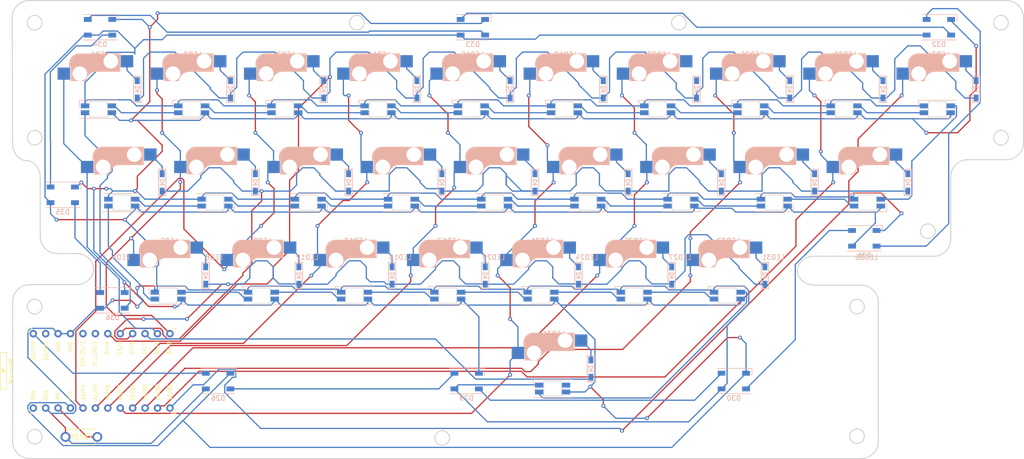
<source format=kicad_pcb>
(kicad_pcb (version 20171130) (host pcbnew "(5.1.9)-1")
  (layers (0 F.Cu signal) (31 B.Cu signal) (34 B.Paste user) (35 F.Paste user) (36 B.SilkS user) (37 F.SilkS user) (38 B.Mask user) (39 F.Mask user) (44 Edge.Cuts user))
  (net 0 "")
  (net 1 "Net-(D1-Pad2)")
  (net 2 row0)
  (net 3 "Net-(D2-Pad2)")
  (net 4 row1)
  (net 5 "Net-(D3-Pad2)")
  (net 6 "Net-(D4-Pad2)")
  (net 7 "Net-(D5-Pad2)")
  (net 8 row2)
  (net 9 "Net-(D6-Pad2)")
  (net 10 "Net-(D7-Pad2)")
  (net 11 "Net-(D8-Pad2)")
  (net 12 "Net-(D9-Pad2)")
  (net 13 "Net-(D10-Pad2)")
  (net 14 "Net-(D11-Pad2)")
  (net 15 "Net-(D12-Pad2)")
  (net 16 "Net-(D13-Pad2)")
  (net 17 "Net-(D14-Pad2)")
  (net 18 "Net-(D15-Pad2)")
  (net 19 "Net-(D16-Pad2)")
  (net 20 "Net-(D17-Pad2)")
  (net 21 "Net-(D18-Pad2)")
  (net 22 row3)
  (net 23 "Net-(D19-Pad2)")
  (net 24 "Net-(D20-Pad2)")
  (net 25 "Net-(D21-Pad2)")
  (net 26 "Net-(D22-Pad2)")
  (net 27 "Net-(D23-Pad2)")
  (net 28 "Net-(D24-Pad2)")
  (net 29 "Net-(D25-Pad2)")
  (net 30 "Net-(D27-Pad2)")
  (net 31 "Net-(D28-Pad2)")
  (net 32 "Net-(LED1-Pad2)")
  (net 33 VCC)
  (net 34 GND)
  (net 35 led)
  (net 36 "Net-(LED3-Pad2)")
  (net 37 "Net-(LED4-Pad2)")
  (net 38 "Net-(LED4-Pad4)")
  (net 39 "Net-(LED5-Pad2)")
  (net 40 "Net-(LED11-Pad4)")
  (net 41 "Net-(LED12-Pad2)")
  (net 42 "Net-(LED13-Pad4)")
  (net 43 "Net-(LED11-Pad2)")
  (net 44 "Net-(LED12-Pad4)")
  (net 45 "Net-(LED13-Pad2)")
  (net 46 "Net-(LED15-Pad2)")
  (net 47 "Net-(LED16-Pad4)")
  (net 48 "Net-(LED17-Pad2)")
  (net 49 "Net-(LED19-Pad2)")
  (net 50 "Net-(LED20-Pad4)")
  (net 51 "Net-(LED21-Pad2)")
  (net 52 "Net-(LED23-Pad2)")
  (net 53 "Net-(LED24-Pad4)")
  (net 54 "Net-(LED25-Pad2)")
  (net 55 "Net-(LED26-Pad2)")
  (net 56 "Net-(LED27-Pad4)")
  (net 57 "Net-(LED30-Pad2)")
  (net 58 "Net-(LED31-Pad4)")
  (net 59 "Net-(LED32-Pad2)")
  (net 60 "Net-(LED34-Pad2)")
  (net 61 col0)
  (net 62 col1)
  (net 63 col2)
  (net 64 col3)
  (net 65 col4)
  (net 66 col5)
  (net 67 col6)
  (net 68 col7)
  (net 69 col8)
  (net 70 col9)
  (net 71 reset)
  (net 72 "Net-(D26-Pad4)")
  (net 73 "Net-(D29-Pad4)")
  (net 74 "Net-(D30-Pad4)")
  (net 75 "Net-(D31-Pad4)")
  (net 76 "Net-(D32-Pad4)")
  (net 77 "Net-(D33-Pad4)")
  (net 78 "Net-(D34-Pad4)")
  (net 79 "Net-(D35-Pad4)")
  (net 80 "Net-(D36-Pad4)")
  (module kbd:ProMicro_v3 (layer F.Cu) (at 66.868202 119.835394 90)
    (fp_text reference U1 hide)
    (fp_text value ProMicro hide)
    (fp_text user RAW (at -4.995 -14.5 90 unlocked) (layer F.SilkS) (effects (font (size 0.75 0.67) (thickness 0.125))))
    (fp_text user GND (at -4.995 -11.95 90 unlocked) (layer F.SilkS) (effects (font (size 0.75 0.67) (thickness 0.125))))
    (fp_text user RST (at -4.995 -9.4 90 unlocked) (layer F.SilkS) (effects (font (size 0.75 0.67) (thickness 0.125))))
    (fp_text user VCC (at -4.995 -6.95 90 unlocked) (layer F.SilkS) (effects (font (size 0.75 0.67) (thickness 0.125))))
    (fp_text user A3/F4 (at -4.395 -4.25 90 unlocked) (layer F.SilkS) (effects (font (size 0.75 0.67) (thickness 0.125))))
    (fp_text user A2/F5 (at -4.395 -1.75 90 unlocked) (layer F.SilkS) (effects (font (size 0.75 0.67) (thickness 0.125))))
    (fp_text user A1/F6 (at -4.395 0.75 90 unlocked) (layer F.SilkS) (effects (font (size 0.75 0.67) (thickness 0.125))))
    (fp_text user A0/F7 (at -4.395 3.3 90 unlocked) (layer F.SilkS) (effects (font (size 0.75 0.67) (thickness 0.125))))
    (fp_text user 15/B1 (at -4.395 5.85 90 unlocked) (layer F.SilkS) (effects (font (size 0.75 0.67) (thickness 0.125))))
    (fp_text user 14/B3 (at -4.395 8.4 90 unlocked) (layer F.SilkS) (effects (font (size 0.75 0.67) (thickness 0.125))))
    (fp_text user 10/B6 (at -4.395 13.45 90 unlocked) (layer F.SilkS) (effects (font (size 0.75 0.67) (thickness 0.125))))
    (fp_text user 16/B2 (at -4.395 10.95 90 unlocked) (layer F.SilkS) (effects (font (size 0.75 0.67) (thickness 0.125))))
    (fp_text user E6/7 (at 4.705 8.25 90 unlocked) (layer F.SilkS) (effects (font (size 0.75 0.67) (thickness 0.125))))
    (fp_text user D7/6 (at 4.705 5.7 90 unlocked) (layer F.SilkS) (effects (font (size 0.75 0.67) (thickness 0.125))))
    (fp_text user GND (at 4.955 -9.35 90 unlocked) (layer F.SilkS) (effects (font (size 0.75 0.67) (thickness 0.125))))
    (fp_text user GND (at 4.955 -6.9 90 unlocked) (layer F.SilkS) (effects (font (size 0.75 0.67) (thickness 0.125))))
    (fp_text user D3/TX0 (at 4.155 -14.45 90 unlocked) (layer F.SilkS) (effects (font (size 0.75 0.67) (thickness 0.125))))
    (fp_text user D4/4 (at 4.705 0.6 90 unlocked) (layer F.SilkS) (effects (font (size 0.75 0.67) (thickness 0.125))))
    (fp_text user SDA/D1/2 (at 3.455 -4.4 90 unlocked) (layer F.SilkS) (effects (font (size 0.75 0.67) (thickness 0.125))))
    (fp_text user SCL/D0/3 (at 3.455 -1.9 90 unlocked) (layer F.SilkS) (effects (font (size 0.75 0.67) (thickness 0.125))))
    (fp_text user C6/5 (at 4.705 3.15 90 unlocked) (layer F.SilkS) (effects (font (size 0.75 0.67) (thickness 0.125))))
    (fp_text user B5/9 (at 4.705 13.3 90 unlocked) (layer F.SilkS) (effects (font (size 0.75 0.67) (thickness 0.125))))
    (fp_text user D2/RX1 (at 4.155 -11.9 90 unlocked) (layer F.SilkS) (effects (font (size 0.75 0.67) (thickness 0.125))))
    (fp_text user B4/8 (at 4.705 10.8 90 unlocked) (layer F.SilkS) (effects (font (size 0.75 0.67) (thickness 0.125))))
    (fp_text user MicroUSB (at -0.05 -18.95 90) (layer F.SilkS) (effects (font (size 0.75 0.75) (thickness 0.12))))
    (fp_text user MicroUSB (at -0.05 -18.95 90) (layer F.SilkS) (effects (font (size 0.75 0.75) (thickness 0.12))))
    (pad 24 thru_hole circle (at -7.6086 -14.478 90) (size 1.524 1.524) (drill 0.8128) (layers *.Cu B.Mask))
    (pad 23 thru_hole circle (at -7.6086 -11.938 90) (size 1.524 1.524) (drill 0.8128) (layers *.Cu B.Mask) (net 34 GND))
    (pad 22 thru_hole circle (at -7.6086 -9.398 90) (size 1.524 1.524) (drill 0.8128) (layers *.Cu B.Mask) (net 71 reset))
    (pad 21 thru_hole circle (at -7.6086 -6.858 90) (size 1.524 1.524) (drill 0.8128) (layers *.Cu B.Mask) (net 33 VCC))
    (pad 20 thru_hole circle (at -7.6086 -4.318 90) (size 1.524 1.524) (drill 0.8128) (layers *.Cu B.Mask) (net 63 col2))
    (pad 19 thru_hole circle (at -7.6086 -1.778 90) (size 1.524 1.524) (drill 0.8128) (layers *.Cu B.Mask) (net 64 col3))
    (pad 18 thru_hole circle (at -7.6086 0.762 90) (size 1.524 1.524) (drill 0.8128) (layers *.Cu B.Mask) (net 65 col4))
    (pad 17 thru_hole circle (at -7.6086 3.302 90) (size 1.524 1.524) (drill 0.8128) (layers *.Cu B.Mask) (net 66 col5))
    (pad 16 thru_hole circle (at -7.6086 5.842 90) (size 1.524 1.524) (drill 0.8128) (layers *.Cu B.Mask) (net 67 col6))
    (pad 15 thru_hole circle (at -7.6086 8.382 90) (size 1.524 1.524) (drill 0.8128) (layers *.Cu B.Mask) (net 68 col7))
    (pad 14 thru_hole circle (at -7.6086 10.922 90) (size 1.524 1.524) (drill 0.8128) (layers *.Cu B.Mask) (net 69 col8))
    (pad 13 thru_hole circle (at -7.6086 13.462 90) (size 1.524 1.524) (drill 0.8128) (layers *.Cu B.Mask) (net 70 col9))
    (pad 12 thru_hole circle (at 7.6114 13.462 90) (size 1.524 1.524) (drill 0.8128) (layers *.Cu B.Mask) (net 62 col1))
    (pad 11 thru_hole circle (at 7.6114 10.922 90) (size 1.524 1.524) (drill 0.8128) (layers *.Cu B.Mask) (net 61 col0))
    (pad 10 thru_hole circle (at 7.6114 8.382 90) (size 1.524 1.524) (drill 0.8128) (layers *.Cu B.Mask) (net 22 row3))
    (pad 9 thru_hole circle (at 7.6114 5.842 90) (size 1.524 1.524) (drill 0.8128) (layers *.Cu B.Mask) (net 8 row2))
    (pad 8 thru_hole circle (at 7.6114 3.302 90) (size 1.524 1.524) (drill 0.8128) (layers *.Cu B.Mask) (net 4 row1))
    (pad 7 thru_hole circle (at 7.6114 0.762 90) (size 1.524 1.524) (drill 0.8128) (layers *.Cu B.Mask) (net 2 row0))
    (pad 6 thru_hole circle (at 7.6114 -1.778 90) (size 1.524 1.524) (drill 0.8128) (layers *.Cu B.Mask))
    (pad 5 thru_hole circle (at 7.6114 -4.318 90) (size 1.524 1.524) (drill 0.8128) (layers *.Cu B.Mask))
    (pad 4 thru_hole circle (at 7.6114 -6.858 90) (size 1.524 1.524) (drill 0.8128) (layers *.Cu B.Mask) (net 34 GND))
    (pad 3 thru_hole circle (at 7.6114 -9.398 90) (size 1.524 1.524) (drill 0.8128) (layers *.Cu B.Mask) (net 34 GND))
    (pad 2 thru_hole circle (at 7.6114 -11.938 90) (size 1.524 1.524) (drill 0.8128) (layers *.Cu B.Mask))
    (pad 1 thru_hole circle (at 7.6114 -14.478 90) (size 1.524 1.524) (drill 0.8128) (layers *.Cu B.Mask) (net 35 led))
  )
  (module kbd:CherryMX_Hotswap (layer F.Cu) (at 222.889985 80.657462)
    (fp_text reference SW25 hide)
    (fp_text value SW_PUSH hide)
    (pad "" np_thru_hole circle (at 2.54 -5.08) (size 3 3) (drill 3) (layers *.Cu *.Mask))
    (pad "" np_thru_hole circle (at -3.81 -2.54) (size 3 3) (drill 3) (layers *.Cu *.Mask))
    (pad 2 smd rect (at 5.842 -5.08 180) (size 2.55 2.5) (layers B.Cu B.Paste B.Mask) (net 29 "Net-(D25-Pad2)"))
    (pad "" np_thru_hole circle (at -5.08 0) (size 1.9 1.9) (drill 1.9) (layers *.Cu *.Mask))
    (pad "" np_thru_hole circle (at 5.08 0) (size 1.9 1.9) (drill 1.9) (layers *.Cu *.Mask))
    (pad "" np_thru_hole circle (at 0 0 90) (size 4.1 4.1) (drill 4.1) (layers *.Cu *.Mask))
    (pad 1 smd rect (at -7.085 -2.54 180) (size 2.55 2.5) (layers B.Cu B.Paste B.Mask) (net 69 col8))
  )
  (module kbd:CherryMX_Hotswap (layer F.Cu) (at 203.839985 80.657462)
    (fp_text reference SW23 hide)
    (fp_text value SW_PUSH hide)
    (pad "" np_thru_hole circle (at 2.54 -5.08) (size 3 3) (drill 3) (layers *.Cu *.Mask))
    (pad "" np_thru_hole circle (at -3.81 -2.54) (size 3 3) (drill 3) (layers *.Cu *.Mask))
    (pad 2 smd rect (at 5.842 -5.08 180) (size 2.55 2.5) (layers B.Cu B.Paste B.Mask) (net 27 "Net-(D23-Pad2)"))
    (pad "" np_thru_hole circle (at -5.08 0) (size 1.9 1.9) (drill 1.9) (layers *.Cu *.Mask))
    (pad "" np_thru_hole circle (at 5.08 0) (size 1.9 1.9) (drill 1.9) (layers *.Cu *.Mask))
    (pad "" np_thru_hole circle (at 0 0 90) (size 4.1 4.1) (drill 4.1) (layers *.Cu *.Mask))
    (pad 1 smd rect (at -7.085 -2.54 180) (size 2.55 2.5) (layers B.Cu B.Paste B.Mask) (net 68 col7))
  )
  (module kbd:YS-SK6812MINI-E (layer B.Cu) (at 99.008814 104.439832)
    (fp_text reference LED9 (at 0.2 -11.2) (layer B.SilkS) (effects (justify mirror)))
    (fp_text value YS-SK6812MINI-E)
    (fp_line (start -1.8 1.55) (end -1.8 -1.55) (layer Edge.Cuts) (width 0.12))
    (fp_line (start -1.8 -1.55) (end 1.8 -1.55) (layer Edge.Cuts) (width 0.12))
    (fp_line (start 1.8 -1.55) (end 1.8 1.55) (layer Edge.Cuts) (width 0.12))
    (fp_line (start 1.8 1.55) (end -1.8 1.55) (layer Edge.Cuts) (width 0.12))
    (pad 2 smd rect (at 2.75 -0.7) (size 1.7 1) (layers B.Cu B.Paste B.Mask) (net 42 "Net-(LED13-Pad4)"))
    (pad 1 smd rect (at 2.75 0.7) (size 1.7 1) (layers B.Cu B.Paste B.Mask) (net 33 VCC))
    (pad 3 smd rect (at -2.75 -0.7) (size 1.7 1) (layers B.Cu B.Paste B.Mask) (net 34 GND))
    (pad 4 smd rect (at -2.75 0.7) (size 1.7 1) (layers B.Cu B.Paste B.Mask) (net 39 "Net-(LED5-Pad2)"))
  )
  (module kbd:LED_WS2812B-PLCC4 (layer B.Cu) (at 68.58 105.41)
    (fp_text reference D36 (at 0 3.5) (layer B.SilkS) (effects (justify mirror)))
    (fp_text value SK6812)
    (pad 3 smd rect (at 2.5 -1.6) (size 1.6 1) (layers B.Cu B.Paste B.Mask) (net 33 VCC))
    (pad 4 smd rect (at 2.5 1.6) (size 1.6 1) (layers B.Cu B.Paste B.Mask) (net 80 "Net-(D36-Pad4)"))
    (pad 2 smd rect (at -2.5 -1.6) (size 1.6 1) (layers B.Cu B.Paste B.Mask) (net 79 "Net-(D35-Pad4)"))
    (pad 1 smd rect (at -2.5 1.6) (size 1.6 1) (layers B.Cu B.Paste B.Mask) (net 34 GND))
  )
  (module kbd:LED_WS2812B-PLCC4 (layer B.Cu) (at 58.42 83.82)
    (fp_text reference D35 (at 0 3.5) (layer B.SilkS) (effects (justify mirror)))
    (fp_text value SK6812)
    (pad 3 smd rect (at 2.5 -1.6) (size 1.6 1) (layers B.Cu B.Paste B.Mask) (net 33 VCC))
    (pad 4 smd rect (at 2.5 1.6) (size 1.6 1) (layers B.Cu B.Paste B.Mask) (net 79 "Net-(D35-Pad4)"))
    (pad 2 smd rect (at -2.5 -1.6) (size 1.6 1) (layers B.Cu B.Paste B.Mask) (net 78 "Net-(D34-Pad4)"))
    (pad 1 smd rect (at -2.5 1.6) (size 1.6 1) (layers B.Cu B.Paste B.Mask) (net 34 GND))
  )
  (module kbd:LED_WS2812B-PLCC4 (layer B.Cu) (at 66.04 49.53)
    (fp_text reference D34 (at 0 3.5) (layer B.SilkS) (effects (justify mirror)))
    (fp_text value SK6812)
    (pad 3 smd rect (at 2.5 -1.6) (size 1.6 1) (layers B.Cu B.Paste B.Mask) (net 33 VCC))
    (pad 4 smd rect (at 2.5 1.6) (size 1.6 1) (layers B.Cu B.Paste B.Mask) (net 78 "Net-(D34-Pad4)"))
    (pad 2 smd rect (at -2.5 -1.6) (size 1.6 1) (layers B.Cu B.Paste B.Mask) (net 77 "Net-(D33-Pad4)"))
    (pad 1 smd rect (at -2.5 1.6) (size 1.6 1) (layers B.Cu B.Paste B.Mask) (net 34 GND))
  )
  (module kbd:LED_WS2812B-PLCC4 (layer B.Cu) (at 142.24 49.53)
    (fp_text reference D33 (at 0 3.5) (layer B.SilkS) (effects (justify mirror)))
    (fp_text value SK6812)
    (pad 3 smd rect (at 2.5 -1.6) (size 1.6 1) (layers B.Cu B.Paste B.Mask) (net 33 VCC))
    (pad 4 smd rect (at 2.5 1.6) (size 1.6 1) (layers B.Cu B.Paste B.Mask) (net 77 "Net-(D33-Pad4)"))
    (pad 2 smd rect (at -2.5 -1.6) (size 1.6 1) (layers B.Cu B.Paste B.Mask) (net 76 "Net-(D32-Pad4)"))
    (pad 1 smd rect (at -2.5 1.6) (size 1.6 1) (layers B.Cu B.Paste B.Mask) (net 34 GND))
  )
  (module kbd:LED_WS2812B-PLCC4 (layer B.Cu) (at 237.49 49.53)
    (fp_text reference D32 (at 0 3.5) (layer B.SilkS) (effects (justify mirror)))
    (fp_text value SK6812)
    (pad 3 smd rect (at 2.5 -1.6) (size 1.6 1) (layers B.Cu B.Paste B.Mask) (net 33 VCC))
    (pad 4 smd rect (at 2.5 1.6) (size 1.6 1) (layers B.Cu B.Paste B.Mask) (net 76 "Net-(D32-Pad4)"))
    (pad 2 smd rect (at -2.5 -1.6) (size 1.6 1) (layers B.Cu B.Paste B.Mask) (net 75 "Net-(D31-Pad4)"))
    (pad 1 smd rect (at -2.5 1.6) (size 1.6 1) (layers B.Cu B.Paste B.Mask) (net 34 GND))
  )
  (module kbd:LED_WS2812B-PLCC4 (layer B.Cu) (at 222.25 92.71)
    (fp_text reference D31 (at 0 3.5) (layer B.SilkS) (effects (justify mirror)))
    (fp_text value SK6812)
    (pad 3 smd rect (at 2.5 -1.6) (size 1.6 1) (layers B.Cu B.Paste B.Mask) (net 33 VCC))
    (pad 4 smd rect (at 2.5 1.6) (size 1.6 1) (layers B.Cu B.Paste B.Mask) (net 75 "Net-(D31-Pad4)"))
    (pad 2 smd rect (at -2.5 -1.6) (size 1.6 1) (layers B.Cu B.Paste B.Mask) (net 74 "Net-(D30-Pad4)"))
    (pad 1 smd rect (at -2.5 1.6) (size 1.6 1) (layers B.Cu B.Paste B.Mask) (net 34 GND))
  )
  (module kbd:LED_WS2812B-PLCC4 (layer B.Cu) (at 195.58 121.92)
    (fp_text reference D30 (at 0 3.5) (layer B.SilkS) (effects (justify mirror)))
    (fp_text value SK6812)
    (pad 3 smd rect (at 2.5 -1.6) (size 1.6 1) (layers B.Cu B.Paste B.Mask) (net 33 VCC))
    (pad 4 smd rect (at 2.5 1.6) (size 1.6 1) (layers B.Cu B.Paste B.Mask) (net 74 "Net-(D30-Pad4)"))
    (pad 2 smd rect (at -2.5 -1.6) (size 1.6 1) (layers B.Cu B.Paste B.Mask) (net 73 "Net-(D29-Pad4)"))
    (pad 1 smd rect (at -2.5 1.6) (size 1.6 1) (layers B.Cu B.Paste B.Mask) (net 34 GND))
  )
  (module kbd:LED_WS2812B-PLCC4 (layer B.Cu) (at 140.97 121.92)
    (fp_text reference D29 (at 0 3.5) (layer B.SilkS) (effects (justify mirror)))
    (fp_text value SK6812)
    (pad 3 smd rect (at 2.5 -1.6) (size 1.6 1) (layers B.Cu B.Paste B.Mask) (net 33 VCC))
    (pad 4 smd rect (at 2.5 1.6) (size 1.6 1) (layers B.Cu B.Paste B.Mask) (net 73 "Net-(D29-Pad4)"))
    (pad 2 smd rect (at -2.5 -1.6) (size 1.6 1) (layers B.Cu B.Paste B.Mask) (net 72 "Net-(D26-Pad4)"))
    (pad 1 smd rect (at -2.5 1.6) (size 1.6 1) (layers B.Cu B.Paste B.Mask) (net 34 GND))
  )
  (module kbd:LED_WS2812B-PLCC4 (layer B.Cu) (at 90.17 121.92)
    (fp_text reference D26 (at 0 3.5) (layer B.SilkS) (effects (justify mirror)))
    (fp_text value SK6812)
    (pad 3 smd rect (at 2.5 -1.6) (size 1.6 1) (layers B.Cu B.Paste B.Mask) (net 33 VCC))
    (pad 4 smd rect (at 2.5 1.6) (size 1.6 1) (layers B.Cu B.Paste B.Mask) (net 72 "Net-(D26-Pad4)"))
    (pad 2 smd rect (at -2.5 -1.6) (size 1.6 1) (layers B.Cu B.Paste B.Mask) (net 35 led))
    (pad 1 smd rect (at -2.5 1.6) (size 1.6 1) (layers B.Cu B.Paste B.Mask) (net 34 GND))
  )
  (module kbd:YS-SK6812MINI-E (layer B.Cu) (at 158.538934 123.457662)
    (fp_text reference LED36 (at 0.2 -11.2) (layer B.SilkS) (effects (justify mirror)))
    (fp_text value YS-SK6812MINI-E)
    (fp_line (start -1.8 1.55) (end -1.8 -1.55) (layer Edge.Cuts) (width 0.12))
    (fp_line (start -1.8 -1.55) (end 1.8 -1.55) (layer Edge.Cuts) (width 0.12))
    (fp_line (start 1.8 -1.55) (end 1.8 1.55) (layer Edge.Cuts) (width 0.12))
    (fp_line (start 1.8 1.55) (end -1.8 1.55) (layer Edge.Cuts) (width 0.12))
    (pad 2 smd rect (at 2.75 -0.7) (size 1.7 1) (layers B.Cu B.Paste B.Mask))
    (pad 1 smd rect (at 2.75 0.7) (size 1.7 1) (layers B.Cu B.Paste B.Mask) (net 33 VCC))
    (pad 3 smd rect (at -2.75 -0.7) (size 1.7 1) (layers B.Cu B.Paste B.Mask) (net 34 GND))
    (pad 4 smd rect (at -2.75 0.7) (size 1.7 1) (layers B.Cu B.Paste B.Mask) (net 59 "Net-(LED32-Pad2)"))
  )
  (module kbd:ResetSW_1side (layer F.Cu) (at 62.23 133.35)
    (fp_text reference SW29 hide)
    (fp_text value SW_PUSH)
    (fp_text user RESET (at 0 0) (layer F.SilkS))
    (pad 2 thru_hole circle (at -3.25 0) (size 2 2) (drill 1.3) (layers *.Cu B.Mask) (net 34 GND))
    (pad 1 thru_hole circle (at 3.25 0) (size 2 2) (drill 1.3) (layers *.Cu B.Mask) (net 71 reset))
  )
  (module kbd:CherryMX_Hotswap (layer F.Cu) (at 237.163129 61.562689)
    (fp_text reference SW28 hide)
    (fp_text value SW_PUSH hide)
    (pad "" np_thru_hole circle (at 2.54 -5.08) (size 3 3) (drill 3) (layers *.Cu *.Mask))
    (pad "" np_thru_hole circle (at -3.81 -2.54) (size 3 3) (drill 3) (layers *.Cu *.Mask))
    (pad 2 smd rect (at 5.842 -5.08 180) (size 2.55 2.5) (layers B.Cu B.Paste B.Mask) (net 31 "Net-(D28-Pad2)"))
    (pad "" np_thru_hole circle (at -5.08 0) (size 1.9 1.9) (drill 1.9) (layers *.Cu *.Mask))
    (pad "" np_thru_hole circle (at 5.08 0) (size 1.9 1.9) (drill 1.9) (layers *.Cu *.Mask))
    (pad "" np_thru_hole circle (at 0 0 90) (size 4.1 4.1) (drill 4.1) (layers *.Cu *.Mask))
    (pad 1 smd rect (at -7.085 -2.54 180) (size 2.55 2.5) (layers B.Cu B.Paste B.Mask) (net 70 col9))
  )
  (module kbd:CherryMX_Hotswap (layer F.Cu) (at 218.113129 61.562689)
    (fp_text reference SW27 hide)
    (fp_text value SW_PUSH hide)
    (pad "" np_thru_hole circle (at 2.54 -5.08) (size 3 3) (drill 3) (layers *.Cu *.Mask))
    (pad "" np_thru_hole circle (at -3.81 -2.54) (size 3 3) (drill 3) (layers *.Cu *.Mask))
    (pad 2 smd rect (at 5.842 -5.08 180) (size 2.55 2.5) (layers B.Cu B.Paste B.Mask) (net 30 "Net-(D27-Pad2)"))
    (pad "" np_thru_hole circle (at -5.08 0) (size 1.9 1.9) (drill 1.9) (layers *.Cu *.Mask))
    (pad "" np_thru_hole circle (at 5.08 0) (size 1.9 1.9) (drill 1.9) (layers *.Cu *.Mask))
    (pad "" np_thru_hole circle (at 0 0 90) (size 4.1 4.1) (drill 4.1) (layers *.Cu *.Mask))
    (pad 1 smd rect (at -7.085 -2.54 180) (size 2.55 2.5) (layers B.Cu B.Paste B.Mask) (net 69 col8))
  )
  (module kbd:CherryMX_Hotswap (layer F.Cu) (at 194.292938 99.690056)
    (fp_text reference SW24 hide)
    (fp_text value SW_PUSH hide)
    (pad "" np_thru_hole circle (at 2.54 -5.08) (size 3 3) (drill 3) (layers *.Cu *.Mask))
    (pad "" np_thru_hole circle (at -3.81 -2.54) (size 3 3) (drill 3) (layers *.Cu *.Mask))
    (pad 2 smd rect (at 5.842 -5.08 180) (size 2.55 2.5) (layers B.Cu B.Paste B.Mask) (net 28 "Net-(D24-Pad2)"))
    (pad "" np_thru_hole circle (at -5.08 0) (size 1.9 1.9) (drill 1.9) (layers *.Cu *.Mask))
    (pad "" np_thru_hole circle (at 5.08 0) (size 1.9 1.9) (drill 1.9) (layers *.Cu *.Mask))
    (pad "" np_thru_hole circle (at 0 0 90) (size 4.1 4.1) (drill 4.1) (layers *.Cu *.Mask))
    (pad 1 smd rect (at -7.085 -2.54 180) (size 2.55 2.5) (layers B.Cu B.Paste B.Mask) (net 68 col7))
  )
  (module kbd:CherryMX_Hotswap (layer F.Cu) (at 199.063129 61.562689)
    (fp_text reference SW22 hide)
    (fp_text value SW_PUSH hide)
    (pad "" np_thru_hole circle (at 2.54 -5.08) (size 3 3) (drill 3) (layers *.Cu *.Mask))
    (pad "" np_thru_hole circle (at -3.81 -2.54) (size 3 3) (drill 3) (layers *.Cu *.Mask))
    (pad 2 smd rect (at 5.842 -5.08 180) (size 2.55 2.5) (layers B.Cu B.Paste B.Mask) (net 26 "Net-(D22-Pad2)"))
    (pad "" np_thru_hole circle (at -5.08 0) (size 1.9 1.9) (drill 1.9) (layers *.Cu *.Mask))
    (pad "" np_thru_hole circle (at 5.08 0) (size 1.9 1.9) (drill 1.9) (layers *.Cu *.Mask))
    (pad "" np_thru_hole circle (at 0 0 90) (size 4.1 4.1) (drill 4.1) (layers *.Cu *.Mask))
    (pad 1 smd rect (at -7.085 -2.54 180) (size 2.55 2.5) (layers B.Cu B.Paste B.Mask) (net 68 col7))
  )
  (module kbd:CherryMX_Hotswap (layer F.Cu) (at 175.242938 99.690056)
    (fp_text reference SW21 hide)
    (fp_text value SW_PUSH hide)
    (pad "" np_thru_hole circle (at 2.54 -5.08) (size 3 3) (drill 3) (layers *.Cu *.Mask))
    (pad "" np_thru_hole circle (at -3.81 -2.54) (size 3 3) (drill 3) (layers *.Cu *.Mask))
    (pad 2 smd rect (at 5.842 -5.08 180) (size 2.55 2.5) (layers B.Cu B.Paste B.Mask) (net 25 "Net-(D21-Pad2)"))
    (pad "" np_thru_hole circle (at -5.08 0) (size 1.9 1.9) (drill 1.9) (layers *.Cu *.Mask))
    (pad "" np_thru_hole circle (at 5.08 0) (size 1.9 1.9) (drill 1.9) (layers *.Cu *.Mask))
    (pad "" np_thru_hole circle (at 0 0 90) (size 4.1 4.1) (drill 4.1) (layers *.Cu *.Mask))
    (pad 1 smd rect (at -7.085 -2.54 180) (size 2.55 2.5) (layers B.Cu B.Paste B.Mask) (net 67 col6))
  )
  (module kbd:CherryMX_Hotswap (layer F.Cu) (at 184.789985 80.657462)
    (fp_text reference SW20 hide)
    (fp_text value SW_PUSH hide)
    (pad "" np_thru_hole circle (at 2.54 -5.08) (size 3 3) (drill 3) (layers *.Cu *.Mask))
    (pad "" np_thru_hole circle (at -3.81 -2.54) (size 3 3) (drill 3) (layers *.Cu *.Mask))
    (pad 2 smd rect (at 5.842 -5.08 180) (size 2.55 2.5) (layers B.Cu B.Paste B.Mask) (net 24 "Net-(D20-Pad2)"))
    (pad "" np_thru_hole circle (at -5.08 0) (size 1.9 1.9) (drill 1.9) (layers *.Cu *.Mask))
    (pad "" np_thru_hole circle (at 5.08 0) (size 1.9 1.9) (drill 1.9) (layers *.Cu *.Mask))
    (pad "" np_thru_hole circle (at 0 0 90) (size 4.1 4.1) (drill 4.1) (layers *.Cu *.Mask))
    (pad 1 smd rect (at -7.085 -2.54 180) (size 2.55 2.5) (layers B.Cu B.Paste B.Mask) (net 67 col6))
  )
  (module kbd:CherryMX_Hotswap (layer F.Cu) (at 180.013129 61.562689)
    (fp_text reference SW19 hide)
    (fp_text value SW_PUSH hide)
    (pad "" np_thru_hole circle (at 2.54 -5.08) (size 3 3) (drill 3) (layers *.Cu *.Mask))
    (pad "" np_thru_hole circle (at -3.81 -2.54) (size 3 3) (drill 3) (layers *.Cu *.Mask))
    (pad 2 smd rect (at 5.842 -5.08 180) (size 2.55 2.5) (layers B.Cu B.Paste B.Mask) (net 23 "Net-(D19-Pad2)"))
    (pad "" np_thru_hole circle (at -5.08 0) (size 1.9 1.9) (drill 1.9) (layers *.Cu *.Mask))
    (pad "" np_thru_hole circle (at 5.08 0) (size 1.9 1.9) (drill 1.9) (layers *.Cu *.Mask))
    (pad "" np_thru_hole circle (at 0 0 90) (size 4.1 4.1) (drill 4.1) (layers *.Cu *.Mask))
    (pad 1 smd rect (at -7.085 -2.54 180) (size 2.55 2.5) (layers B.Cu B.Paste B.Mask) (net 67 col6))
  )
  (module kbd:CherryMX_Hotswap (layer F.Cu) (at 158.538934 118.707662)
    (fp_text reference SW18 hide)
    (fp_text value SW_PUSH hide)
    (pad "" np_thru_hole circle (at 2.54 -5.08) (size 3 3) (drill 3) (layers *.Cu *.Mask))
    (pad "" np_thru_hole circle (at -3.81 -2.54) (size 3 3) (drill 3) (layers *.Cu *.Mask))
    (pad 2 smd rect (at 5.842 -5.08 180) (size 2.55 2.5) (layers B.Cu B.Paste B.Mask) (net 21 "Net-(D18-Pad2)"))
    (pad "" np_thru_hole circle (at -5.08 0) (size 1.9 1.9) (drill 1.9) (layers *.Cu *.Mask))
    (pad "" np_thru_hole circle (at 5.08 0) (size 1.9 1.9) (drill 1.9) (layers *.Cu *.Mask))
    (pad "" np_thru_hole circle (at 0 0 90) (size 4.1 4.1) (drill 4.1) (layers *.Cu *.Mask))
    (pad 1 smd rect (at -7.085 -2.54 180) (size 2.55 2.5) (layers B.Cu B.Paste B.Mask) (net 66 col5))
  )
  (module kbd:CherryMX_Hotswap (layer F.Cu) (at 156.192938 99.690056)
    (fp_text reference SW17 hide)
    (fp_text value SW_PUSH hide)
    (pad "" np_thru_hole circle (at 2.54 -5.08) (size 3 3) (drill 3) (layers *.Cu *.Mask))
    (pad "" np_thru_hole circle (at -3.81 -2.54) (size 3 3) (drill 3) (layers *.Cu *.Mask))
    (pad 2 smd rect (at 5.842 -5.08 180) (size 2.55 2.5) (layers B.Cu B.Paste B.Mask) (net 20 "Net-(D17-Pad2)"))
    (pad "" np_thru_hole circle (at -5.08 0) (size 1.9 1.9) (drill 1.9) (layers *.Cu *.Mask))
    (pad "" np_thru_hole circle (at 5.08 0) (size 1.9 1.9) (drill 1.9) (layers *.Cu *.Mask))
    (pad "" np_thru_hole circle (at 0 0 90) (size 4.1 4.1) (drill 4.1) (layers *.Cu *.Mask))
    (pad 1 smd rect (at -7.085 -2.54 180) (size 2.55 2.5) (layers B.Cu B.Paste B.Mask) (net 66 col5))
  )
  (module kbd:CherryMX_Hotswap (layer F.Cu) (at 165.739985 80.657462)
    (fp_text reference SW16 hide)
    (fp_text value SW_PUSH hide)
    (pad "" np_thru_hole circle (at 2.54 -5.08) (size 3 3) (drill 3) (layers *.Cu *.Mask))
    (pad "" np_thru_hole circle (at -3.81 -2.54) (size 3 3) (drill 3) (layers *.Cu *.Mask))
    (pad 2 smd rect (at 5.842 -5.08 180) (size 2.55 2.5) (layers B.Cu B.Paste B.Mask) (net 19 "Net-(D16-Pad2)"))
    (pad "" np_thru_hole circle (at -5.08 0) (size 1.9 1.9) (drill 1.9) (layers *.Cu *.Mask))
    (pad "" np_thru_hole circle (at 5.08 0) (size 1.9 1.9) (drill 1.9) (layers *.Cu *.Mask))
    (pad "" np_thru_hole circle (at 0 0 90) (size 4.1 4.1) (drill 4.1) (layers *.Cu *.Mask))
    (pad 1 smd rect (at -7.085 -2.54 180) (size 2.55 2.5) (layers B.Cu B.Paste B.Mask) (net 66 col5))
  )
  (module kbd:CherryMX_Hotswap (layer F.Cu) (at 160.963129 61.562689)
    (fp_text reference SW15 hide)
    (fp_text value SW_PUSH hide)
    (pad "" np_thru_hole circle (at 2.54 -5.08) (size 3 3) (drill 3) (layers *.Cu *.Mask))
    (pad "" np_thru_hole circle (at -3.81 -2.54) (size 3 3) (drill 3) (layers *.Cu *.Mask))
    (pad 2 smd rect (at 5.842 -5.08 180) (size 2.55 2.5) (layers B.Cu B.Paste B.Mask) (net 18 "Net-(D15-Pad2)"))
    (pad "" np_thru_hole circle (at -5.08 0) (size 1.9 1.9) (drill 1.9) (layers *.Cu *.Mask))
    (pad "" np_thru_hole circle (at 5.08 0) (size 1.9 1.9) (drill 1.9) (layers *.Cu *.Mask))
    (pad "" np_thru_hole circle (at 0 0 90) (size 4.1 4.1) (drill 4.1) (layers *.Cu *.Mask))
    (pad 1 smd rect (at -7.085 -2.54 180) (size 2.55 2.5) (layers B.Cu B.Paste B.Mask) (net 66 col5))
  )
  (module kbd:CherryMX_Hotswap (layer F.Cu) (at 137.142938 99.690056)
    (fp_text reference SW14 hide)
    (fp_text value SW_PUSH hide)
    (pad "" np_thru_hole circle (at 2.54 -5.08) (size 3 3) (drill 3) (layers *.Cu *.Mask))
    (pad "" np_thru_hole circle (at -3.81 -2.54) (size 3 3) (drill 3) (layers *.Cu *.Mask))
    (pad 2 smd rect (at 5.842 -5.08 180) (size 2.55 2.5) (layers B.Cu B.Paste B.Mask) (net 17 "Net-(D14-Pad2)"))
    (pad "" np_thru_hole circle (at -5.08 0) (size 1.9 1.9) (drill 1.9) (layers *.Cu *.Mask))
    (pad "" np_thru_hole circle (at 5.08 0) (size 1.9 1.9) (drill 1.9) (layers *.Cu *.Mask))
    (pad "" np_thru_hole circle (at 0 0 90) (size 4.1 4.1) (drill 4.1) (layers *.Cu *.Mask))
    (pad 1 smd rect (at -7.085 -2.54 180) (size 2.55 2.5) (layers B.Cu B.Paste B.Mask) (net 65 col4))
  )
  (module kbd:CherryMX_Hotswap (layer F.Cu) (at 146.689985 80.657462)
    (fp_text reference SW13 hide)
    (fp_text value SW_PUSH hide)
    (pad "" np_thru_hole circle (at 2.54 -5.08) (size 3 3) (drill 3) (layers *.Cu *.Mask))
    (pad "" np_thru_hole circle (at -3.81 -2.54) (size 3 3) (drill 3) (layers *.Cu *.Mask))
    (pad 2 smd rect (at 5.842 -5.08 180) (size 2.55 2.5) (layers B.Cu B.Paste B.Mask) (net 16 "Net-(D13-Pad2)"))
    (pad "" np_thru_hole circle (at -5.08 0) (size 1.9 1.9) (drill 1.9) (layers *.Cu *.Mask))
    (pad "" np_thru_hole circle (at 5.08 0) (size 1.9 1.9) (drill 1.9) (layers *.Cu *.Mask))
    (pad "" np_thru_hole circle (at 0 0 90) (size 4.1 4.1) (drill 4.1) (layers *.Cu *.Mask))
    (pad 1 smd rect (at -7.085 -2.54 180) (size 2.55 2.5) (layers B.Cu B.Paste B.Mask) (net 65 col4))
  )
  (module kbd:CherryMX_Hotswap (layer F.Cu) (at 141.913129 61.562689)
    (fp_text reference SW12 hide)
    (fp_text value SW_PUSH hide)
    (pad "" np_thru_hole circle (at 2.54 -5.08) (size 3 3) (drill 3) (layers *.Cu *.Mask))
    (pad "" np_thru_hole circle (at -3.81 -2.54) (size 3 3) (drill 3) (layers *.Cu *.Mask))
    (pad 2 smd rect (at 5.842 -5.08 180) (size 2.55 2.5) (layers B.Cu B.Paste B.Mask) (net 15 "Net-(D12-Pad2)"))
    (pad "" np_thru_hole circle (at -5.08 0) (size 1.9 1.9) (drill 1.9) (layers *.Cu *.Mask))
    (pad "" np_thru_hole circle (at 5.08 0) (size 1.9 1.9) (drill 1.9) (layers *.Cu *.Mask))
    (pad "" np_thru_hole circle (at 0 0 90) (size 4.1 4.1) (drill 4.1) (layers *.Cu *.Mask))
    (pad 1 smd rect (at -7.085 -2.54 180) (size 2.55 2.5) (layers B.Cu B.Paste B.Mask) (net 65 col4))
  )
  (module kbd:CherryMX_Hotswap (layer F.Cu) (at 118.092938 99.690056)
    (fp_text reference SW11 hide)
    (fp_text value SW_PUSH hide)
    (pad "" np_thru_hole circle (at 2.54 -5.08) (size 3 3) (drill 3) (layers *.Cu *.Mask))
    (pad "" np_thru_hole circle (at -3.81 -2.54) (size 3 3) (drill 3) (layers *.Cu *.Mask))
    (pad 2 smd rect (at 5.842 -5.08 180) (size 2.55 2.5) (layers B.Cu B.Paste B.Mask) (net 14 "Net-(D11-Pad2)"))
    (pad "" np_thru_hole circle (at -5.08 0) (size 1.9 1.9) (drill 1.9) (layers *.Cu *.Mask))
    (pad "" np_thru_hole circle (at 5.08 0) (size 1.9 1.9) (drill 1.9) (layers *.Cu *.Mask))
    (pad "" np_thru_hole circle (at 0 0 90) (size 4.1 4.1) (drill 4.1) (layers *.Cu *.Mask))
    (pad 1 smd rect (at -7.085 -2.54 180) (size 2.55 2.5) (layers B.Cu B.Paste B.Mask) (net 64 col3))
  )
  (module kbd:CherryMX_Hotswap (layer F.Cu) (at 127.639985 80.657462)
    (fp_text reference SW10 hide)
    (fp_text value SW_PUSH hide)
    (pad "" np_thru_hole circle (at 2.54 -5.08) (size 3 3) (drill 3) (layers *.Cu *.Mask))
    (pad "" np_thru_hole circle (at -3.81 -2.54) (size 3 3) (drill 3) (layers *.Cu *.Mask))
    (pad 2 smd rect (at 5.842 -5.08 180) (size 2.55 2.5) (layers B.Cu B.Paste B.Mask) (net 13 "Net-(D10-Pad2)"))
    (pad "" np_thru_hole circle (at -5.08 0) (size 1.9 1.9) (drill 1.9) (layers *.Cu *.Mask))
    (pad "" np_thru_hole circle (at 5.08 0) (size 1.9 1.9) (drill 1.9) (layers *.Cu *.Mask))
    (pad "" np_thru_hole circle (at 0 0 90) (size 4.1 4.1) (drill 4.1) (layers *.Cu *.Mask))
    (pad 1 smd rect (at -7.085 -2.54 180) (size 2.55 2.5) (layers B.Cu B.Paste B.Mask) (net 64 col3))
  )
  (module kbd:CherryMX_Hotswap (layer F.Cu) (at 122.863129 61.562689)
    (fp_text reference SW9 hide)
    (fp_text value SW_PUSH hide)
    (pad "" np_thru_hole circle (at 2.54 -5.08) (size 3 3) (drill 3) (layers *.Cu *.Mask))
    (pad "" np_thru_hole circle (at -3.81 -2.54) (size 3 3) (drill 3) (layers *.Cu *.Mask))
    (pad 2 smd rect (at 5.842 -5.08 180) (size 2.55 2.5) (layers B.Cu B.Paste B.Mask) (net 12 "Net-(D9-Pad2)"))
    (pad "" np_thru_hole circle (at -5.08 0) (size 1.9 1.9) (drill 1.9) (layers *.Cu *.Mask))
    (pad "" np_thru_hole circle (at 5.08 0) (size 1.9 1.9) (drill 1.9) (layers *.Cu *.Mask))
    (pad "" np_thru_hole circle (at 0 0 90) (size 4.1 4.1) (drill 4.1) (layers *.Cu *.Mask))
    (pad 1 smd rect (at -7.085 -2.54 180) (size 2.55 2.5) (layers B.Cu B.Paste B.Mask) (net 64 col3))
  )
  (module kbd:CherryMX_Hotswap (layer F.Cu) (at 99.042938 99.690056)
    (fp_text reference SW8 hide)
    (fp_text value SW_PUSH hide)
    (pad "" np_thru_hole circle (at 2.54 -5.08) (size 3 3) (drill 3) (layers *.Cu *.Mask))
    (pad "" np_thru_hole circle (at -3.81 -2.54) (size 3 3) (drill 3) (layers *.Cu *.Mask))
    (pad 2 smd rect (at 5.842 -5.08 180) (size 2.55 2.5) (layers B.Cu B.Paste B.Mask) (net 11 "Net-(D8-Pad2)"))
    (pad "" np_thru_hole circle (at -5.08 0) (size 1.9 1.9) (drill 1.9) (layers *.Cu *.Mask))
    (pad "" np_thru_hole circle (at 5.08 0) (size 1.9 1.9) (drill 1.9) (layers *.Cu *.Mask))
    (pad "" np_thru_hole circle (at 0 0 90) (size 4.1 4.1) (drill 4.1) (layers *.Cu *.Mask))
    (pad 1 smd rect (at -7.085 -2.54 180) (size 2.55 2.5) (layers B.Cu B.Paste B.Mask) (net 63 col2))
  )
  (module kbd:CherryMX_Hotswap (layer F.Cu) (at 108.589985 80.657462)
    (fp_text reference SW7 hide)
    (fp_text value SW_PUSH hide)
    (pad "" np_thru_hole circle (at 2.54 -5.08) (size 3 3) (drill 3) (layers *.Cu *.Mask))
    (pad "" np_thru_hole circle (at -3.81 -2.54) (size 3 3) (drill 3) (layers *.Cu *.Mask))
    (pad 2 smd rect (at 5.842 -5.08 180) (size 2.55 2.5) (layers B.Cu B.Paste B.Mask) (net 10 "Net-(D7-Pad2)"))
    (pad "" np_thru_hole circle (at -5.08 0) (size 1.9 1.9) (drill 1.9) (layers *.Cu *.Mask))
    (pad "" np_thru_hole circle (at 5.08 0) (size 1.9 1.9) (drill 1.9) (layers *.Cu *.Mask))
    (pad "" np_thru_hole circle (at 0 0 90) (size 4.1 4.1) (drill 4.1) (layers *.Cu *.Mask))
    (pad 1 smd rect (at -7.085 -2.54 180) (size 2.55 2.5) (layers B.Cu B.Paste B.Mask) (net 63 col2))
  )
  (module kbd:CherryMX_Hotswap (layer F.Cu) (at 103.813129 61.562689)
    (fp_text reference SW6 hide)
    (fp_text value SW_PUSH hide)
    (pad "" np_thru_hole circle (at 2.54 -5.08) (size 3 3) (drill 3) (layers *.Cu *.Mask))
    (pad "" np_thru_hole circle (at -3.81 -2.54) (size 3 3) (drill 3) (layers *.Cu *.Mask))
    (pad 2 smd rect (at 5.842 -5.08 180) (size 2.55 2.5) (layers B.Cu B.Paste B.Mask) (net 9 "Net-(D6-Pad2)"))
    (pad "" np_thru_hole circle (at -5.08 0) (size 1.9 1.9) (drill 1.9) (layers *.Cu *.Mask))
    (pad "" np_thru_hole circle (at 5.08 0) (size 1.9 1.9) (drill 1.9) (layers *.Cu *.Mask))
    (pad "" np_thru_hole circle (at 0 0 90) (size 4.1 4.1) (drill 4.1) (layers *.Cu *.Mask))
    (pad 1 smd rect (at -7.085 -2.54 180) (size 2.55 2.5) (layers B.Cu B.Paste B.Mask) (net 63 col2))
  )
  (module kbd:CherryMX_Hotswap (layer F.Cu) (at 79.992938 99.690056)
    (fp_text reference SW5 hide)
    (fp_text value SW_PUSH hide)
    (pad "" np_thru_hole circle (at 2.54 -5.08) (size 3 3) (drill 3) (layers *.Cu *.Mask))
    (pad "" np_thru_hole circle (at -3.81 -2.54) (size 3 3) (drill 3) (layers *.Cu *.Mask))
    (pad 2 smd rect (at 5.842 -5.08 180) (size 2.55 2.5) (layers B.Cu B.Paste B.Mask) (net 7 "Net-(D5-Pad2)"))
    (pad "" np_thru_hole circle (at -5.08 0) (size 1.9 1.9) (drill 1.9) (layers *.Cu *.Mask))
    (pad "" np_thru_hole circle (at 5.08 0) (size 1.9 1.9) (drill 1.9) (layers *.Cu *.Mask))
    (pad "" np_thru_hole circle (at 0 0 90) (size 4.1 4.1) (drill 4.1) (layers *.Cu *.Mask))
    (pad 1 smd rect (at -7.085 -2.54 180) (size 2.55 2.5) (layers B.Cu B.Paste B.Mask) (net 62 col1))
  )
  (module kbd:CherryMX_Hotswap (layer F.Cu) (at 89.539985 80.657462)
    (fp_text reference SW4 hide)
    (fp_text value SW_PUSH hide)
    (pad "" np_thru_hole circle (at 2.54 -5.08) (size 3 3) (drill 3) (layers *.Cu *.Mask))
    (pad "" np_thru_hole circle (at -3.81 -2.54) (size 3 3) (drill 3) (layers *.Cu *.Mask))
    (pad 2 smd rect (at 5.842 -5.08 180) (size 2.55 2.5) (layers B.Cu B.Paste B.Mask) (net 6 "Net-(D4-Pad2)"))
    (pad "" np_thru_hole circle (at -5.08 0) (size 1.9 1.9) (drill 1.9) (layers *.Cu *.Mask))
    (pad "" np_thru_hole circle (at 5.08 0) (size 1.9 1.9) (drill 1.9) (layers *.Cu *.Mask))
    (pad "" np_thru_hole circle (at 0 0 90) (size 4.1 4.1) (drill 4.1) (layers *.Cu *.Mask))
    (pad 1 smd rect (at -7.085 -2.54 180) (size 2.55 2.5) (layers B.Cu B.Paste B.Mask) (net 62 col1))
  )
  (module kbd:CherryMX_Hotswap (layer F.Cu) (at 84.763129 61.562689)
    (fp_text reference SW3 hide)
    (fp_text value SW_PUSH hide)
    (pad "" np_thru_hole circle (at 2.54 -5.08) (size 3 3) (drill 3) (layers *.Cu *.Mask))
    (pad "" np_thru_hole circle (at -3.81 -2.54) (size 3 3) (drill 3) (layers *.Cu *.Mask))
    (pad 2 smd rect (at 5.842 -5.08 180) (size 2.55 2.5) (layers B.Cu B.Paste B.Mask) (net 5 "Net-(D3-Pad2)"))
    (pad "" np_thru_hole circle (at -5.08 0) (size 1.9 1.9) (drill 1.9) (layers *.Cu *.Mask))
    (pad "" np_thru_hole circle (at 5.08 0) (size 1.9 1.9) (drill 1.9) (layers *.Cu *.Mask))
    (pad "" np_thru_hole circle (at 0 0 90) (size 4.1 4.1) (drill 4.1) (layers *.Cu *.Mask))
    (pad 1 smd rect (at -7.085 -2.54 180) (size 2.55 2.5) (layers B.Cu B.Paste B.Mask) (net 62 col1))
  )
  (module kbd:CherryMX_Hotswap (layer F.Cu) (at 70.489985 80.657462)
    (fp_text reference SW2 hide)
    (fp_text value SW_PUSH hide)
    (pad "" np_thru_hole circle (at 2.54 -5.08) (size 3 3) (drill 3) (layers *.Cu *.Mask))
    (pad "" np_thru_hole circle (at -3.81 -2.54) (size 3 3) (drill 3) (layers *.Cu *.Mask))
    (pad 2 smd rect (at 5.842 -5.08 180) (size 2.55 2.5) (layers B.Cu B.Paste B.Mask) (net 3 "Net-(D2-Pad2)"))
    (pad "" np_thru_hole circle (at -5.08 0) (size 1.9 1.9) (drill 1.9) (layers *.Cu *.Mask))
    (pad "" np_thru_hole circle (at 5.08 0) (size 1.9 1.9) (drill 1.9) (layers *.Cu *.Mask))
    (pad "" np_thru_hole circle (at 0 0 90) (size 4.1 4.1) (drill 4.1) (layers *.Cu *.Mask))
    (pad 1 smd rect (at -7.085 -2.54 180) (size 2.55 2.5) (layers B.Cu B.Paste B.Mask) (net 61 col0))
  )
  (module kbd:CherryMX_Hotswap (layer F.Cu) (at 65.713129 61.562689)
    (fp_text reference SW1 hide)
    (fp_text value SW_PUSH hide)
    (pad "" np_thru_hole circle (at 2.54 -5.08) (size 3 3) (drill 3) (layers *.Cu *.Mask))
    (pad "" np_thru_hole circle (at -3.81 -2.54) (size 3 3) (drill 3) (layers *.Cu *.Mask))
    (pad 2 smd rect (at 5.842 -5.08 180) (size 2.55 2.5) (layers B.Cu B.Paste B.Mask) (net 1 "Net-(D1-Pad2)"))
    (pad "" np_thru_hole circle (at -5.08 0) (size 1.9 1.9) (drill 1.9) (layers *.Cu *.Mask))
    (pad "" np_thru_hole circle (at 5.08 0) (size 1.9 1.9) (drill 1.9) (layers *.Cu *.Mask))
    (pad "" np_thru_hole circle (at 0 0 90) (size 4.1 4.1) (drill 4.1) (layers *.Cu *.Mask))
    (pad 1 smd rect (at -7.085 -2.54 180) (size 2.55 2.5) (layers B.Cu B.Paste B.Mask) (net 61 col0))
  )
  (module kbd:YS-SK6812MINI-E (layer B.Cu) (at 222.889985 85.407462 180)
    (fp_text reference LED35 (at 0.2 -11.2) (layer B.SilkS) (effects (justify mirror)))
    (fp_text value YS-SK6812MINI-E)
    (fp_line (start -1.8 1.55) (end -1.8 -1.55) (layer Edge.Cuts) (width 0.12))
    (fp_line (start -1.8 -1.55) (end 1.8 -1.55) (layer Edge.Cuts) (width 0.12))
    (fp_line (start 1.8 -1.55) (end 1.8 1.55) (layer Edge.Cuts) (width 0.12))
    (fp_line (start 1.8 1.55) (end -1.8 1.55) (layer Edge.Cuts) (width 0.12))
    (pad 2 smd rect (at 2.75 -0.7 180) (size 1.7 1) (layers B.Cu B.Paste B.Mask) (net 58 "Net-(LED31-Pad4)"))
    (pad 1 smd rect (at 2.75 0.7 180) (size 1.7 1) (layers B.Cu B.Paste B.Mask) (net 33 VCC))
    (pad 3 smd rect (at -2.75 -0.7 180) (size 1.7 1) (layers B.Cu B.Paste B.Mask) (net 34 GND))
    (pad 4 smd rect (at -2.75 0.7 180) (size 1.7 1) (layers B.Cu B.Paste B.Mask) (net 60 "Net-(LED34-Pad2)"))
  )
  (module kbd:YS-SK6812MINI-E (layer B.Cu) (at 237.163129 66.315378)
    (fp_text reference LED34 (at 0.2 -11.2) (layer B.SilkS) (effects (justify mirror)))
    (fp_text value YS-SK6812MINI-E)
    (fp_line (start 1.8 1.55) (end -1.8 1.55) (layer Edge.Cuts) (width 0.12))
    (fp_line (start 1.8 -1.55) (end 1.8 1.55) (layer Edge.Cuts) (width 0.12))
    (fp_line (start -1.8 -1.55) (end 1.8 -1.55) (layer Edge.Cuts) (width 0.12))
    (fp_line (start -1.8 1.55) (end -1.8 -1.55) (layer Edge.Cuts) (width 0.12))
    (pad 4 smd rect (at -2.75 0.7) (size 1.7 1) (layers B.Cu B.Paste B.Mask) (net 57 "Net-(LED30-Pad2)"))
    (pad 3 smd rect (at -2.75 -0.7) (size 1.7 1) (layers B.Cu B.Paste B.Mask) (net 34 GND))
    (pad 1 smd rect (at 2.75 0.7) (size 1.7 1) (layers B.Cu B.Paste B.Mask) (net 33 VCC))
    (pad 2 smd rect (at 2.75 -0.7) (size 1.7 1) (layers B.Cu B.Paste B.Mask) (net 60 "Net-(LED34-Pad2)"))
  )
  (module kbd:YS-SK6812MINI-E (layer B.Cu) (at 194.258814 104.439832)
    (fp_text reference LED32 (at 0.2 -11.2) (layer B.SilkS) (effects (justify mirror)))
    (fp_text value YS-SK6812MINI-E)
    (fp_line (start -1.8 1.55) (end -1.8 -1.55) (layer Edge.Cuts) (width 0.12))
    (fp_line (start -1.8 -1.55) (end 1.8 -1.55) (layer Edge.Cuts) (width 0.12))
    (fp_line (start 1.8 -1.55) (end 1.8 1.55) (layer Edge.Cuts) (width 0.12))
    (fp_line (start 1.8 1.55) (end -1.8 1.55) (layer Edge.Cuts) (width 0.12))
    (pad 2 smd rect (at 2.75 -0.7) (size 1.7 1) (layers B.Cu B.Paste B.Mask) (net 59 "Net-(LED32-Pad2)"))
    (pad 1 smd rect (at 2.75 0.7) (size 1.7 1) (layers B.Cu B.Paste B.Mask) (net 33 VCC))
    (pad 3 smd rect (at -2.75 -0.7) (size 1.7 1) (layers B.Cu B.Paste B.Mask) (net 34 GND))
    (pad 4 smd rect (at -2.75 0.7) (size 1.7 1) (layers B.Cu B.Paste B.Mask) (net 54 "Net-(LED25-Pad2)"))
  )
  (module kbd:YS-SK6812MINI-E (layer B.Cu) (at 203.839985 85.407462 180)
    (fp_text reference LED31 (at 0.2 -11.2) (layer B.SilkS) (effects (justify mirror)))
    (fp_text value YS-SK6812MINI-E)
    (fp_line (start -1.8 1.55) (end -1.8 -1.55) (layer Edge.Cuts) (width 0.12))
    (fp_line (start -1.8 -1.55) (end 1.8 -1.55) (layer Edge.Cuts) (width 0.12))
    (fp_line (start 1.8 -1.55) (end 1.8 1.55) (layer Edge.Cuts) (width 0.12))
    (fp_line (start 1.8 1.55) (end -1.8 1.55) (layer Edge.Cuts) (width 0.12))
    (pad 2 smd rect (at 2.75 -0.7 180) (size 1.7 1) (layers B.Cu B.Paste B.Mask) (net 56 "Net-(LED27-Pad4)"))
    (pad 1 smd rect (at 2.75 0.7 180) (size 1.7 1) (layers B.Cu B.Paste B.Mask) (net 33 VCC))
    (pad 3 smd rect (at -2.75 -0.7 180) (size 1.7 1) (layers B.Cu B.Paste B.Mask) (net 34 GND))
    (pad 4 smd rect (at -2.75 0.7 180) (size 1.7 1) (layers B.Cu B.Paste B.Mask) (net 58 "Net-(LED31-Pad4)"))
  )
  (module kbd:YS-SK6812MINI-E (layer B.Cu) (at 218.113129 66.315378)
    (fp_text reference LED30 (at 0.2 -11.2) (layer B.SilkS) (effects (justify mirror)))
    (fp_text value YS-SK6812MINI-E)
    (fp_line (start 1.8 1.55) (end -1.8 1.55) (layer Edge.Cuts) (width 0.12))
    (fp_line (start 1.8 -1.55) (end 1.8 1.55) (layer Edge.Cuts) (width 0.12))
    (fp_line (start -1.8 -1.55) (end 1.8 -1.55) (layer Edge.Cuts) (width 0.12))
    (fp_line (start -1.8 1.55) (end -1.8 -1.55) (layer Edge.Cuts) (width 0.12))
    (pad 4 smd rect (at -2.75 0.7) (size 1.7 1) (layers B.Cu B.Paste B.Mask) (net 55 "Net-(LED26-Pad2)"))
    (pad 3 smd rect (at -2.75 -0.7) (size 1.7 1) (layers B.Cu B.Paste B.Mask) (net 34 GND))
    (pad 1 smd rect (at 2.75 0.7) (size 1.7 1) (layers B.Cu B.Paste B.Mask) (net 33 VCC))
    (pad 2 smd rect (at 2.75 -0.7) (size 1.7 1) (layers B.Cu B.Paste B.Mask) (net 57 "Net-(LED30-Pad2)"))
  )
  (module kbd:YS-SK6812MINI-E (layer B.Cu) (at 184.789985 85.407462 180)
    (fp_text reference LED27 (at 0.2 -11.2) (layer B.SilkS) (effects (justify mirror)))
    (fp_text value YS-SK6812MINI-E)
    (fp_line (start -1.8 1.55) (end -1.8 -1.55) (layer Edge.Cuts) (width 0.12))
    (fp_line (start -1.8 -1.55) (end 1.8 -1.55) (layer Edge.Cuts) (width 0.12))
    (fp_line (start 1.8 -1.55) (end 1.8 1.55) (layer Edge.Cuts) (width 0.12))
    (fp_line (start 1.8 1.55) (end -1.8 1.55) (layer Edge.Cuts) (width 0.12))
    (pad 2 smd rect (at 2.75 -0.7 180) (size 1.7 1) (layers B.Cu B.Paste B.Mask) (net 53 "Net-(LED24-Pad4)"))
    (pad 1 smd rect (at 2.75 0.7 180) (size 1.7 1) (layers B.Cu B.Paste B.Mask) (net 33 VCC))
    (pad 3 smd rect (at -2.75 -0.7 180) (size 1.7 1) (layers B.Cu B.Paste B.Mask) (net 34 GND))
    (pad 4 smd rect (at -2.75 0.7 180) (size 1.7 1) (layers B.Cu B.Paste B.Mask) (net 56 "Net-(LED27-Pad4)"))
  )
  (module kbd:YS-SK6812MINI-E (layer B.Cu) (at 199.063129 66.315378)
    (fp_text reference LED26 (at 0.2 -11.2) (layer B.SilkS) (effects (justify mirror)))
    (fp_text value YS-SK6812MINI-E)
    (fp_line (start 1.8 1.55) (end -1.8 1.55) (layer Edge.Cuts) (width 0.12))
    (fp_line (start 1.8 -1.55) (end 1.8 1.55) (layer Edge.Cuts) (width 0.12))
    (fp_line (start -1.8 -1.55) (end 1.8 -1.55) (layer Edge.Cuts) (width 0.12))
    (fp_line (start -1.8 1.55) (end -1.8 -1.55) (layer Edge.Cuts) (width 0.12))
    (pad 4 smd rect (at -2.75 0.7) (size 1.7 1) (layers B.Cu B.Paste B.Mask) (net 52 "Net-(LED23-Pad2)"))
    (pad 3 smd rect (at -2.75 -0.7) (size 1.7 1) (layers B.Cu B.Paste B.Mask) (net 34 GND))
    (pad 1 smd rect (at 2.75 0.7) (size 1.7 1) (layers B.Cu B.Paste B.Mask) (net 33 VCC))
    (pad 2 smd rect (at 2.75 -0.7) (size 1.7 1) (layers B.Cu B.Paste B.Mask) (net 55 "Net-(LED26-Pad2)"))
  )
  (module kbd:YS-SK6812MINI-E (layer B.Cu) (at 175.208814 104.439832)
    (fp_text reference LED25 (at 0.2 -11.2) (layer B.SilkS) (effects (justify mirror)))
    (fp_text value YS-SK6812MINI-E)
    (fp_line (start -1.8 1.55) (end -1.8 -1.55) (layer Edge.Cuts) (width 0.12))
    (fp_line (start -1.8 -1.55) (end 1.8 -1.55) (layer Edge.Cuts) (width 0.12))
    (fp_line (start 1.8 -1.55) (end 1.8 1.55) (layer Edge.Cuts) (width 0.12))
    (fp_line (start 1.8 1.55) (end -1.8 1.55) (layer Edge.Cuts) (width 0.12))
    (pad 2 smd rect (at 2.75 -0.7) (size 1.7 1) (layers B.Cu B.Paste B.Mask) (net 54 "Net-(LED25-Pad2)"))
    (pad 1 smd rect (at 2.75 0.7) (size 1.7 1) (layers B.Cu B.Paste B.Mask) (net 33 VCC))
    (pad 3 smd rect (at -2.75 -0.7) (size 1.7 1) (layers B.Cu B.Paste B.Mask) (net 34 GND))
    (pad 4 smd rect (at -2.75 0.7) (size 1.7 1) (layers B.Cu B.Paste B.Mask) (net 51 "Net-(LED21-Pad2)"))
  )
  (module kbd:YS-SK6812MINI-E (layer B.Cu) (at 165.739985 85.407462 180)
    (fp_text reference LED24 (at 0.2 -11.2) (layer B.SilkS) (effects (justify mirror)))
    (fp_text value YS-SK6812MINI-E)
    (fp_line (start -1.8 1.55) (end -1.8 -1.55) (layer Edge.Cuts) (width 0.12))
    (fp_line (start -1.8 -1.55) (end 1.8 -1.55) (layer Edge.Cuts) (width 0.12))
    (fp_line (start 1.8 -1.55) (end 1.8 1.55) (layer Edge.Cuts) (width 0.12))
    (fp_line (start 1.8 1.55) (end -1.8 1.55) (layer Edge.Cuts) (width 0.12))
    (pad 2 smd rect (at 2.75 -0.7 180) (size 1.7 1) (layers B.Cu B.Paste B.Mask) (net 50 "Net-(LED20-Pad4)"))
    (pad 1 smd rect (at 2.75 0.7 180) (size 1.7 1) (layers B.Cu B.Paste B.Mask) (net 33 VCC))
    (pad 3 smd rect (at -2.75 -0.7 180) (size 1.7 1) (layers B.Cu B.Paste B.Mask) (net 34 GND))
    (pad 4 smd rect (at -2.75 0.7 180) (size 1.7 1) (layers B.Cu B.Paste B.Mask) (net 53 "Net-(LED24-Pad4)"))
  )
  (module kbd:YS-SK6812MINI-E (layer B.Cu) (at 180.013129 66.315378)
    (fp_text reference LED23 (at 0.2 -11.2) (layer B.SilkS) (effects (justify mirror)))
    (fp_text value YS-SK6812MINI-E)
    (fp_line (start 1.8 1.55) (end -1.8 1.55) (layer Edge.Cuts) (width 0.12))
    (fp_line (start 1.8 -1.55) (end 1.8 1.55) (layer Edge.Cuts) (width 0.12))
    (fp_line (start -1.8 -1.55) (end 1.8 -1.55) (layer Edge.Cuts) (width 0.12))
    (fp_line (start -1.8 1.55) (end -1.8 -1.55) (layer Edge.Cuts) (width 0.12))
    (pad 4 smd rect (at -2.75 0.7) (size 1.7 1) (layers B.Cu B.Paste B.Mask) (net 49 "Net-(LED19-Pad2)"))
    (pad 3 smd rect (at -2.75 -0.7) (size 1.7 1) (layers B.Cu B.Paste B.Mask) (net 34 GND))
    (pad 1 smd rect (at 2.75 0.7) (size 1.7 1) (layers B.Cu B.Paste B.Mask) (net 33 VCC))
    (pad 2 smd rect (at 2.75 -0.7) (size 1.7 1) (layers B.Cu B.Paste B.Mask) (net 52 "Net-(LED23-Pad2)"))
  )
  (module kbd:YS-SK6812MINI-E (layer B.Cu) (at 156.158814 104.439832)
    (fp_text reference LED21 (at 0.2 -11.2) (layer B.SilkS) (effects (justify mirror)))
    (fp_text value YS-SK6812MINI-E)
    (fp_line (start -1.8 1.55) (end -1.8 -1.55) (layer Edge.Cuts) (width 0.12))
    (fp_line (start -1.8 -1.55) (end 1.8 -1.55) (layer Edge.Cuts) (width 0.12))
    (fp_line (start 1.8 -1.55) (end 1.8 1.55) (layer Edge.Cuts) (width 0.12))
    (fp_line (start 1.8 1.55) (end -1.8 1.55) (layer Edge.Cuts) (width 0.12))
    (pad 2 smd rect (at 2.75 -0.7) (size 1.7 1) (layers B.Cu B.Paste B.Mask) (net 51 "Net-(LED21-Pad2)"))
    (pad 1 smd rect (at 2.75 0.7) (size 1.7 1) (layers B.Cu B.Paste B.Mask) (net 33 VCC))
    (pad 3 smd rect (at -2.75 -0.7) (size 1.7 1) (layers B.Cu B.Paste B.Mask) (net 34 GND))
    (pad 4 smd rect (at -2.75 0.7) (size 1.7 1) (layers B.Cu B.Paste B.Mask) (net 48 "Net-(LED17-Pad2)"))
  )
  (module kbd:YS-SK6812MINI-E (layer B.Cu) (at 146.689985 85.407462 180)
    (fp_text reference LED20 (at 0.2 -11.2) (layer B.SilkS) (effects (justify mirror)))
    (fp_text value YS-SK6812MINI-E)
    (fp_line (start -1.8 1.55) (end -1.8 -1.55) (layer Edge.Cuts) (width 0.12))
    (fp_line (start -1.8 -1.55) (end 1.8 -1.55) (layer Edge.Cuts) (width 0.12))
    (fp_line (start 1.8 -1.55) (end 1.8 1.55) (layer Edge.Cuts) (width 0.12))
    (fp_line (start 1.8 1.55) (end -1.8 1.55) (layer Edge.Cuts) (width 0.12))
    (pad 2 smd rect (at 2.75 -0.7 180) (size 1.7 1) (layers B.Cu B.Paste B.Mask) (net 47 "Net-(LED16-Pad4)"))
    (pad 1 smd rect (at 2.75 0.7 180) (size 1.7 1) (layers B.Cu B.Paste B.Mask) (net 33 VCC))
    (pad 3 smd rect (at -2.75 -0.7 180) (size 1.7 1) (layers B.Cu B.Paste B.Mask) (net 34 GND))
    (pad 4 smd rect (at -2.75 0.7 180) (size 1.7 1) (layers B.Cu B.Paste B.Mask) (net 50 "Net-(LED20-Pad4)"))
  )
  (module kbd:YS-SK6812MINI-E (layer B.Cu) (at 160.963129 66.315378)
    (fp_text reference LED19 (at 0.2 -11.2) (layer B.SilkS) (effects (justify mirror)))
    (fp_text value YS-SK6812MINI-E)
    (fp_line (start 1.8 1.55) (end -1.8 1.55) (layer Edge.Cuts) (width 0.12))
    (fp_line (start 1.8 -1.55) (end 1.8 1.55) (layer Edge.Cuts) (width 0.12))
    (fp_line (start -1.8 -1.55) (end 1.8 -1.55) (layer Edge.Cuts) (width 0.12))
    (fp_line (start -1.8 1.55) (end -1.8 -1.55) (layer Edge.Cuts) (width 0.12))
    (pad 4 smd rect (at -2.75 0.7) (size 1.7 1) (layers B.Cu B.Paste B.Mask) (net 46 "Net-(LED15-Pad2)"))
    (pad 3 smd rect (at -2.75 -0.7) (size 1.7 1) (layers B.Cu B.Paste B.Mask) (net 34 GND))
    (pad 1 smd rect (at 2.75 0.7) (size 1.7 1) (layers B.Cu B.Paste B.Mask) (net 33 VCC))
    (pad 2 smd rect (at 2.75 -0.7) (size 1.7 1) (layers B.Cu B.Paste B.Mask) (net 49 "Net-(LED19-Pad2)"))
  )
  (module kbd:YS-SK6812MINI-E (layer B.Cu) (at 137.108814 104.439832)
    (fp_text reference LED17 (at 0.2 -11.2) (layer B.SilkS) (effects (justify mirror)))
    (fp_text value YS-SK6812MINI-E)
    (fp_line (start -1.8 1.55) (end -1.8 -1.55) (layer Edge.Cuts) (width 0.12))
    (fp_line (start -1.8 -1.55) (end 1.8 -1.55) (layer Edge.Cuts) (width 0.12))
    (fp_line (start 1.8 -1.55) (end 1.8 1.55) (layer Edge.Cuts) (width 0.12))
    (fp_line (start 1.8 1.55) (end -1.8 1.55) (layer Edge.Cuts) (width 0.12))
    (pad 2 smd rect (at 2.75 -0.7) (size 1.7 1) (layers B.Cu B.Paste B.Mask) (net 48 "Net-(LED17-Pad2)"))
    (pad 1 smd rect (at 2.75 0.7) (size 1.7 1) (layers B.Cu B.Paste B.Mask) (net 33 VCC))
    (pad 3 smd rect (at -2.75 -0.7) (size 1.7 1) (layers B.Cu B.Paste B.Mask) (net 34 GND))
    (pad 4 smd rect (at -2.75 0.7) (size 1.7 1) (layers B.Cu B.Paste B.Mask) (net 45 "Net-(LED13-Pad2)"))
  )
  (module kbd:YS-SK6812MINI-E (layer B.Cu) (at 127.639985 85.407462 180)
    (fp_text reference LED16 (at 0.2 -11.2) (layer B.SilkS) (effects (justify mirror)))
    (fp_text value YS-SK6812MINI-E)
    (fp_line (start -1.8 1.55) (end -1.8 -1.55) (layer Edge.Cuts) (width 0.12))
    (fp_line (start -1.8 -1.55) (end 1.8 -1.55) (layer Edge.Cuts) (width 0.12))
    (fp_line (start 1.8 -1.55) (end 1.8 1.55) (layer Edge.Cuts) (width 0.12))
    (fp_line (start 1.8 1.55) (end -1.8 1.55) (layer Edge.Cuts) (width 0.12))
    (pad 2 smd rect (at 2.75 -0.7 180) (size 1.7 1) (layers B.Cu B.Paste B.Mask) (net 44 "Net-(LED12-Pad4)"))
    (pad 1 smd rect (at 2.75 0.7 180) (size 1.7 1) (layers B.Cu B.Paste B.Mask) (net 33 VCC))
    (pad 3 smd rect (at -2.75 -0.7 180) (size 1.7 1) (layers B.Cu B.Paste B.Mask) (net 34 GND))
    (pad 4 smd rect (at -2.75 0.7 180) (size 1.7 1) (layers B.Cu B.Paste B.Mask) (net 47 "Net-(LED16-Pad4)"))
  )
  (module kbd:YS-SK6812MINI-E (layer B.Cu) (at 141.913129 66.315378)
    (fp_text reference LED15 (at 0.2 -11.2) (layer B.SilkS) (effects (justify mirror)))
    (fp_text value YS-SK6812MINI-E)
    (fp_line (start 1.8 1.55) (end -1.8 1.55) (layer Edge.Cuts) (width 0.12))
    (fp_line (start 1.8 -1.55) (end 1.8 1.55) (layer Edge.Cuts) (width 0.12))
    (fp_line (start -1.8 -1.55) (end 1.8 -1.55) (layer Edge.Cuts) (width 0.12))
    (fp_line (start -1.8 1.55) (end -1.8 -1.55) (layer Edge.Cuts) (width 0.12))
    (pad 4 smd rect (at -2.75 0.7) (size 1.7 1) (layers B.Cu B.Paste B.Mask) (net 43 "Net-(LED11-Pad2)"))
    (pad 3 smd rect (at -2.75 -0.7) (size 1.7 1) (layers B.Cu B.Paste B.Mask) (net 34 GND))
    (pad 1 smd rect (at 2.75 0.7) (size 1.7 1) (layers B.Cu B.Paste B.Mask) (net 33 VCC))
    (pad 2 smd rect (at 2.75 -0.7) (size 1.7 1) (layers B.Cu B.Paste B.Mask) (net 46 "Net-(LED15-Pad2)"))
  )
  (module kbd:YS-SK6812MINI-E (layer B.Cu) (at 118.058814 104.439832)
    (fp_text reference LED13 (at 0.2 -11.2) (layer B.SilkS) (effects (justify mirror)))
    (fp_text value YS-SK6812MINI-E)
    (fp_line (start -1.8 1.55) (end -1.8 -1.55) (layer Edge.Cuts) (width 0.12))
    (fp_line (start -1.8 -1.55) (end 1.8 -1.55) (layer Edge.Cuts) (width 0.12))
    (fp_line (start 1.8 -1.55) (end 1.8 1.55) (layer Edge.Cuts) (width 0.12))
    (fp_line (start 1.8 1.55) (end -1.8 1.55) (layer Edge.Cuts) (width 0.12))
    (pad 2 smd rect (at 2.75 -0.7) (size 1.7 1) (layers B.Cu B.Paste B.Mask) (net 45 "Net-(LED13-Pad2)"))
    (pad 1 smd rect (at 2.75 0.7) (size 1.7 1) (layers B.Cu B.Paste B.Mask) (net 33 VCC))
    (pad 3 smd rect (at -2.75 -0.7) (size 1.7 1) (layers B.Cu B.Paste B.Mask) (net 34 GND))
    (pad 4 smd rect (at -2.75 0.7) (size 1.7 1) (layers B.Cu B.Paste B.Mask) (net 42 "Net-(LED13-Pad4)"))
  )
  (module kbd:YS-SK6812MINI-E (layer B.Cu) (at 108.589985 85.407462 180)
    (fp_text reference LED12 (at 0.2 -11.2) (layer B.SilkS) (effects (justify mirror)))
    (fp_text value YS-SK6812MINI-E)
    (fp_line (start -1.8 1.55) (end -1.8 -1.55) (layer Edge.Cuts) (width 0.12))
    (fp_line (start -1.8 -1.55) (end 1.8 -1.55) (layer Edge.Cuts) (width 0.12))
    (fp_line (start 1.8 -1.55) (end 1.8 1.55) (layer Edge.Cuts) (width 0.12))
    (fp_line (start 1.8 1.55) (end -1.8 1.55) (layer Edge.Cuts) (width 0.12))
    (pad 2 smd rect (at 2.75 -0.7 180) (size 1.7 1) (layers B.Cu B.Paste B.Mask) (net 41 "Net-(LED12-Pad2)"))
    (pad 1 smd rect (at 2.75 0.7 180) (size 1.7 1) (layers B.Cu B.Paste B.Mask) (net 33 VCC))
    (pad 3 smd rect (at -2.75 -0.7 180) (size 1.7 1) (layers B.Cu B.Paste B.Mask) (net 34 GND))
    (pad 4 smd rect (at -2.75 0.7 180) (size 1.7 1) (layers B.Cu B.Paste B.Mask) (net 44 "Net-(LED12-Pad4)"))
  )
  (module kbd:YS-SK6812MINI-E (layer B.Cu) (at 122.863129 66.315378)
    (fp_text reference LED11 (at 0.2 -11.2) (layer B.SilkS) (effects (justify mirror)))
    (fp_text value YS-SK6812MINI-E)
    (fp_line (start 1.8 1.55) (end -1.8 1.55) (layer Edge.Cuts) (width 0.12))
    (fp_line (start 1.8 -1.55) (end 1.8 1.55) (layer Edge.Cuts) (width 0.12))
    (fp_line (start -1.8 -1.55) (end 1.8 -1.55) (layer Edge.Cuts) (width 0.12))
    (fp_line (start -1.8 1.55) (end -1.8 -1.55) (layer Edge.Cuts) (width 0.12))
    (pad 4 smd rect (at -2.75 0.7) (size 1.7 1) (layers B.Cu B.Paste B.Mask) (net 40 "Net-(LED11-Pad4)"))
    (pad 3 smd rect (at -2.75 -0.7) (size 1.7 1) (layers B.Cu B.Paste B.Mask) (net 34 GND))
    (pad 1 smd rect (at 2.75 0.7) (size 1.7 1) (layers B.Cu B.Paste B.Mask) (net 33 VCC))
    (pad 2 smd rect (at 2.75 -0.7) (size 1.7 1) (layers B.Cu B.Paste B.Mask) (net 43 "Net-(LED11-Pad2)"))
  )
  (module kbd:YS-SK6812MINI-E (layer B.Cu) (at 89.539985 85.407462 180)
    (fp_text reference LED8 (at 0.2 -11.2) (layer B.SilkS) (effects (justify mirror)))
    (fp_text value YS-SK6812MINI-E)
    (fp_line (start -1.8 1.55) (end -1.8 -1.55) (layer Edge.Cuts) (width 0.12))
    (fp_line (start -1.8 -1.55) (end 1.8 -1.55) (layer Edge.Cuts) (width 0.12))
    (fp_line (start 1.8 -1.55) (end 1.8 1.55) (layer Edge.Cuts) (width 0.12))
    (fp_line (start 1.8 1.55) (end -1.8 1.55) (layer Edge.Cuts) (width 0.12))
    (pad 2 smd rect (at 2.75 -0.7 180) (size 1.7 1) (layers B.Cu B.Paste B.Mask) (net 38 "Net-(LED4-Pad4)"))
    (pad 1 smd rect (at 2.75 0.7 180) (size 1.7 1) (layers B.Cu B.Paste B.Mask) (net 33 VCC))
    (pad 3 smd rect (at -2.75 -0.7 180) (size 1.7 1) (layers B.Cu B.Paste B.Mask) (net 34 GND))
    (pad 4 smd rect (at -2.75 0.7 180) (size 1.7 1) (layers B.Cu B.Paste B.Mask) (net 41 "Net-(LED12-Pad2)"))
  )
  (module kbd:YS-SK6812MINI-E (layer B.Cu) (at 103.813129 66.315378)
    (fp_text reference LED7 (at 0.2 -11.2) (layer B.SilkS) (effects (justify mirror)))
    (fp_text value YS-SK6812MINI-E)
    (fp_line (start 1.8 1.55) (end -1.8 1.55) (layer Edge.Cuts) (width 0.12))
    (fp_line (start 1.8 -1.55) (end 1.8 1.55) (layer Edge.Cuts) (width 0.12))
    (fp_line (start -1.8 -1.55) (end 1.8 -1.55) (layer Edge.Cuts) (width 0.12))
    (fp_line (start -1.8 1.55) (end -1.8 -1.55) (layer Edge.Cuts) (width 0.12))
    (pad 4 smd rect (at -2.75 0.7) (size 1.7 1) (layers B.Cu B.Paste B.Mask) (net 36 "Net-(LED3-Pad2)"))
    (pad 3 smd rect (at -2.75 -0.7) (size 1.7 1) (layers B.Cu B.Paste B.Mask) (net 34 GND))
    (pad 1 smd rect (at 2.75 0.7) (size 1.7 1) (layers B.Cu B.Paste B.Mask) (net 33 VCC))
    (pad 2 smd rect (at 2.75 -0.7) (size 1.7 1) (layers B.Cu B.Paste B.Mask) (net 40 "Net-(LED11-Pad4)"))
  )
  (module kbd:YS-SK6812MINI-E (layer B.Cu) (at 79.958814 104.439832)
    (fp_text reference LED5 (at 0.2 -11.2) (layer B.SilkS) (effects (justify mirror)))
    (fp_text value YS-SK6812MINI-E)
    (fp_line (start -1.8 1.55) (end -1.8 -1.55) (layer Edge.Cuts) (width 0.12))
    (fp_line (start -1.8 -1.55) (end 1.8 -1.55) (layer Edge.Cuts) (width 0.12))
    (fp_line (start 1.8 -1.55) (end 1.8 1.55) (layer Edge.Cuts) (width 0.12))
    (fp_line (start 1.8 1.55) (end -1.8 1.55) (layer Edge.Cuts) (width 0.12))
    (pad 2 smd rect (at 2.75 -0.7) (size 1.7 1) (layers B.Cu B.Paste B.Mask) (net 39 "Net-(LED5-Pad2)"))
    (pad 1 smd rect (at 2.75 0.7) (size 1.7 1) (layers B.Cu B.Paste B.Mask) (net 33 VCC))
    (pad 3 smd rect (at -2.75 -0.7) (size 1.7 1) (layers B.Cu B.Paste B.Mask) (net 34 GND))
    (pad 4 smd rect (at -2.75 0.7) (size 1.7 1) (layers B.Cu B.Paste B.Mask) (net 37 "Net-(LED4-Pad2)"))
  )
  (module kbd:YS-SK6812MINI-E (layer B.Cu) (at 70.489985 85.407462 180)
    (fp_text reference LED4 (at 0.2 -11.2) (layer B.SilkS) (effects (justify mirror)))
    (fp_text value YS-SK6812MINI-E)
    (fp_line (start -1.8 1.55) (end -1.8 -1.55) (layer Edge.Cuts) (width 0.12))
    (fp_line (start -1.8 -1.55) (end 1.8 -1.55) (layer Edge.Cuts) (width 0.12))
    (fp_line (start 1.8 -1.55) (end 1.8 1.55) (layer Edge.Cuts) (width 0.12))
    (fp_line (start 1.8 1.55) (end -1.8 1.55) (layer Edge.Cuts) (width 0.12))
    (pad 2 smd rect (at 2.75 -0.7 180) (size 1.7 1) (layers B.Cu B.Paste B.Mask) (net 37 "Net-(LED4-Pad2)"))
    (pad 1 smd rect (at 2.75 0.7 180) (size 1.7 1) (layers B.Cu B.Paste B.Mask) (net 33 VCC))
    (pad 3 smd rect (at -2.75 -0.7 180) (size 1.7 1) (layers B.Cu B.Paste B.Mask) (net 34 GND))
    (pad 4 smd rect (at -2.75 0.7 180) (size 1.7 1) (layers B.Cu B.Paste B.Mask) (net 38 "Net-(LED4-Pad4)"))
  )
  (module kbd:YS-SK6812MINI-E (layer B.Cu) (at 84.763129 66.315378)
    (fp_text reference LED3 (at 0.2 -11.2) (layer B.SilkS) (effects (justify mirror)))
    (fp_text value YS-SK6812MINI-E)
    (fp_line (start 1.8 1.55) (end -1.8 1.55) (layer Edge.Cuts) (width 0.12))
    (fp_line (start 1.8 -1.55) (end 1.8 1.55) (layer Edge.Cuts) (width 0.12))
    (fp_line (start -1.8 -1.55) (end 1.8 -1.55) (layer Edge.Cuts) (width 0.12))
    (fp_line (start -1.8 1.55) (end -1.8 -1.55) (layer Edge.Cuts) (width 0.12))
    (pad 4 smd rect (at -2.75 0.7) (size 1.7 1) (layers B.Cu B.Paste B.Mask) (net 32 "Net-(LED1-Pad2)"))
    (pad 3 smd rect (at -2.75 -0.7) (size 1.7 1) (layers B.Cu B.Paste B.Mask) (net 34 GND))
    (pad 1 smd rect (at 2.75 0.7) (size 1.7 1) (layers B.Cu B.Paste B.Mask) (net 33 VCC))
    (pad 2 smd rect (at 2.75 -0.7) (size 1.7 1) (layers B.Cu B.Paste B.Mask) (net 36 "Net-(LED3-Pad2)"))
  )
  (module kbd:YS-SK6812MINI-E (layer B.Cu) (at 65.713129 66.315378)
    (fp_text reference LED1 (at 0.2 -11.2) (layer B.SilkS) (effects (justify mirror)))
    (fp_text value YS-SK6812MINI-E)
    (fp_line (start 1.8 1.55) (end -1.8 1.55) (layer Edge.Cuts) (width 0.12))
    (fp_line (start 1.8 -1.55) (end 1.8 1.55) (layer Edge.Cuts) (width 0.12))
    (fp_line (start -1.8 -1.55) (end 1.8 -1.55) (layer Edge.Cuts) (width 0.12))
    (fp_line (start -1.8 1.55) (end -1.8 -1.55) (layer Edge.Cuts) (width 0.12))
    (pad 4 smd rect (at -2.75 0.7) (size 1.7 1) (layers B.Cu B.Paste B.Mask) (net 80 "Net-(D36-Pad4)"))
    (pad 3 smd rect (at -2.75 -0.7) (size 1.7 1) (layers B.Cu B.Paste B.Mask) (net 34 GND))
    (pad 1 smd rect (at 2.75 0.7) (size 1.7 1) (layers B.Cu B.Paste B.Mask) (net 33 VCC))
    (pad 2 smd rect (at 2.75 -0.7) (size 1.7 1) (layers B.Cu B.Paste B.Mask) (net 32 "Net-(LED1-Pad2)"))
  )
  (module kbd:D3_SMD_v2 (layer B.Cu) (at 245.11 62.23 90)
    (fp_text reference D28 hide)
    (fp_text value 1N4148 hide)
    (pad 2 smd rect (at 1.775 0 90) (size 1.4 1) (layers B.Cu B.Paste B.Mask) (net 31 "Net-(D28-Pad2)"))
    (pad 1 smd rect (at -1.775 0 90) (size 1.4 1) (layers B.Cu B.Paste B.Mask) (net 2 row0))
  )
  (module kbd:D3_SMD_v2 (layer B.Cu) (at 226.06 62.23 90)
    (fp_text reference D27 hide)
    (fp_text value 1N4148 hide)
    (pad 2 smd rect (at 1.775 0 90) (size 1.4 1) (layers B.Cu B.Paste B.Mask) (net 30 "Net-(D27-Pad2)"))
    (pad 1 smd rect (at -1.775 0 90) (size 1.4 1) (layers B.Cu B.Paste B.Mask) (net 2 row0))
  )
  (module kbd:D3_SMD_v2 (layer B.Cu) (at 231.14 81.28 90)
    (fp_text reference D25 hide)
    (fp_text value 1N4148 hide)
    (pad 2 smd rect (at 1.775 0 90) (size 1.4 1) (layers B.Cu B.Paste B.Mask) (net 29 "Net-(D25-Pad2)"))
    (pad 1 smd rect (at -1.775 0 90) (size 1.4 1) (layers B.Cu B.Paste B.Mask) (net 4 row1))
  )
  (module kbd:D3_SMD_v2 (layer B.Cu) (at 201.93 100.33 90)
    (fp_text reference D24 hide)
    (fp_text value 1N4148 hide)
    (pad 2 smd rect (at 1.775 0 90) (size 1.4 1) (layers B.Cu B.Paste B.Mask) (net 28 "Net-(D24-Pad2)"))
    (pad 1 smd rect (at -1.775 0 90) (size 1.4 1) (layers B.Cu B.Paste B.Mask) (net 8 row2))
  )
  (module kbd:D3_SMD_v2 (layer B.Cu) (at 212.09 81.28 90)
    (fp_text reference D23 hide)
    (fp_text value 1N4148 hide)
    (pad 2 smd rect (at 1.775 0 90) (size 1.4 1) (layers B.Cu B.Paste B.Mask) (net 27 "Net-(D23-Pad2)"))
    (pad 1 smd rect (at -1.775 0 90) (size 1.4 1) (layers B.Cu B.Paste B.Mask) (net 4 row1))
  )
  (module kbd:D3_SMD_v2 (layer B.Cu) (at 207.01 62.23 90)
    (fp_text reference D22 hide)
    (fp_text value 1N4148 hide)
    (pad 2 smd rect (at 1.775 0 90) (size 1.4 1) (layers B.Cu B.Paste B.Mask) (net 26 "Net-(D22-Pad2)"))
    (pad 1 smd rect (at -1.775 0 90) (size 1.4 1) (layers B.Cu B.Paste B.Mask) (net 2 row0))
  )
  (module kbd:D3_SMD_v2 (layer B.Cu) (at 182.88 100.33 90)
    (fp_text reference D21 hide)
    (fp_text value 1N4148 hide)
    (pad 2 smd rect (at 1.775 0 90) (size 1.4 1) (layers B.Cu B.Paste B.Mask) (net 25 "Net-(D21-Pad2)"))
    (pad 1 smd rect (at -1.775 0 90) (size 1.4 1) (layers B.Cu B.Paste B.Mask) (net 8 row2))
  )
  (module kbd:D3_SMD_v2 (layer B.Cu) (at 193.04 81.28 90)
    (fp_text reference D20 hide)
    (fp_text value 1N4148 hide)
    (pad 2 smd rect (at 1.775 0 90) (size 1.4 1) (layers B.Cu B.Paste B.Mask) (net 24 "Net-(D20-Pad2)"))
    (pad 1 smd rect (at -1.775 0 90) (size 1.4 1) (layers B.Cu B.Paste B.Mask) (net 4 row1))
  )
  (module kbd:D3_SMD_v2 (layer B.Cu) (at 187.96 62.23 90)
    (fp_text reference D19 hide)
    (fp_text value 1N4148 hide)
    (pad 2 smd rect (at 1.775 0 90) (size 1.4 1) (layers B.Cu B.Paste B.Mask) (net 23 "Net-(D19-Pad2)"))
    (pad 1 smd rect (at -1.775 0 90) (size 1.4 1) (layers B.Cu B.Paste B.Mask) (net 2 row0))
  )
  (module kbd:D3_SMD_v2 (layer B.Cu) (at 166.37 119.38 90)
    (fp_text reference D18 hide)
    (fp_text value 1N4148 hide)
    (pad 2 smd rect (at 1.775 0 90) (size 1.4 1) (layers B.Cu B.Paste B.Mask) (net 21 "Net-(D18-Pad2)"))
    (pad 1 smd rect (at -1.775 0 90) (size 1.4 1) (layers B.Cu B.Paste B.Mask) (net 22 row3))
  )
  (module kbd:D3_SMD_v2 (layer B.Cu) (at 163.83 100.33 90)
    (fp_text reference D17 hide)
    (fp_text value 1N4148 hide)
    (pad 2 smd rect (at 1.775 0 90) (size 1.4 1) (layers B.Cu B.Paste B.Mask) (net 20 "Net-(D17-Pad2)"))
    (pad 1 smd rect (at -1.775 0 90) (size 1.4 1) (layers B.Cu B.Paste B.Mask) (net 8 row2))
  )
  (module kbd:D3_SMD_v2 (layer B.Cu) (at 173.99 81.28 90)
    (fp_text reference D16 hide)
    (fp_text value 1N4148 hide)
    (pad 2 smd rect (at 1.775 0 90) (size 1.4 1) (layers B.Cu B.Paste B.Mask) (net 19 "Net-(D16-Pad2)"))
    (pad 1 smd rect (at -1.775 0 90) (size 1.4 1) (layers B.Cu B.Paste B.Mask) (net 4 row1))
  )
  (module kbd:D3_SMD_v2 (layer B.Cu) (at 168.91 62.23 90)
    (fp_text reference D15 hide)
    (fp_text value 1N4148 hide)
    (pad 2 smd rect (at 1.775 0 90) (size 1.4 1) (layers B.Cu B.Paste B.Mask) (net 18 "Net-(D15-Pad2)"))
    (pad 1 smd rect (at -1.775 0 90) (size 1.4 1) (layers B.Cu B.Paste B.Mask) (net 2 row0))
  )
  (module kbd:D3_SMD_v2 (layer B.Cu) (at 144.78 100.33 90)
    (fp_text reference D14 hide)
    (fp_text value 1N4148 hide)
    (pad 2 smd rect (at 1.775 0 90) (size 1.4 1) (layers B.Cu B.Paste B.Mask) (net 17 "Net-(D14-Pad2)"))
    (pad 1 smd rect (at -1.775 0 90) (size 1.4 1) (layers B.Cu B.Paste B.Mask) (net 8 row2))
  )
  (module kbd:D3_SMD_v2 (layer B.Cu) (at 154.94 81.28 90)
    (fp_text reference D13 hide)
    (fp_text value 1N4148 hide)
    (pad 2 smd rect (at 1.775 0 90) (size 1.4 1) (layers B.Cu B.Paste B.Mask) (net 16 "Net-(D13-Pad2)"))
    (pad 1 smd rect (at -1.775 0 90) (size 1.4 1) (layers B.Cu B.Paste B.Mask) (net 4 row1))
  )
  (module kbd:D3_SMD_v2 (layer B.Cu) (at 149.86 62.23 90)
    (fp_text reference D12 hide)
    (fp_text value 1N4148 hide)
    (pad 2 smd rect (at 1.775 0 90) (size 1.4 1) (layers B.Cu B.Paste B.Mask) (net 15 "Net-(D12-Pad2)"))
    (pad 1 smd rect (at -1.775 0 90) (size 1.4 1) (layers B.Cu B.Paste B.Mask) (net 2 row0))
  )
  (module kbd:D3_SMD_v2 (layer B.Cu) (at 125.73 100.33 90)
    (fp_text reference D11 hide)
    (fp_text value 1N4148 hide)
    (pad 2 smd rect (at 1.775 0 90) (size 1.4 1) (layers B.Cu B.Paste B.Mask) (net 14 "Net-(D11-Pad2)"))
    (pad 1 smd rect (at -1.775 0 90) (size 1.4 1) (layers B.Cu B.Paste B.Mask) (net 8 row2))
  )
  (module kbd:D3_SMD_v2 (layer B.Cu) (at 135.89 81.28 90)
    (fp_text reference D10 hide)
    (fp_text value 1N4148 hide)
    (pad 2 smd rect (at 1.775 0 90) (size 1.4 1) (layers B.Cu B.Paste B.Mask) (net 13 "Net-(D10-Pad2)"))
    (pad 1 smd rect (at -1.775 0 90) (size 1.4 1) (layers B.Cu B.Paste B.Mask) (net 4 row1))
  )
  (module kbd:D3_SMD_v2 (layer B.Cu) (at 130.81 62.23 90)
    (fp_text reference D9 hide)
    (fp_text value 1N4148 hide)
    (pad 2 smd rect (at 1.775 0 90) (size 1.4 1) (layers B.Cu B.Paste B.Mask) (net 12 "Net-(D9-Pad2)"))
    (pad 1 smd rect (at -1.775 0 90) (size 1.4 1) (layers B.Cu B.Paste B.Mask) (net 2 row0))
  )
  (module kbd:D3_SMD_v2 (layer B.Cu) (at 106.68 100.33 90)
    (fp_text reference D8 hide)
    (fp_text value 1N4148 hide)
    (pad 2 smd rect (at 1.775 0 90) (size 1.4 1) (layers B.Cu B.Paste B.Mask) (net 11 "Net-(D8-Pad2)"))
    (pad 1 smd rect (at -1.775 0 90) (size 1.4 1) (layers B.Cu B.Paste B.Mask) (net 8 row2))
  )
  (module kbd:D3_SMD_v2 (layer B.Cu) (at 116.84 81.28 90)
    (fp_text reference D7 hide)
    (fp_text value 1N4148 hide)
    (pad 2 smd rect (at 1.775 0 90) (size 1.4 1) (layers B.Cu B.Paste B.Mask) (net 10 "Net-(D7-Pad2)"))
    (pad 1 smd rect (at -1.775 0 90) (size 1.4 1) (layers B.Cu B.Paste B.Mask) (net 4 row1))
  )
  (module kbd:D3_SMD_v2 (layer B.Cu) (at 111.76 62.23 90)
    (fp_text reference D6 hide)
    (fp_text value 1N4148 hide)
    (pad 2 smd rect (at 1.775 0 90) (size 1.4 1) (layers B.Cu B.Paste B.Mask) (net 9 "Net-(D6-Pad2)"))
    (pad 1 smd rect (at -1.775 0 90) (size 1.4 1) (layers B.Cu B.Paste B.Mask) (net 2 row0))
  )
  (module kbd:D3_SMD_v2 (layer B.Cu) (at 87.63 100.33 90)
    (fp_text reference D5 hide)
    (fp_text value 1N4148 hide)
    (pad 2 smd rect (at 1.775 0 90) (size 1.4 1) (layers B.Cu B.Paste B.Mask) (net 7 "Net-(D5-Pad2)"))
    (pad 1 smd rect (at -1.775 0 90) (size 1.4 1) (layers B.Cu B.Paste B.Mask) (net 8 row2))
  )
  (module kbd:D3_SMD_v2 (layer B.Cu) (at 97.79 81.28 90)
    (fp_text reference D4 hide)
    (fp_text value 1N4148 hide)
    (pad 2 smd rect (at 1.775 0 90) (size 1.4 1) (layers B.Cu B.Paste B.Mask) (net 6 "Net-(D4-Pad2)"))
    (pad 1 smd rect (at -1.775 0 90) (size 1.4 1) (layers B.Cu B.Paste B.Mask) (net 4 row1))
  )
  (module kbd:D3_SMD_v2 (layer B.Cu) (at 92.71 62.23 90)
    (fp_text reference D3 hide)
    (fp_text value 1N4148 hide)
    (pad 2 smd rect (at 1.775 0 90) (size 1.4 1) (layers B.Cu B.Paste B.Mask) (net 5 "Net-(D3-Pad2)"))
    (pad 1 smd rect (at -1.775 0 90) (size 1.4 1) (layers B.Cu B.Paste B.Mask) (net 2 row0))
  )
  (module kbd:D3_SMD_v2 (layer B.Cu) (at 78.74 81.28 90)
    (fp_text reference D2 hide)
    (fp_text value 1N4148 hide)
    (pad 2 smd rect (at 1.775 0 90) (size 1.4 1) (layers B.Cu B.Paste B.Mask) (net 3 "Net-(D2-Pad2)"))
    (pad 1 smd rect (at -1.775 0 90) (size 1.4 1) (layers B.Cu B.Paste B.Mask) (net 4 row1))
  )
  (module kbd:D3_SMD_v2 (layer B.Cu) (at 73.66 62.23 90)
    (fp_text reference D1 hide)
    (fp_text value 1N4148 hide)
    (pad 2 smd rect (at 1.775 0 90) (size 1.4 1) (layers B.Cu B.Paste B.Mask) (net 1 "Net-(D1-Pad2)"))
    (pad 1 smd rect (at -1.775 0 90) (size 1.4 1) (layers B.Cu B.Paste B.Mask) (net 2 row0))
  )
  (gr_curve (pts (xy 61.232231 102.202754) (xy 61.232231 102.202754) (xy 51.673642 102.202754) (xy 51.673642 102.202754)) (layer Edge.Cuts) (width 0.2))
  (gr_curve (pts (xy 61.232231 95.83794) (xy 63.157351 95.83794) (xy 64.732448 97.270066) (xy 64.732448 99.020175)) (layer Edge.Cuts) (width 0.2))
  (gr_curve (pts (xy 64.732448 99.020175) (xy 64.732448 100.770283) (xy 63.157351 102.202754) (xy 61.232231 102.202754)) (layer Edge.Cuts) (width 0.2))
  (gr_curve (pts (xy 57.318086 95.83794) (xy 57.318086 95.83794) (xy 61.232231 95.83794) (xy 61.232231 95.83794)) (layer Edge.Cuts) (width 0.2))
  (gr_line (start 48.173769 110.43412) (end 48.173769 129.572315) (layer Edge.Cuts) (width 0.2))
  (gr_curve (pts (xy 239.916071 80.126237) (xy 239.916071 78.201118) (xy 241.490824 76.626365) (xy 243.415943 76.626365)) (layer Edge.Cuts) (width 0.2))
  (gr_curve (pts (xy 243.415943 76.626365) (xy 243.415943 76.626365) (xy 251.291431 76.626365) (xy 251.291431 76.626365)) (layer Edge.Cuts) (width 0.2))
  (gr_curve (pts (xy 48.173769 134.274526) (xy 48.173769 136.199301) (xy 49.748522 137.774398) (xy 51.673642 137.774398)) (layer Edge.Cuts) (width 0.2))
  (gr_curve (pts (xy 51.673642 137.774398) (xy 51.673642 137.774398) (xy 221.608144 137.774398) (xy 221.608144 137.774398)) (layer Edge.Cuts) (width 0.2))
  (gr_curve (pts (xy 48.173769 129.572315) (xy 48.173769 129.572315) (xy 48.173769 134.274526) (xy 48.173769 134.274526)) (layer Edge.Cuts) (width 0.2))
  (gr_curve (pts (xy 225.108017 134.274526) (xy 225.108017 134.274526) (xy 225.108017 105.790821) (xy 225.108017 105.790821)) (layer Edge.Cuts) (width 0.2))
  (gr_curve (pts (xy 239.916071 92.881703) (xy 239.916071 92.881703) (xy 239.916071 80.126237) (xy 239.916071 80.126237)) (layer Edge.Cuts) (width 0.2))
  (gr_curve (pts (xy 236.415854 96.38192) (xy 238.340973 96.38192) (xy 239.916071 94.806823) (xy 239.916071 92.881703)) (layer Edge.Cuts) (width 0.2))
  (gr_curve (pts (xy 212.076598 96.38192) (xy 212.076598 96.38192) (xy 236.415854 96.38192) (xy 236.415854 96.38192)) (layer Edge.Cuts) (width 0.2))
  (gr_curve (pts (xy 208.577415 99.336434) (xy 208.576726 97.711383) (xy 210.151479 96.38192) (xy 212.076598 96.38192)) (layer Edge.Cuts) (width 0.2))
  (gr_curve (pts (xy 221.608144 102.290948) (xy 221.608144 102.290948) (xy 212.077287 102.290948) (xy 212.077287 102.290948)) (layer Edge.Cuts) (width 0.2))
  (gr_curve (pts (xy 225.108017 105.790821) (xy 225.108017 103.865701) (xy 223.532919 102.290948) (xy 221.608144 102.290948)) (layer Edge.Cuts) (width 0.2))
  (gr_curve (pts (xy 221.608144 137.774398) (xy 223.532919 137.774398) (xy 225.108017 136.199301) (xy 225.108017 134.274526)) (layer Edge.Cuts) (width 0.2))
  (gr_curve (pts (xy 212.077287 102.290948) (xy 210.152513 102.290948) (xy 208.577415 100.960797) (xy 208.577415 99.336434)) (layer Edge.Cuts) (width 0.2))
  (gr_curve (pts (xy 219.254455 106.69757) (xy 219.254455 105.869024) (xy 219.925904 105.197575) (xy 220.754449 105.197575)) (layer Edge.Cuts) (width 0.2))
  (gr_curve (pts (xy 222.254444 106.69757) (xy 222.254444 107.525771) (xy 221.58265 108.197564) (xy 220.754449 108.197564)) (layer Edge.Cuts) (width 0.2))
  (gr_curve (pts (xy 248.683839 72.138956) (xy 248.683839 71.310583) (xy 249.355632 70.638789) (xy 250.183833 70.638789)) (layer Edge.Cuts) (width 0.2))
  (gr_curve (pts (xy 250.183833 70.638789) (xy 251.012379 70.638789) (xy 251.683828 71.310583) (xy 251.683828 72.138956)) (layer Edge.Cuts) (width 0.2))
  (gr_curve (pts (xy 251.683828 72.138956) (xy 251.683828 72.967157) (xy 251.012379 73.63895) (xy 250.183833 73.63895)) (layer Edge.Cuts) (width 0.2))
  (gr_curve (pts (xy 250.183833 73.63895) (xy 249.355632 73.63895) (xy 248.683839 72.967157) (xy 248.683839 72.138956)) (layer Edge.Cuts) (width 0.2))
  (gr_curve (pts (xy 220.754449 105.197575) (xy 221.58265 105.197575) (xy 222.254444 105.869024) (xy 222.254444 106.69757)) (layer Edge.Cuts) (width 0.2))
  (gr_curve (pts (xy 220.754449 108.197564) (xy 219.925904 108.197564) (xy 219.254455 107.525771) (xy 219.254455 106.69757)) (layer Edge.Cuts) (width 0.2))
  (gr_curve (pts (xy 235.233841 89.766648) (xy 236.062387 89.766648) (xy 236.733836 90.438097) (xy 236.733836 91.266643)) (layer Edge.Cuts) (width 0.2))
  (gr_curve (pts (xy 48.163951 73.309944) (xy 48.169118 75.234891) (xy 49.443804 76.810161) (xy 50.995991 76.810161)) (layer Edge.Cuts) (width 0.2))
  (gr_curve (pts (xy 251.291431 44.052987) (xy 251.291431 44.052987) (xy 51.580624 44.052987) (xy 51.580624 44.052987)) (layer Edge.Cuts) (width 0.2))
  (gr_curve (pts (xy 50.995991 76.810161) (xy 52.548179 76.810161) (xy 53.818214 78.384914) (xy 53.818214 80.310033)) (layer Edge.Cuts) (width 0.2))
  (gr_curve (pts (xy 48.09057 47.55286) (xy 48.09057 47.55286) (xy 48.163951 73.309944) (xy 48.163951 73.309944)) (layer Edge.Cuts) (width 0.2))
  (gr_curve (pts (xy 53.818214 92.338067) (xy 53.818214 94.262842) (xy 55.392967 95.83794) (xy 57.318086 95.83794)) (layer Edge.Cuts) (width 0.2))
  (gr_curve (pts (xy 51.580624 44.052987) (xy 49.655505 44.052987) (xy 48.08523 45.628085) (xy 48.09057 47.55286)) (layer Edge.Cuts) (width 0.2))
  (gr_curve (pts (xy 254.791304 73.126492) (xy 254.791304 73.126492) (xy 254.791304 47.55286) (xy 254.791304 47.55286)) (layer Edge.Cuts) (width 0.2))
  (gr_curve (pts (xy 251.291431 76.626365) (xy 253.216206 76.626365) (xy 254.791304 75.051095) (xy 254.791304 73.126492)) (layer Edge.Cuts) (width 0.2))
  (gr_curve (pts (xy 254.791304 47.55286) (xy 254.791304 45.628085) (xy 253.216206 44.052987) (xy 251.291431 44.052987)) (layer Edge.Cuts) (width 0.2))
  (gr_curve (pts (xy 53.818214 80.310033) (xy 53.818214 80.310033) (xy 53.818214 92.338067) (xy 53.818214 92.338067)) (layer Edge.Cuts) (width 0.2))
  (gr_curve (pts (xy 48.173769 105.702626) (xy 48.173769 105.702626) (xy 48.173769 110.43412) (xy 48.173769 110.43412)) (layer Edge.Cuts) (width 0.2))
  (gr_curve (pts (xy 51.673642 102.202754) (xy 49.748522 102.202754) (xy 48.173769 103.777507) (xy 48.173769 105.702626)) (layer Edge.Cuts) (width 0.2))
  (gr_curve (pts (xy 120.016929 48.592589) (xy 120.016929 49.42079) (xy 119.345652 50.092584) (xy 118.516935 50.092584)) (layer Edge.Cuts) (width 0.2))
  (gr_curve (pts (xy 52.678404 50.101369) (xy 51.850031 50.101369) (xy 51.178409 49.429575) (xy 51.178409 48.601374)) (layer Edge.Cuts) (width 0.2))
  (gr_curve (pts (xy 118.516935 47.092595) (xy 119.345652 47.092595) (xy 120.016929 47.764216) (xy 120.016929 48.592589)) (layer Edge.Cuts) (width 0.2))
  (gr_curve (pts (xy 117.01694 48.592589) (xy 117.01694 47.764216) (xy 117.688561 47.092595) (xy 118.516935 47.092595)) (layer Edge.Cuts) (width 0.2))
  (gr_curve (pts (xy 54.178398 48.601374) (xy 54.178398 49.429575) (xy 53.507121 50.101369) (xy 52.678404 50.101369)) (layer Edge.Cuts) (width 0.2))
  (gr_curve (pts (xy 118.516935 50.092584) (xy 117.688561 50.092584) (xy 117.01694 49.42079) (xy 117.01694 48.592589)) (layer Edge.Cuts) (width 0.2))
  (gr_curve (pts (xy 54.198724 72.125692) (xy 54.198724 72.954238) (xy 53.527103 73.625687) (xy 52.69873 73.625687)) (layer Edge.Cuts) (width 0.2))
  (gr_curve (pts (xy 250.183833 50.092584) (xy 249.355632 50.092584) (xy 248.683839 49.42079) (xy 248.683839 48.592589)) (layer Edge.Cuts) (width 0.2))
  (gr_curve (pts (xy 184.35047 50.101369) (xy 183.521924 50.101369) (xy 182.850475 49.429575) (xy 182.850475 48.601374)) (layer Edge.Cuts) (width 0.2))
  (gr_curve (pts (xy 250.183833 47.092595) (xy 251.012379 47.092595) (xy 251.683828 47.764216) (xy 251.683828 48.592589)) (layer Edge.Cuts) (width 0.2))
  (gr_curve (pts (xy 184.35047 47.10138) (xy 185.179015 47.10138) (xy 185.850465 47.773001) (xy 185.850465 48.601374)) (layer Edge.Cuts) (width 0.2))
  (gr_curve (pts (xy 52.678404 47.10138) (xy 53.507121 47.10138) (xy 54.178398 47.773001) (xy 54.178398 48.601374)) (layer Edge.Cuts) (width 0.2))
  (gr_curve (pts (xy 248.683839 48.592589) (xy 248.683839 47.764216) (xy 249.355632 47.092595) (xy 250.183833 47.092595)) (layer Edge.Cuts) (width 0.2))
  (gr_curve (pts (xy 251.683828 48.592589) (xy 251.683828 49.42079) (xy 251.012379 50.092584) (xy 250.183833 50.092584)) (layer Edge.Cuts) (width 0.2))
  (gr_curve (pts (xy 185.850465 48.601374) (xy 185.850465 49.429575) (xy 185.179015 50.101369) (xy 184.35047 50.101369)) (layer Edge.Cuts) (width 0.2))
  (gr_curve (pts (xy 182.850475 48.601374) (xy 182.850475 47.773001) (xy 183.521924 47.10138) (xy 184.35047 47.10138)) (layer Edge.Cuts) (width 0.2))
  (gr_curve (pts (xy 51.178409 48.601374) (xy 51.178409 47.773001) (xy 51.850031 47.10138) (xy 52.678404 47.10138)) (layer Edge.Cuts) (width 0.2))
  (gr_curve (pts (xy 52.69873 70.625698) (xy 53.527103 70.625698) (xy 54.198724 71.297319) (xy 54.198724 72.125692)) (layer Edge.Cuts) (width 0.2))
  (gr_curve (pts (xy 52.69873 73.625687) (xy 51.870012 73.625687) (xy 51.198735 72.954238) (xy 51.198735 72.125692)) (layer Edge.Cuts) (width 0.2))
  (gr_curve (pts (xy 52.678404 131.801981) (xy 53.507121 131.801981) (xy 54.178398 132.473085) (xy 54.178398 133.301975)) (layer Edge.Cuts) (width 0.2))
  (gr_curve (pts (xy 51.178409 133.301975) (xy 51.178409 132.473085) (xy 51.850031 131.801981) (xy 52.678404 131.801981)) (layer Edge.Cuts) (width 0.2))
  (gr_curve (pts (xy 52.678404 134.80197) (xy 51.850031 134.80197) (xy 51.178409 134.130176) (xy 51.178409 133.301975)) (layer Edge.Cuts) (width 0.2))
  (gr_curve (pts (xy 54.178398 133.301975) (xy 54.178398 134.130176) (xy 53.507121 134.80197) (xy 52.678404 134.80197)) (layer Edge.Cuts) (width 0.2))
  (gr_curve (pts (xy 52.678404 105.196542) (xy 53.507121 105.196542) (xy 54.178398 105.867646) (xy 54.178398 106.696536)) (layer Edge.Cuts) (width 0.2))
  (gr_curve (pts (xy 51.198735 72.125692) (xy 51.198735 71.297319) (xy 51.870012 70.625698) (xy 52.69873 70.625698)) (layer Edge.Cuts) (width 0.2))
  (gr_curve (pts (xy 51.178409 106.696536) (xy 51.178409 105.867646) (xy 51.850031 105.196542) (xy 52.678404 105.196542)) (layer Edge.Cuts) (width 0.2))
  (gr_curve (pts (xy 52.678404 108.196531) (xy 51.850031 108.196531) (xy 51.178409 107.525082) (xy 51.178409 106.696536)) (layer Edge.Cuts) (width 0.2))
  (gr_curve (pts (xy 54.178398 106.696536) (xy 54.178398 107.525082) (xy 53.507121 108.196531) (xy 52.678404 108.196531)) (layer Edge.Cuts) (width 0.2))
  (gr_curve (pts (xy 135.977023 135.057596) (xy 135.148305 135.057596) (xy 134.477028 134.385802) (xy 134.477028 133.557601)) (layer Edge.Cuts) (width 0.2))
  (gr_curve (pts (xy 220.754449 131.704829) (xy 221.58265 131.704829) (xy 222.254444 132.375934) (xy 222.254444 133.204824)) (layer Edge.Cuts) (width 0.2))
  (gr_curve (pts (xy 222.254444 133.204824) (xy 222.254444 134.033025) (xy 221.58265 134.704818) (xy 220.754449 134.704818)) (layer Edge.Cuts) (width 0.2))
  (gr_curve (pts (xy 135.977023 132.057607) (xy 136.805396 132.057607) (xy 137.477018 132.728711) (xy 137.477018 133.557601)) (layer Edge.Cuts) (width 0.2))
  (gr_curve (pts (xy 235.233841 92.766637) (xy 234.405296 92.766637) (xy 233.733847 92.094844) (xy 233.733847 91.266643)) (layer Edge.Cuts) (width 0.2))
  (gr_curve (pts (xy 137.477018 133.557601) (xy 137.477018 134.385802) (xy 136.805396 135.057596) (xy 135.977023 135.057596)) (layer Edge.Cuts) (width 0.2))
  (gr_curve (pts (xy 219.254455 133.204824) (xy 219.254455 132.375934) (xy 219.925904 131.704829) (xy 220.754449 131.704829)) (layer Edge.Cuts) (width 0.2))
  (gr_curve (pts (xy 220.754449 134.704818) (xy 219.925904 134.704818) (xy 219.254455 134.033025) (xy 219.254455 133.204824)) (layer Edge.Cuts) (width 0.2))
  (gr_curve (pts (xy 134.477028 133.557601) (xy 134.477028 132.728711) (xy 135.148305 132.057607) (xy 135.977023 132.057607)) (layer Edge.Cuts) (width 0.2))
  (gr_curve (pts (xy 233.733847 91.266643) (xy 233.733847 90.438097) (xy 234.405296 89.766648) (xy 235.233841 89.766648)) (layer Edge.Cuts) (width 0.2))
  (gr_curve (pts (xy 236.733836 91.266643) (xy 236.733836 92.094844) (xy 236.062387 92.766637) (xy 235.233841 92.766637)) (layer Edge.Cuts) (width 0.2))
  (segment (start 71.555129 58.350129) (end 73.66 60.455) (width 0.25) (layer B.Cu) (net 1))
  (segment (start 71.555129 56.482689) (end 71.555129 58.350129) (width 0.25) (layer B.Cu) (net 1))
  (segment (start 90.398438 64.005) (end 92.71 64.005) (width 0.25) (layer B.Cu) (net 2))
  (segment (start 88.568128 62.17469) (end 90.398438 64.005) (width 0.25) (layer B.Cu) (net 2))
  (segment (start 88.568128 61.852686) (end 88.568128 62.17469) (width 0.25) (layer B.Cu) (net 2))
  (segment (start 81.325442 54.61) (end 88.568128 61.852686) (width 0.25) (layer B.Cu) (net 2))
  (segment (start 76.2 54.61) (end 81.325442 54.61) (width 0.25) (layer B.Cu) (net 2))
  (segment (start 74.93 55.88) (end 76.2 54.61) (width 0.25) (layer B.Cu) (net 2))
  (segment (start 74.93 63.485) (end 74.93 55.88) (width 0.25) (layer B.Cu) (net 2))
  (segment (start 74.41 64.005) (end 74.93 63.485) (width 0.25) (layer B.Cu) (net 2))
  (segment (start 73.66 64.005) (end 74.41 64.005) (width 0.25) (layer B.Cu) (net 2))
  (segment (start 109.448438 64.005) (end 111.76 64.005) (width 0.25) (layer B.Cu) (net 2))
  (segment (start 107.618128 60.44869) (end 107.618128 62.17469) (width 0.25) (layer B.Cu) (net 2))
  (segment (start 95.25 54.61) (end 101.779438 54.61) (width 0.25) (layer B.Cu) (net 2))
  (segment (start 93.98 55.88) (end 95.25 54.61) (width 0.25) (layer B.Cu) (net 2))
  (segment (start 93.98 61.785) (end 93.98 55.88) (width 0.25) (layer B.Cu) (net 2))
  (segment (start 107.618128 62.17469) (end 109.448438 64.005) (width 0.25) (layer B.Cu) (net 2))
  (segment (start 92.71 63.055) (end 93.98 61.785) (width 0.25) (layer B.Cu) (net 2))
  (segment (start 101.779438 54.61) (end 107.618128 60.44869) (width 0.25) (layer B.Cu) (net 2))
  (segment (start 92.71 64.005) (end 92.71 63.055) (width 0.25) (layer B.Cu) (net 2))
  (segment (start 128.498438 64.005) (end 130.81 64.005) (width 0.25) (layer B.Cu) (net 2))
  (segment (start 126.668128 60.44869) (end 126.668128 62.17469) (width 0.25) (layer B.Cu) (net 2))
  (segment (start 120.829438 54.61) (end 126.668128 60.44869) (width 0.25) (layer B.Cu) (net 2))
  (segment (start 126.668128 62.17469) (end 128.498438 64.005) (width 0.25) (layer B.Cu) (net 2))
  (segment (start 113.03 55.88) (end 114.3 54.61) (width 0.25) (layer B.Cu) (net 2))
  (segment (start 113.03 62.735) (end 113.03 59.69) (width 0.25) (layer B.Cu) (net 2))
  (segment (start 114.3 54.61) (end 120.829438 54.61) (width 0.25) (layer B.Cu) (net 2))
  (segment (start 111.76 64.005) (end 113.03 62.735) (width 0.25) (layer B.Cu) (net 2))
  (segment (start 130.81 63.055) (end 132.08 61.785) (width 0.25) (layer B.Cu) (net 2))
  (segment (start 130.81 64.005) (end 130.81 63.055) (width 0.25) (layer B.Cu) (net 2))
  (segment (start 132.08 61.785) (end 132.08 55.88) (width 0.25) (layer B.Cu) (net 2))
  (segment (start 132.08 55.88) (end 133.35 54.61) (width 0.25) (layer B.Cu) (net 2))
  (segment (start 147.548438 64.005) (end 149.86 64.005) (width 0.25) (layer B.Cu) (net 2))
  (segment (start 145.718128 62.17469) (end 147.548438 64.005) (width 0.25) (layer B.Cu) (net 2))
  (segment (start 145.718128 61.898128) (end 145.718128 62.17469) (width 0.25) (layer B.Cu) (net 2))
  (segment (start 138.43 54.61) (end 145.718128 61.898128) (width 0.25) (layer B.Cu) (net 2))
  (segment (start 133.35 54.61) (end 138.43 54.61) (width 0.25) (layer B.Cu) (net 2))
  (segment (start 149.86 63.055) (end 151.13 61.785) (width 0.25) (layer B.Cu) (net 2))
  (segment (start 149.86 64.005) (end 149.86 63.055) (width 0.25) (layer B.Cu) (net 2))
  (segment (start 151.13 61.785) (end 151.13 55.88) (width 0.25) (layer B.Cu) (net 2))
  (segment (start 151.13 55.88) (end 152.4 54.61) (width 0.25) (layer B.Cu) (net 2))
  (segment (start 166.598438 64.005) (end 168.91 64.005) (width 0.25) (layer B.Cu) (net 2))
  (segment (start 163.86613 61.272692) (end 166.598438 64.005) (width 0.25) (layer B.Cu) (net 2))
  (segment (start 163.86613 60.950688) (end 163.86613 61.272692) (width 0.25) (layer B.Cu) (net 2))
  (segment (start 157.525442 54.61) (end 163.86613 60.950688) (width 0.25) (layer B.Cu) (net 2))
  (segment (start 152.4 54.61) (end 157.525442 54.61) (width 0.25) (layer B.Cu) (net 2))
  (segment (start 168.91 64.005) (end 170.18 62.735) (width 0.25) (layer B.Cu) (net 2))
  (segment (start 170.18 62.735) (end 170.18 55.88) (width 0.25) (layer B.Cu) (net 2))
  (segment (start 170.18 55.88) (end 171.45 54.61) (width 0.25) (layer B.Cu) (net 2))
  (segment (start 185.648438 64.005) (end 187.96 64.005) (width 0.25) (layer B.Cu) (net 2))
  (segment (start 183.818128 62.17469) (end 185.648438 64.005) (width 0.25) (layer B.Cu) (net 2))
  (segment (start 183.818128 60.950688) (end 183.818128 62.17469) (width 0.25) (layer B.Cu) (net 2))
  (segment (start 177.47744 54.61) (end 183.818128 60.950688) (width 0.25) (layer B.Cu) (net 2))
  (segment (start 171.45 54.61) (end 177.47744 54.61) (width 0.25) (layer B.Cu) (net 2))
  (segment (start 187.96 63.055) (end 189.23 61.785) (width 0.25) (layer B.Cu) (net 2))
  (segment (start 187.96 64.005) (end 187.96 63.055) (width 0.25) (layer B.Cu) (net 2))
  (segment (start 189.23 61.785) (end 189.23 55.88) (width 0.25) (layer B.Cu) (net 2))
  (segment (start 189.23 55.88) (end 190.5 54.61) (width 0.25) (layer B.Cu) (net 2))
  (segment (start 204.698438 64.005) (end 207.01 64.005) (width 0.25) (layer B.Cu) (net 2))
  (segment (start 202.868128 62.17469) (end 204.698438 64.005) (width 0.25) (layer B.Cu) (net 2))
  (segment (start 202.868128 61.898128) (end 202.868128 62.17469) (width 0.25) (layer B.Cu) (net 2))
  (segment (start 195.58 54.61) (end 202.868128 61.898128) (width 0.25) (layer B.Cu) (net 2))
  (segment (start 190.5 54.61) (end 195.58 54.61) (width 0.25) (layer B.Cu) (net 2))
  (segment (start 209.428128 62.336872) (end 209.428128 56.001872) (width 0.25) (layer B.Cu) (net 2))
  (segment (start 207.76 64.005) (end 209.428128 62.336872) (width 0.25) (layer B.Cu) (net 2))
  (segment (start 207.01 64.005) (end 207.76 64.005) (width 0.25) (layer B.Cu) (net 2))
  (segment (start 209.428128 56.001872) (end 210.82 54.61) (width 0.25) (layer B.Cu) (net 2))
  (segment (start 210.82 54.61) (end 213.36 54.61) (width 0.25) (layer B.Cu) (net 2))
  (segment (start 223.748438 64.005) (end 226.06 64.005) (width 0.25) (layer B.Cu) (net 2))
  (segment (start 221.918128 62.17469) (end 223.748438 64.005) (width 0.25) (layer B.Cu) (net 2))
  (segment (start 221.918128 60.950688) (end 221.918128 62.17469) (width 0.25) (layer B.Cu) (net 2))
  (segment (start 219.27513 58.30769) (end 221.918128 60.950688) (width 0.25) (layer B.Cu) (net 2))
  (segment (start 217.05769 58.30769) (end 219.27513 58.30769) (width 0.25) (layer B.Cu) (net 2))
  (segment (start 213.36 54.61) (end 217.05769 58.30769) (width 0.25) (layer B.Cu) (net 2))
  (segment (start 228.478128 62.336872) (end 228.478128 56.001872) (width 0.25) (layer B.Cu) (net 2))
  (segment (start 226.81 64.005) (end 228.478128 62.336872) (width 0.25) (layer B.Cu) (net 2))
  (segment (start 226.06 64.005) (end 226.81 64.005) (width 0.25) (layer B.Cu) (net 2))
  (segment (start 228.478128 56.001872) (end 231.14 53.34) (width 0.25) (layer B.Cu) (net 2))
  (segment (start 231.14 53.34) (end 233.68 53.34) (width 0.25) (layer B.Cu) (net 2))
  (segment (start 242.798438 64.005) (end 245.11 64.005) (width 0.25) (layer B.Cu) (net 2))
  (segment (start 240.968128 60.628128) (end 240.968128 62.17469) (width 0.25) (layer B.Cu) (net 2))
  (segment (start 240.968128 62.17469) (end 242.798438 64.005) (width 0.25) (layer B.Cu) (net 2))
  (segment (start 233.68 53.34) (end 240.968128 60.628128) (width 0.25) (layer B.Cu) (net 2))
  (segment (start 113.03 59.69) (end 113.03 55.88) (width 0.25) (layer B.Cu) (net 2))
  (via (at 113.03 59.69) (size 0.8) (drill 0.4) (layers F.Cu B.Cu) (net 2))
  (segment (start 82.415401 113.761005) (end 69.311005 113.761005) (width 0.25) (layer F.Cu) (net 2))
  (segment (start 100.182939 102.065057) (end 94.111349 102.065057) (width 0.25) (layer F.Cu) (net 2))
  (segment (start 94.111349 102.065057) (end 82.415401 113.761005) (width 0.25) (layer F.Cu) (net 2))
  (segment (start 101.417939 98.550055) (end 101.417939 100.830057) (width 0.25) (layer F.Cu) (net 2))
  (segment (start 104.784986 95.183008) (end 101.417939 98.550055) (width 0.25) (layer F.Cu) (net 2))
  (segment (start 104.784986 80.813463) (end 104.784986 95.183008) (width 0.25) (layer F.Cu) (net 2))
  (segment (start 106.604986 78.993463) (end 104.784986 80.813463) (width 0.25) (layer F.Cu) (net 2))
  (segment (start 106.604986 66.115014) (end 106.604986 78.993463) (width 0.25) (layer F.Cu) (net 2))
  (segment (start 101.417939 100.830057) (end 100.182939 102.065057) (width 0.25) (layer F.Cu) (net 2))
  (segment (start 113.03 59.69) (end 106.604986 66.115014) (width 0.25) (layer F.Cu) (net 2))
  (segment (start 67.773994 112.223994) (end 67.630202 112.223994) (width 0.25) (layer F.Cu) (net 2))
  (segment (start 69.311005 113.761005) (end 67.773994 112.223994) (width 0.25) (layer F.Cu) (net 2))
  (segment (start 78.74 77.985477) (end 76.331985 75.577462) (width 0.25) (layer B.Cu) (net 3))
  (segment (start 78.74 79.505) (end 78.74 77.985477) (width 0.25) (layer B.Cu) (net 3))
  (segment (start 114.180521 83.055) (end 116.84 83.055) (width 0.25) (layer B.Cu) (net 4))
  (segment (start 110.964986 79.839465) (end 114.180521 83.055) (width 0.25) (layer B.Cu) (net 4))
  (segment (start 110.964986 79.517461) (end 110.964986 79.839465) (width 0.25) (layer B.Cu) (net 4))
  (segment (start 109.729986 78.282461) (end 110.964986 79.517461) (width 0.25) (layer B.Cu) (net 4))
  (segment (start 107.449984 78.282461) (end 109.729986 78.282461) (width 0.25) (layer B.Cu) (net 4))
  (segment (start 106.214984 79.517461) (end 107.449984 78.282461) (width 0.25) (layer B.Cu) (net 4))
  (segment (start 106.214984 81.797463) (end 106.214984 79.517461) (width 0.25) (layer B.Cu) (net 4))
  (segment (start 104.957447 83.055) (end 106.214984 81.797463) (width 0.25) (layer B.Cu) (net 4))
  (segment (start 97.79 83.055) (end 101.095 83.055) (width 0.25) (layer B.Cu) (net 4))
  (segment (start 131.444984 81.269463) (end 132.725521 82.55) (width 0.25) (layer B.Cu) (net 4))
  (segment (start 128.779986 78.282461) (end 131.444984 80.947459) (width 0.25) (layer B.Cu) (net 4))
  (segment (start 131.444984 80.947459) (end 131.444984 81.269463) (width 0.25) (layer B.Cu) (net 4))
  (segment (start 126.499984 78.282461) (end 128.779986 78.282461) (width 0.25) (layer B.Cu) (net 4))
  (segment (start 125.156037 79.626408) (end 126.499984 78.282461) (width 0.25) (layer B.Cu) (net 4))
  (segment (start 125.156037 83.055) (end 125.156037 79.626408) (width 0.25) (layer B.Cu) (net 4))
  (segment (start 116.84 83.055) (end 125.156037 83.055) (width 0.25) (layer B.Cu) (net 4))
  (segment (start 135.385 82.55) (end 135.89 83.055) (width 0.25) (layer B.Cu) (net 4))
  (segment (start 132.725521 82.55) (end 135.385 82.55) (width 0.25) (layer B.Cu) (net 4))
  (segment (start 147.829986 78.282461) (end 149.064986 79.517461) (width 0.25) (layer B.Cu) (net 4))
  (segment (start 145.549984 78.282461) (end 147.829986 78.282461) (width 0.25) (layer B.Cu) (net 4))
  (segment (start 144.314984 79.517461) (end 145.549984 78.282461) (width 0.25) (layer B.Cu) (net 4))
  (segment (start 149.064986 79.517461) (end 149.064986 81.797463) (width 0.25) (layer B.Cu) (net 4))
  (segment (start 144.314984 81.797463) (end 144.314984 79.517461) (width 0.25) (layer B.Cu) (net 4))
  (segment (start 143.057447 83.055) (end 144.314984 81.797463) (width 0.25) (layer B.Cu) (net 4))
  (segment (start 135.89 83.055) (end 143.057447 83.055) (width 0.25) (layer B.Cu) (net 4))
  (segment (start 173.957442 83.022442) (end 173.99 83.055) (width 0.25) (layer B.Cu) (net 4))
  (segment (start 169.339965 83.022442) (end 173.957442 83.022442) (width 0.25) (layer B.Cu) (net 4))
  (segment (start 168.114986 81.797463) (end 169.339965 83.022442) (width 0.25) (layer B.Cu) (net 4))
  (segment (start 168.114986 79.517461) (end 168.114986 81.797463) (width 0.25) (layer B.Cu) (net 4))
  (segment (start 166.879986 78.282461) (end 168.114986 79.517461) (width 0.25) (layer B.Cu) (net 4))
  (segment (start 164.599984 78.282461) (end 166.879986 78.282461) (width 0.25) (layer B.Cu) (net 4))
  (segment (start 163.364984 79.517461) (end 164.599984 78.282461) (width 0.25) (layer B.Cu) (net 4))
  (segment (start 163.364984 81.797463) (end 163.364984 79.517461) (width 0.25) (layer B.Cu) (net 4))
  (segment (start 162.140005 83.022442) (end 163.364984 81.797463) (width 0.25) (layer B.Cu) (net 4))
  (segment (start 149.064986 79.839465) (end 152.247963 83.022442) (width 0.25) (layer B.Cu) (net 4))
  (segment (start 152.247963 83.022442) (end 162.140005 83.022442) (width 0.25) (layer B.Cu) (net 4))
  (segment (start 150.322523 83.055) (end 149.064986 81.797463) (width 0.25) (layer B.Cu) (net 4))
  (segment (start 149.064986 81.797463) (end 149.064986 79.839465) (width 0.25) (layer B.Cu) (net 4))
  (segment (start 154.94 83.055) (end 150.322523 83.055) (width 0.25) (layer B.Cu) (net 4))
  (segment (start 190.380521 83.055) (end 193.04 83.055) (width 0.25) (layer B.Cu) (net 4))
  (segment (start 188.594984 81.269463) (end 190.380521 83.055) (width 0.25) (layer B.Cu) (net 4))
  (segment (start 188.594984 80.947459) (end 188.594984 81.269463) (width 0.25) (layer B.Cu) (net 4))
  (segment (start 183.649984 78.282461) (end 185.929986 78.282461) (width 0.25) (layer B.Cu) (net 4))
  (segment (start 182.306037 79.626408) (end 183.649984 78.282461) (width 0.25) (layer B.Cu) (net 4))
  (segment (start 182.306037 83.055) (end 182.306037 79.626408) (width 0.25) (layer B.Cu) (net 4))
  (segment (start 185.929986 78.282461) (end 188.594984 80.947459) (width 0.25) (layer B.Cu) (net 4))
  (segment (start 173.99 83.055) (end 182.306037 83.055) (width 0.25) (layer B.Cu) (net 4))
  (segment (start 209.430521 83.055) (end 212.09 83.055) (width 0.25) (layer B.Cu) (net 4))
  (segment (start 207.644984 81.269463) (end 209.430521 83.055) (width 0.25) (layer B.Cu) (net 4))
  (segment (start 207.644984 80.947459) (end 207.644984 81.269463) (width 0.25) (layer B.Cu) (net 4))
  (segment (start 204.979986 78.282461) (end 207.644984 80.947459) (width 0.25) (layer B.Cu) (net 4))
  (segment (start 202.699984 78.282461) (end 204.979986 78.282461) (width 0.25) (layer B.Cu) (net 4))
  (segment (start 201.356037 79.626408) (end 202.699984 78.282461) (width 0.25) (layer B.Cu) (net 4))
  (segment (start 201.356037 83.055) (end 201.356037 79.626408) (width 0.25) (layer B.Cu) (net 4))
  (segment (start 193.04 83.055) (end 201.356037 83.055) (width 0.25) (layer B.Cu) (net 4))
  (segment (start 212.09 83.055) (end 230.375 83.055) (width 0.25) (layer B.Cu) (net 4))
  (segment (start 230.375 83.055) (end 231.14 83.055) (width 0.25) (layer B.Cu) (net 4))
  (segment (start 101.095 83.055) (end 104.957447 83.055) (width 0.25) (layer B.Cu) (net 4))
  (via (at 99.06 83.055) (size 0.8) (drill 0.4) (layers F.Cu B.Cu) (net 4))
  (segment (start 71.257203 111.136993) (end 70.170202 112.223994) (width 0.25) (layer F.Cu) (net 4))
  (segment (start 78.877203 111.702233) (end 78.311963 111.136993) (width 0.25) (layer F.Cu) (net 4))
  (segment (start 78.877203 112.379757) (end 78.877203 111.702233) (width 0.25) (layer F.Cu) (net 4))
  (segment (start 79.808441 113.310995) (end 78.877203 112.379757) (width 0.25) (layer F.Cu) (net 4))
  (segment (start 82.229001 113.310995) (end 79.808441 113.310995) (width 0.25) (layer F.Cu) (net 4))
  (segment (start 95.237939 100.302057) (end 82.229001 113.310995) (width 0.25) (layer F.Cu) (net 4))
  (segment (start 78.311963 111.136993) (end 71.257203 111.136993) (width 0.25) (layer F.Cu) (net 4))
  (segment (start 95.237939 99.846057) (end 95.237939 100.302057) (width 0.25) (layer F.Cu) (net 4))
  (segment (start 97.057939 98.026057) (end 95.237939 99.846057) (width 0.25) (layer F.Cu) (net 4))
  (segment (start 97.057939 87.092061) (end 97.057939 98.026057) (width 0.25) (layer F.Cu) (net 4))
  (segment (start 95.130521 83.055) (end 97.79 83.055) (width 0.25) (layer B.Cu) (net 4))
  (segment (start 93.344984 81.269463) (end 95.130521 83.055) (width 0.25) (layer B.Cu) (net 4))
  (segment (start 93.344984 80.947459) (end 93.344984 81.269463) (width 0.25) (layer B.Cu) (net 4))
  (segment (start 90.679986 78.282461) (end 93.344984 80.947459) (width 0.25) (layer B.Cu) (net 4))
  (segment (start 88.265988 78.282461) (end 90.679986 78.282461) (width 0.25) (layer B.Cu) (net 4))
  (segment (start 86.605986 79.942463) (end 88.265988 78.282461) (width 0.25) (layer B.Cu) (net 4))
  (segment (start 83.949449 83.055) (end 86.605986 80.398463) (width 0.25) (layer B.Cu) (net 4))
  (segment (start 86.605986 80.398463) (end 86.605986 79.942463) (width 0.25) (layer B.Cu) (net 4))
  (segment (start 78.74 83.055) (end 83.949449 83.055) (width 0.25) (layer B.Cu) (net 4))
  (segment (start 99.06 85.09) (end 97.057939 87.092061) (width 0.25) (layer F.Cu) (net 4))
  (segment (start 99.06 83.055) (end 99.06 85.09) (width 0.25) (layer F.Cu) (net 4))
  (segment (start 90.605129 58.350129) (end 92.71 60.455) (width 0.25) (layer B.Cu) (net 5))
  (segment (start 90.605129 56.482689) (end 90.605129 58.350129) (width 0.25) (layer B.Cu) (net 5))
  (segment (start 97.79 77.985477) (end 95.381985 75.577462) (width 0.25) (layer B.Cu) (net 6))
  (segment (start 97.79 79.505) (end 97.79 77.985477) (width 0.25) (layer B.Cu) (net 6))
  (segment (start 87.63 96.405118) (end 85.834938 94.610056) (width 0.25) (layer B.Cu) (net 7))
  (segment (start 87.63 98.555) (end 87.63 96.405118) (width 0.25) (layer B.Cu) (net 7))
  (segment (start 172.707236 99.03276) (end 169.634996 102.105) (width 0.25) (layer B.Cu) (net 8))
  (segment (start 172.707236 98.710756) (end 172.707236 99.03276) (width 0.25) (layer B.Cu) (net 8))
  (segment (start 174.102937 97.315055) (end 172.707236 98.710756) (width 0.25) (layer B.Cu) (net 8))
  (segment (start 176.382939 97.315055) (end 174.102937 97.315055) (width 0.25) (layer B.Cu) (net 8))
  (segment (start 177.617939 98.550055) (end 176.382939 97.315055) (width 0.25) (layer B.Cu) (net 8))
  (segment (start 169.634996 102.105) (end 163.83 102.105) (width 0.25) (layer B.Cu) (net 8))
  (segment (start 177.617939 100.830057) (end 177.617939 98.550055) (width 0.25) (layer B.Cu) (net 8))
  (segment (start 178.842694 102.054812) (end 177.617939 100.830057) (width 0.25) (layer B.Cu) (net 8))
  (segment (start 182.829812 102.054812) (end 178.842694 102.054812) (width 0.25) (layer B.Cu) (net 8))
  (segment (start 182.88 102.105) (end 182.829812 102.054812) (width 0.25) (layer B.Cu) (net 8))
  (segment (start 150.584996 102.105) (end 144.78 102.105) (width 0.25) (layer B.Cu) (net 8))
  (segment (start 153.657236 99.03276) (end 150.584996 102.105) (width 0.25) (layer B.Cu) (net 8))
  (segment (start 155.052937 97.315055) (end 153.657236 98.710756) (width 0.25) (layer B.Cu) (net 8))
  (segment (start 157.332939 97.315055) (end 155.052937 97.315055) (width 0.25) (layer B.Cu) (net 8))
  (segment (start 153.657236 98.710756) (end 153.657236 99.03276) (width 0.25) (layer B.Cu) (net 8))
  (segment (start 158.567939 100.830057) (end 158.567939 98.550055) (width 0.25) (layer B.Cu) (net 8))
  (segment (start 158.567939 98.550055) (end 157.332939 97.315055) (width 0.25) (layer B.Cu) (net 8))
  (segment (start 159.792694 102.054812) (end 158.567939 100.830057) (width 0.25) (layer B.Cu) (net 8))
  (segment (start 163.779812 102.054812) (end 159.792694 102.054812) (width 0.25) (layer B.Cu) (net 8))
  (segment (start 163.83 102.105) (end 163.779812 102.054812) (width 0.25) (layer B.Cu) (net 8))
  (segment (start 134.607236 98.710756) (end 134.607236 99.03276) (width 0.25) (layer B.Cu) (net 8))
  (segment (start 136.002937 97.315055) (end 134.607236 98.710756) (width 0.25) (layer B.Cu) (net 8))
  (segment (start 138.282939 97.315055) (end 136.002937 97.315055) (width 0.25) (layer B.Cu) (net 8))
  (segment (start 139.517939 98.550055) (end 138.282939 97.315055) (width 0.25) (layer B.Cu) (net 8))
  (segment (start 139.517939 100.830057) (end 139.517939 98.550055) (width 0.25) (layer B.Cu) (net 8))
  (segment (start 140.742694 102.054812) (end 139.517939 100.830057) (width 0.25) (layer B.Cu) (net 8))
  (segment (start 144.729812 102.054812) (end 140.742694 102.054812) (width 0.25) (layer B.Cu) (net 8))
  (segment (start 131.534996 102.105) (end 125.73 102.105) (width 0.25) (layer B.Cu) (net 8))
  (segment (start 134.607236 99.03276) (end 131.534996 102.105) (width 0.25) (layer B.Cu) (net 8))
  (segment (start 144.78 102.105) (end 144.729812 102.054812) (width 0.25) (layer B.Cu) (net 8))
  (segment (start 114.287939 100.342061) (end 112.525 102.105) (width 0.25) (layer B.Cu) (net 8))
  (segment (start 114.287939 99.980053) (end 114.287939 100.342061) (width 0.25) (layer B.Cu) (net 8))
  (segment (start 116.952937 97.315055) (end 114.287939 99.980053) (width 0.25) (layer B.Cu) (net 8))
  (segment (start 120.467939 98.550055) (end 119.232939 97.315055) (width 0.25) (layer B.Cu) (net 8))
  (segment (start 120.467939 100.830057) (end 120.467939 98.550055) (width 0.25) (layer B.Cu) (net 8))
  (segment (start 121.237882 101.6) (end 120.467939 100.830057) (width 0.25) (layer B.Cu) (net 8))
  (segment (start 112.525 102.105) (end 106.68 102.105) (width 0.25) (layer B.Cu) (net 8))
  (segment (start 119.232939 97.315055) (end 116.952937 97.315055) (width 0.25) (layer B.Cu) (net 8))
  (segment (start 124.076408 101.6) (end 121.237882 101.6) (width 0.25) (layer B.Cu) (net 8))
  (segment (start 124.581408 102.105) (end 124.076408 101.6) (width 0.25) (layer B.Cu) (net 8))
  (segment (start 125.73 102.105) (end 124.581408 102.105) (width 0.25) (layer B.Cu) (net 8))
  (segment (start 96.667937 100.830057) (end 95.392994 102.105) (width 0.25) (layer B.Cu) (net 8))
  (segment (start 96.667937 98.550055) (end 96.667937 100.830057) (width 0.25) (layer B.Cu) (net 8))
  (segment (start 97.902937 97.315055) (end 96.667937 98.550055) (width 0.25) (layer B.Cu) (net 8))
  (segment (start 95.392994 102.105) (end 92.205 102.105) (width 0.25) (layer B.Cu) (net 8))
  (segment (start 101.417939 98.550055) (end 100.182939 97.315055) (width 0.25) (layer B.Cu) (net 8))
  (segment (start 101.417939 100.830057) (end 101.417939 98.550055) (width 0.25) (layer B.Cu) (net 8))
  (segment (start 102.642694 102.054812) (end 101.417939 100.830057) (width 0.25) (layer B.Cu) (net 8))
  (segment (start 106.629812 102.054812) (end 102.642694 102.054812) (width 0.25) (layer B.Cu) (net 8))
  (segment (start 100.182939 97.315055) (end 97.902937 97.315055) (width 0.25) (layer B.Cu) (net 8))
  (segment (start 106.68 102.105) (end 106.629812 102.054812) (width 0.25) (layer B.Cu) (net 8))
  (segment (start 92.205 102.105) (end 87.63 102.105) (width 0.25) (layer B.Cu) (net 8))
  (via (at 92.205 102.105) (size 0.8) (drill 0.4) (layers F.Cu B.Cu) (net 8))
  (segment (start 92.205 102.105) (end 90.935 102.105) (width 0.25) (layer F.Cu) (net 8))
  (segment (start 90.935 102.105) (end 83.82 109.22) (width 0.25) (layer F.Cu) (net 8))
  (via (at 83.82 109.22) (size 0.8) (drill 0.4) (layers F.Cu B.Cu) (net 8))
  (segment (start 83.82 109.22) (end 74.93 109.22) (width 0.25) (layer B.Cu) (net 8))
  (via (at 74.93 109.22) (size 0.8) (drill 0.4) (layers F.Cu B.Cu) (net 8))
  (segment (start 74.93 109.22) (end 74.93 109.22) (width 0.25) (layer B.Cu) (net 8))
  (via (at 74.93 109.22) (size 0.8) (drill 0.4) (layers F.Cu B.Cu) (net 8))
  (segment (start 71.623201 113.310995) (end 72.710202 112.223994) (width 0.25) (layer F.Cu) (net 8))
  (segment (start 69.083201 112.745755) (end 69.648441 113.310995) (width 0.25) (layer F.Cu) (net 8))
  (segment (start 69.648441 113.310995) (end 71.623201 113.310995) (width 0.25) (layer F.Cu) (net 8))
  (segment (start 69.083201 111.702233) (end 69.083201 112.745755) (width 0.25) (layer F.Cu) (net 8))
  (segment (start 71.565434 109.22) (end 69.083201 111.702233) (width 0.25) (layer F.Cu) (net 8))
  (segment (start 74.93 109.22) (end 71.565434 109.22) (width 0.25) (layer F.Cu) (net 8))
  (segment (start 185.607937 92.719061) (end 185.607937 99.377063) (width 0.25) (layer B.Cu) (net 8))
  (segment (start 186.341999 91.984999) (end 185.607937 92.719061) (width 0.25) (layer B.Cu) (net 8))
  (segment (start 185.607937 99.377063) (end 182.88 102.105) (width 0.25) (layer B.Cu) (net 8))
  (segment (start 190.102883 91.984999) (end 186.341999 91.984999) (width 0.25) (layer B.Cu) (net 8))
  (segment (start 196.667939 98.550055) (end 190.102883 91.984999) (width 0.25) (layer B.Cu) (net 8))
  (segment (start 196.667939 98.877939) (end 196.667939 98.550055) (width 0.25) (layer B.Cu) (net 8))
  (segment (start 199.895 102.105) (end 196.667939 98.877939) (width 0.25) (layer B.Cu) (net 8))
  (segment (start 201.93 102.105) (end 199.895 102.105) (width 0.25) (layer B.Cu) (net 8))
  (segment (start 109.655129 58.350129) (end 111.76 60.455) (width 0.25) (layer B.Cu) (net 9))
  (segment (start 109.655129 56.482689) (end 109.655129 58.350129) (width 0.25) (layer B.Cu) (net 9))
  (segment (start 116.84 77.985477) (end 114.431985 75.577462) (width 0.25) (layer B.Cu) (net 10))
  (segment (start 116.84 79.505) (end 116.84 77.985477) (width 0.25) (layer B.Cu) (net 10))
  (segment (start 106.68 96.405118) (end 104.884938 94.610056) (width 0.25) (layer B.Cu) (net 11))
  (segment (start 106.68 98.555) (end 106.68 96.405118) (width 0.25) (layer B.Cu) (net 11))
  (segment (start 130.81 60.08756) (end 130.81 60.455) (width 0.25) (layer B.Cu) (net 12))
  (segment (start 128.705129 57.982689) (end 130.81 60.08756) (width 0.25) (layer B.Cu) (net 12))
  (segment (start 128.705129 56.482689) (end 128.705129 57.982689) (width 0.25) (layer B.Cu) (net 12))
  (segment (start 135.89 77.985477) (end 133.481985 75.577462) (width 0.25) (layer B.Cu) (net 13))
  (segment (start 135.89 79.505) (end 135.89 77.985477) (width 0.25) (layer B.Cu) (net 13))
  (segment (start 125.73 96.405118) (end 123.934938 94.610056) (width 0.25) (layer B.Cu) (net 14))
  (segment (start 125.73 98.555) (end 125.73 96.405118) (width 0.25) (layer B.Cu) (net 14))
  (segment (start 147.755129 58.350129) (end 149.86 60.455) (width 0.25) (layer B.Cu) (net 15))
  (segment (start 147.755129 56.482689) (end 147.755129 58.350129) (width 0.25) (layer B.Cu) (net 15))
  (segment (start 152.531985 75.577462) (end 152.531985 76.331985) (width 0.25) (layer B.Cu) (net 16))
  (segment (start 154.94 78.74) (end 154.94 79.505) (width 0.25) (layer B.Cu) (net 16))
  (segment (start 152.531985 76.331985) (end 154.94 78.74) (width 0.25) (layer B.Cu) (net 16))
  (segment (start 144.78 96.405118) (end 142.984938 94.610056) (width 0.25) (layer B.Cu) (net 17))
  (segment (start 144.78 98.555) (end 144.78 96.405118) (width 0.25) (layer B.Cu) (net 17))
  (segment (start 166.805129 58.350129) (end 168.91 60.455) (width 0.25) (layer B.Cu) (net 18))
  (segment (start 166.805129 56.482689) (end 166.805129 58.350129) (width 0.25) (layer B.Cu) (net 18))
  (segment (start 171.581985 77.096985) (end 173.99 79.505) (width 0.25) (layer B.Cu) (net 19))
  (segment (start 171.581985 75.577462) (end 171.581985 77.096985) (width 0.25) (layer B.Cu) (net 19))
  (segment (start 162.034938 96.759938) (end 163.83 98.555) (width 0.25) (layer B.Cu) (net 20))
  (segment (start 162.034938 94.610056) (end 162.034938 96.759938) (width 0.25) (layer B.Cu) (net 20))
  (segment (start 166.37 115.616728) (end 164.380934 113.627662) (width 0.25) (layer B.Cu) (net 21))
  (segment (start 166.37 117.605) (end 166.37 115.616728) (width 0.25) (layer B.Cu) (net 21))
  (segment (start 76.337203 113.310995) (end 75.250202 112.223994) (width 0.25) (layer B.Cu) (net 22))
  (segment (start 142.78765 121.522652) (end 134.575993 113.310995) (width 0.25) (layer B.Cu) (net 22))
  (segment (start 166.002348 121.522652) (end 142.78765 121.522652) (width 0.25) (layer B.Cu) (net 22))
  (segment (start 134.575993 113.310995) (end 76.337203 113.310995) (width 0.25) (layer B.Cu) (net 22))
  (segment (start 166.37 121.155) (end 166.002348 121.522652) (width 0.25) (layer B.Cu) (net 22))
  (segment (start 190.631985 77.096985) (end 193.04 79.505) (width 0.25) (layer B.Cu) (net 24))
  (segment (start 190.631985 75.577462) (end 190.631985 77.096985) (width 0.25) (layer B.Cu) (net 24))
  (segment (start 181.084938 96.759938) (end 182.88 98.555) (width 0.25) (layer B.Cu) (net 25))
  (segment (start 181.084938 94.610056) (end 181.084938 96.759938) (width 0.25) (layer B.Cu) (net 25))
  (segment (start 204.905129 58.350129) (end 207.01 60.455) (width 0.25) (layer B.Cu) (net 26))
  (segment (start 204.905129 56.482689) (end 204.905129 58.350129) (width 0.25) (layer B.Cu) (net 26))
  (segment (start 209.681985 77.096985) (end 212.09 79.505) (width 0.25) (layer B.Cu) (net 27))
  (segment (start 209.681985 75.577462) (end 209.681985 77.096985) (width 0.25) (layer B.Cu) (net 27))
  (segment (start 200.134938 96.759938) (end 201.93 98.555) (width 0.25) (layer B.Cu) (net 28))
  (segment (start 200.134938 94.610056) (end 200.134938 96.759938) (width 0.25) (layer B.Cu) (net 28))
  (segment (start 228.731985 77.096985) (end 231.14 79.505) (width 0.25) (layer B.Cu) (net 29))
  (segment (start 228.731985 75.577462) (end 228.731985 77.096985) (width 0.25) (layer B.Cu) (net 29))
  (segment (start 223.955129 58.350129) (end 226.06 60.455) (width 0.25) (layer B.Cu) (net 30))
  (segment (start 223.955129 56.482689) (end 223.955129 58.350129) (width 0.25) (layer B.Cu) (net 30))
  (segment (start 243.005129 58.350129) (end 245.11 60.455) (width 0.25) (layer B.Cu) (net 31))
  (segment (start 243.005129 56.482689) (end 243.005129 58.350129) (width 0.25) (layer B.Cu) (net 31))
  (segment (start 68.998131 65.615378) (end 68.463129 65.615378) (width 0.25) (layer B.Cu) (net 32))
  (segment (start 70.398131 67.015378) (end 68.998131 65.615378) (width 0.25) (layer B.Cu) (net 32))
  (segment (start 82.013129 67.015378) (end 70.398131 67.015378) (width 0.25) (layer B.Cu) (net 32))
  (segment (start 68.463129 67.015378) (end 70.027751 68.58) (width 0.25) (layer B.Cu) (net 33))
  (segment (start 87.513129 67.459864) (end 87.513129 67.015378) (width 0.25) (layer B.Cu) (net 33))
  (segment (start 86.392993 68.58) (end 87.513129 67.459864) (width 0.25) (layer B.Cu) (net 33))
  (segment (start 70.027751 68.58) (end 86.392993 68.58) (width 0.25) (layer B.Cu) (net 33))
  (segment (start 106.563129 67.459864) (end 106.563129 67.015378) (width 0.25) (layer B.Cu) (net 33))
  (segment (start 105.772605 68.250388) (end 106.563129 67.459864) (width 0.25) (layer B.Cu) (net 33))
  (segment (start 88.748139 68.250388) (end 105.772605 68.250388) (width 0.25) (layer B.Cu) (net 33))
  (segment (start 87.513129 67.015378) (end 88.748139 68.250388) (width 0.25) (layer B.Cu) (net 33))
  (segment (start 125.613129 67.765378) (end 125.613129 67.015378) (width 0.25) (layer B.Cu) (net 33))
  (segment (start 125.128119 68.250388) (end 125.613129 67.765378) (width 0.25) (layer B.Cu) (net 33))
  (segment (start 107.798139 68.250388) (end 125.128119 68.250388) (width 0.25) (layer B.Cu) (net 33))
  (segment (start 106.563129 67.015378) (end 107.798139 68.250388) (width 0.25) (layer B.Cu) (net 33))
  (segment (start 144.663129 67.765378) (end 144.663129 67.015378) (width 0.25) (layer B.Cu) (net 33))
  (segment (start 144.178119 68.250388) (end 144.663129 67.765378) (width 0.25) (layer B.Cu) (net 33))
  (segment (start 126.848139 68.250388) (end 144.178119 68.250388) (width 0.25) (layer B.Cu) (net 33))
  (segment (start 125.613129 67.015378) (end 126.848139 68.250388) (width 0.25) (layer B.Cu) (net 33))
  (segment (start 163.713129 67.765378) (end 163.713129 67.015378) (width 0.25) (layer B.Cu) (net 33))
  (segment (start 163.228119 68.250388) (end 163.713129 67.765378) (width 0.25) (layer B.Cu) (net 33))
  (segment (start 145.898139 68.250388) (end 163.228119 68.250388) (width 0.25) (layer B.Cu) (net 33))
  (segment (start 144.663129 67.015378) (end 145.898139 68.250388) (width 0.25) (layer B.Cu) (net 33))
  (segment (start 182.763129 67.459864) (end 182.763129 67.015378) (width 0.25) (layer B.Cu) (net 33))
  (segment (start 181.972605 68.250388) (end 182.763129 67.459864) (width 0.25) (layer B.Cu) (net 33))
  (segment (start 164.948139 68.250388) (end 181.972605 68.250388) (width 0.25) (layer B.Cu) (net 33))
  (segment (start 163.713129 67.015378) (end 164.948139 68.250388) (width 0.25) (layer B.Cu) (net 33))
  (segment (start 201.813129 67.765378) (end 201.813129 67.015378) (width 0.25) (layer B.Cu) (net 33))
  (segment (start 201.328119 68.250388) (end 201.813129 67.765378) (width 0.25) (layer B.Cu) (net 33))
  (segment (start 183.998139 68.250388) (end 201.328119 68.250388) (width 0.25) (layer B.Cu) (net 33))
  (segment (start 182.763129 67.015378) (end 183.998139 68.250388) (width 0.25) (layer B.Cu) (net 33))
  (segment (start 220.863129 67.765378) (end 220.863129 67.015378) (width 0.25) (layer B.Cu) (net 33))
  (segment (start 220.378119 68.250388) (end 220.863129 67.765378) (width 0.25) (layer B.Cu) (net 33))
  (segment (start 203.048139 68.250388) (end 220.378119 68.250388) (width 0.25) (layer B.Cu) (net 33))
  (segment (start 201.813129 67.015378) (end 203.048139 68.250388) (width 0.25) (layer B.Cu) (net 33))
  (segment (start 239.913129 67.765378) (end 239.913129 67.015378) (width 0.25) (layer B.Cu) (net 33))
  (segment (start 239.428119 68.250388) (end 239.913129 67.765378) (width 0.25) (layer B.Cu) (net 33))
  (segment (start 221.213129 67.015378) (end 222.448139 68.250388) (width 0.25) (layer B.Cu) (net 33))
  (segment (start 220.863129 67.015378) (end 221.213129 67.015378) (width 0.25) (layer B.Cu) (net 33))
  (segment (start 201.574995 83.472452) (end 201.089985 83.957462) (width 0.25) (layer B.Cu) (net 33))
  (segment (start 207.289977 83.472452) (end 201.574995 83.472452) (width 0.25) (layer B.Cu) (net 33))
  (segment (start 201.089985 83.957462) (end 201.089985 84.707462) (width 0.25) (layer B.Cu) (net 33))
  (segment (start 208.074977 84.257452) (end 207.289977 83.472452) (width 0.25) (layer B.Cu) (net 33))
  (segment (start 219.689975 84.257452) (end 208.074977 84.257452) (width 0.25) (layer B.Cu) (net 33))
  (segment (start 220.139985 84.707462) (end 219.689975 84.257452) (width 0.25) (layer B.Cu) (net 33))
  (segment (start 182.039985 83.957462) (end 182.039985 84.707462) (width 0.25) (layer B.Cu) (net 33))
  (segment (start 182.524995 83.472452) (end 182.039985 83.957462) (width 0.25) (layer B.Cu) (net 33))
  (segment (start 188.239977 83.472452) (end 182.524995 83.472452) (width 0.25) (layer B.Cu) (net 33))
  (segment (start 189.474987 84.707462) (end 188.239977 83.472452) (width 0.25) (layer B.Cu) (net 33))
  (segment (start 201.089985 84.707462) (end 189.474987 84.707462) (width 0.25) (layer B.Cu) (net 33))
  (segment (start 144.730509 83.472452) (end 143.939985 84.262976) (width 0.25) (layer B.Cu) (net 33))
  (segment (start 143.939985 84.262976) (end 143.939985 84.707462) (width 0.25) (layer B.Cu) (net 33))
  (segment (start 150.139977 83.472452) (end 144.730509 83.472452) (width 0.25) (layer B.Cu) (net 33))
  (segment (start 151.374987 84.707462) (end 150.139977 83.472452) (width 0.25) (layer B.Cu) (net 33))
  (segment (start 162.989985 84.707462) (end 151.374987 84.707462) (width 0.25) (layer B.Cu) (net 33))
  (segment (start 135.75746 84.707462) (end 143.939985 84.707462) (width 0.25) (layer B.Cu) (net 33))
  (segment (start 125.374995 83.472452) (end 134.52245 83.472452) (width 0.25) (layer B.Cu) (net 33))
  (segment (start 134.52245 83.472452) (end 135.75746 84.707462) (width 0.25) (layer B.Cu) (net 33))
  (segment (start 124.889985 83.957462) (end 125.374995 83.472452) (width 0.25) (layer B.Cu) (net 33))
  (segment (start 124.889985 84.707462) (end 124.889985 83.957462) (width 0.25) (layer B.Cu) (net 33))
  (segment (start 173.85746 84.707462) (end 182.039985 84.707462) (width 0.25) (layer B.Cu) (net 33))
  (segment (start 172.62245 83.472452) (end 173.85746 84.707462) (width 0.25) (layer B.Cu) (net 33))
  (segment (start 163.474995 83.472452) (end 172.62245 83.472452) (width 0.25) (layer B.Cu) (net 33))
  (segment (start 162.989985 83.957462) (end 163.474995 83.472452) (width 0.25) (layer B.Cu) (net 33))
  (segment (start 162.989985 84.707462) (end 162.989985 83.957462) (width 0.25) (layer B.Cu) (net 33))
  (segment (start 105.839985 84.262976) (end 105.839985 84.707462) (width 0.25) (layer B.Cu) (net 33))
  (segment (start 112.039977 83.472452) (end 106.630509 83.472452) (width 0.25) (layer B.Cu) (net 33))
  (segment (start 106.630509 83.472452) (end 105.839985 84.262976) (width 0.25) (layer B.Cu) (net 33))
  (segment (start 113.274987 84.707462) (end 112.039977 83.472452) (width 0.25) (layer B.Cu) (net 33))
  (segment (start 124.889985 84.707462) (end 113.274987 84.707462) (width 0.25) (layer B.Cu) (net 33))
  (segment (start 86.789985 84.262976) (end 86.789985 84.707462) (width 0.25) (layer B.Cu) (net 33))
  (segment (start 92.989977 83.472452) (end 87.580509 83.472452) (width 0.25) (layer B.Cu) (net 33))
  (segment (start 87.580509 83.472452) (end 86.789985 84.262976) (width 0.25) (layer B.Cu) (net 33))
  (segment (start 94.224987 84.707462) (end 92.989977 83.472452) (width 0.25) (layer B.Cu) (net 33))
  (segment (start 105.839985 84.707462) (end 94.224987 84.707462) (width 0.25) (layer B.Cu) (net 33))
  (segment (start 67.739985 83.957462) (end 67.739985 84.707462) (width 0.25) (layer B.Cu) (net 33))
  (segment (start 68.664984 83.032463) (end 67.739985 83.957462) (width 0.25) (layer B.Cu) (net 33))
  (segment (start 75.174987 84.707462) (end 73.499988 83.032463) (width 0.25) (layer B.Cu) (net 33))
  (segment (start 86.789985 84.707462) (end 75.174987 84.707462) (width 0.25) (layer B.Cu) (net 33))
  (segment (start 179.193824 106.374842) (end 177.958814 105.139832) (width 0.25) (layer B.Cu) (net 33))
  (segment (start 196.523804 106.374842) (end 179.193824 106.374842) (width 0.25) (layer B.Cu) (net 33))
  (segment (start 197.008814 105.889832) (end 196.523804 106.374842) (width 0.25) (layer B.Cu) (net 33))
  (segment (start 197.008814 105.139832) (end 197.008814 105.889832) (width 0.25) (layer B.Cu) (net 33))
  (segment (start 160.143824 106.374842) (end 158.908814 105.139832) (width 0.25) (layer B.Cu) (net 33))
  (segment (start 177.473804 106.374842) (end 160.143824 106.374842) (width 0.25) (layer B.Cu) (net 33))
  (segment (start 177.958814 105.889832) (end 177.473804 106.374842) (width 0.25) (layer B.Cu) (net 33))
  (segment (start 177.958814 105.139832) (end 177.958814 105.889832) (width 0.25) (layer B.Cu) (net 33))
  (segment (start 141.093824 106.374842) (end 139.858814 105.139832) (width 0.25) (layer B.Cu) (net 33))
  (segment (start 158.423804 106.374842) (end 141.093824 106.374842) (width 0.25) (layer B.Cu) (net 33))
  (segment (start 158.908814 105.889832) (end 158.423804 106.374842) (width 0.25) (layer B.Cu) (net 33))
  (segment (start 158.908814 105.139832) (end 158.908814 105.889832) (width 0.25) (layer B.Cu) (net 33))
  (segment (start 122.043824 106.374842) (end 120.808814 105.139832) (width 0.25) (layer B.Cu) (net 33))
  (segment (start 139.373804 106.374842) (end 122.043824 106.374842) (width 0.25) (layer B.Cu) (net 33))
  (segment (start 139.858814 105.889832) (end 139.373804 106.374842) (width 0.25) (layer B.Cu) (net 33))
  (segment (start 139.858814 105.139832) (end 139.858814 105.889832) (width 0.25) (layer B.Cu) (net 33))
  (segment (start 102.993824 106.374842) (end 101.758814 105.139832) (width 0.25) (layer B.Cu) (net 33))
  (segment (start 120.323804 106.374842) (end 102.993824 106.374842) (width 0.25) (layer B.Cu) (net 33))
  (segment (start 120.808814 105.889832) (end 120.323804 106.374842) (width 0.25) (layer B.Cu) (net 33))
  (segment (start 120.808814 105.139832) (end 120.808814 105.889832) (width 0.25) (layer B.Cu) (net 33))
  (segment (start 101.758814 105.584318) (end 101.758814 105.139832) (width 0.25) (layer B.Cu) (net 33))
  (segment (start 100.96829 106.374842) (end 101.758814 105.584318) (width 0.25) (layer B.Cu) (net 33))
  (segment (start 83.943824 106.374842) (end 100.96829 106.374842) (width 0.25) (layer B.Cu) (net 33))
  (segment (start 82.708814 105.139832) (end 83.943824 106.374842) (width 0.25) (layer B.Cu) (net 33))
  (segment (start 51.868441 126.356993) (end 58.923201 126.356993) (width 0.25) (layer B.Cu) (net 33))
  (segment (start 51.303201 126.922233) (end 51.868441 126.356993) (width 0.25) (layer B.Cu) (net 33))
  (segment (start 51.303201 127.965755) (end 51.303201 126.922233) (width 0.25) (layer B.Cu) (net 33))
  (segment (start 58.462457 135.125011) (end 51.303201 127.965755) (width 0.25) (layer B.Cu) (net 33))
  (segment (start 58.923201 126.356993) (end 60.010202 127.443994) (width 0.25) (layer B.Cu) (net 33))
  (segment (start 77.864989 135.125011) (end 58.462457 135.125011) (width 0.25) (layer B.Cu) (net 33))
  (segment (start 143.47 108.751018) (end 139.858814 105.139832) (width 0.25) (layer B.Cu) (net 33))
  (segment (start 143.47 120.32) (end 143.47 108.751018) (width 0.25) (layer B.Cu) (net 33))
  (segment (start 167.195001 113.426019) (end 158.908814 105.139832) (width 0.25) (layer B.Cu) (net 33))
  (segment (start 167.195001 122.115001) (end 167.195001 113.426019) (width 0.25) (layer B.Cu) (net 33))
  (segment (start 161.288934 124.157662) (end 165.15234 124.157662) (width 0.25) (layer B.Cu) (net 33))
  (segment (start 198.08 120.32) (end 198.08 114.26) (width 0.25) (layer B.Cu) (net 33))
  (segment (start 198.08 114.26) (end 196.85 113.03) (width 0.25) (layer B.Cu) (net 33))
  (via (at 196.85 113.03) (size 0.8) (drill 0.4) (layers F.Cu B.Cu) (net 33))
  (segment (start 196.85 113.03) (end 194.31 113.03) (width 0.25) (layer F.Cu) (net 33))
  (via (at 177.8 129.54) (size 0.8) (drill 0.4) (layers F.Cu B.Cu) (net 33))
  (segment (start 194.31 113.03) (end 177.8 129.54) (width 0.25) (layer F.Cu) (net 33))
  (segment (start 177.8 129.54) (end 171.45 129.54) (width 0.25) (layer B.Cu) (net 33))
  (via (at 168.91 127) (size 0.8) (drill 0.4) (layers F.Cu B.Cu) (net 33))
  (segment (start 171.45 129.54) (end 168.91 127) (width 0.25) (layer B.Cu) (net 33))
  (segment (start 168.91 127) (end 168.91 125.73) (width 0.25) (layer F.Cu) (net 33))
  (via (at 166.245001 123.065001) (size 0.8) (drill 0.4) (layers F.Cu B.Cu) (net 33))
  (segment (start 168.91 125.73) (end 166.245001 123.065001) (width 0.25) (layer F.Cu) (net 33))
  (segment (start 166.245001 123.065001) (end 167.195001 122.115001) (width 0.25) (layer B.Cu) (net 33))
  (segment (start 165.15234 124.157662) (end 166.245001 123.065001) (width 0.25) (layer B.Cu) (net 33))
  (segment (start 71.08 103.81) (end 71.754991 103.81) (width 0.25) (layer B.Cu) (net 33))
  (segment (start 71.08 103.81) (end 71.08 102.91) (width 0.25) (layer B.Cu) (net 33))
  (segment (start 71.08 102.91) (end 71.12 102.87) (width 0.25) (layer B.Cu) (net 33))
  (via (at 71.013633 101.706367) (size 0.8) (drill 0.4) (layers F.Cu B.Cu) (net 33))
  (segment (start 71.013633 102.763633) (end 71.013633 101.706367) (width 0.25) (layer B.Cu) (net 33))
  (segment (start 71.12 102.87) (end 71.013633 102.763633) (width 0.25) (layer B.Cu) (net 33))
  (segment (start 71.013633 101.706367) (end 75.987266 106.68) (width 0.25) (layer F.Cu) (net 33))
  (segment (start 75.987266 106.68) (end 81.28 106.68) (width 0.25) (layer F.Cu) (net 33))
  (via (at 81.28 106.68) (size 0.8) (drill 0.4) (layers F.Cu B.Cu) (net 33))
  (segment (start 81.918646 106.68) (end 81.28 106.68) (width 0.25) (layer B.Cu) (net 33))
  (segment (start 82.708814 105.889832) (end 81.918646 106.68) (width 0.25) (layer B.Cu) (net 33))
  (segment (start 82.708814 105.139832) (end 82.708814 105.889832) (width 0.25) (layer B.Cu) (net 33))
  (segment (start 68.54 47.93) (end 74.6 47.93) (width 0.25) (layer B.Cu) (net 33))
  (via (at 76.2 49.53) (size 0.8) (drill 0.4) (layers F.Cu B.Cu) (net 33))
  (segment (start 74.6 47.93) (end 76.2 49.53) (width 0.25) (layer B.Cu) (net 33))
  (segment (start 76.2 49.53) (end 76.2 64.77) (width 0.25) (layer F.Cu) (net 33))
  (segment (start 76.2 64.77) (end 72.39 68.58) (width 0.25) (layer F.Cu) (net 33))
  (via (at 72.39 68.58) (size 0.8) (drill 0.4) (layers F.Cu B.Cu) (net 33))
  (segment (start 72.39 68.58) (end 73.66 68.58) (width 0.25) (layer F.Cu) (net 33))
  (segment (start 73.66 68.58) (end 78.74 73.66) (width 0.25) (layer F.Cu) (net 33))
  (segment (start 78.74 74.93) (end 73.66 80.01) (width 0.25) (layer F.Cu) (net 33))
  (segment (start 78.74 73.66) (end 78.74 74.93) (width 0.25) (layer F.Cu) (net 33))
  (segment (start 73.66 80.01) (end 73.66 82.55) (width 0.25) (layer F.Cu) (net 33))
  (via (at 73.177537 83.032463) (size 0.8) (drill 0.4) (layers F.Cu B.Cu) (net 33))
  (segment (start 73.66 82.55) (end 73.177537 83.032463) (width 0.25) (layer F.Cu) (net 33))
  (segment (start 73.177537 83.032463) (end 68.664984 83.032463) (width 0.25) (layer B.Cu) (net 33))
  (segment (start 73.499988 83.032463) (end 73.177537 83.032463) (width 0.25) (layer B.Cu) (net 33))
  (segment (start 182.900841 135.499159) (end 198.08 120.32) (width 0.25) (layer B.Cu) (net 33))
  (segment (start 88.509159 135.499159) (end 182.900841 135.499159) (width 0.25) (layer B.Cu) (net 33))
  (segment (start 83 129.99) (end 88.509159 135.499159) (width 0.25) (layer B.Cu) (net 33))
  (segment (start 92.67 120.32) (end 83 129.99) (width 0.25) (layer B.Cu) (net 33))
  (segment (start 83 129.99) (end 77.864989 135.125011) (width 0.25) (layer B.Cu) (net 33))
  (segment (start 224.75 91.11) (end 226.39 91.11) (width 0.25) (layer B.Cu) (net 33))
  (via (at 229.87 87.63) (size 0.8) (drill 0.4) (layers F.Cu B.Cu) (net 33))
  (segment (start 226.39 91.11) (end 229.87 87.63) (width 0.25) (layer B.Cu) (net 33))
  (segment (start 229.87 87.63) (end 228.6 86.36) (width 0.25) (layer F.Cu) (net 33))
  (segment (start 225.712452 83.472452) (end 220.057548 83.472452) (width 0.25) (layer F.Cu) (net 33))
  (segment (start 228.6 86.36) (end 225.712452 83.472452) (width 0.25) (layer F.Cu) (net 33))
  (via (at 219.809986 83.82) (size 0.8) (drill 0.4) (layers F.Cu B.Cu) (net 33))
  (segment (start 219.809986 83.720014) (end 219.809986 83.82) (width 0.25) (layer F.Cu) (net 33))
  (segment (start 220.057548 83.472452) (end 219.809986 83.720014) (width 0.25) (layer F.Cu) (net 33))
  (segment (start 219.809986 84.377463) (end 220.139985 84.707462) (width 0.25) (layer B.Cu) (net 33))
  (segment (start 219.809986 83.82) (end 219.809986 84.377463) (width 0.25) (layer B.Cu) (net 33))
  (segment (start 239.99 47.93) (end 239.99 48.22) (width 0.25) (layer B.Cu) (net 33))
  (segment (start 239.99 48.22) (end 245.11 53.34) (width 0.25) (layer B.Cu) (net 33))
  (via (at 245.11 53.34) (size 0.8) (drill 0.4) (layers F.Cu B.Cu) (net 33))
  (segment (start 245.11 53.34) (end 245.11 58.42) (width 0.25) (layer F.Cu) (net 33))
  (segment (start 245.11 62.262993) (end 243.84 63.532993) (width 0.25) (layer F.Cu) (net 33))
  (segment (start 245.11 58.42) (end 245.11 62.262993) (width 0.25) (layer F.Cu) (net 33))
  (segment (start 243.84 63.532993) (end 243.84 68.58) (width 0.25) (layer F.Cu) (net 33))
  (segment (start 243.84 68.58) (end 241.3 71.12) (width 0.25) (layer F.Cu) (net 33))
  (via (at 234.95 71.12) (size 0.8) (drill 0.4) (layers F.Cu B.Cu) (net 33))
  (segment (start 241.3 71.12) (end 234.95 71.12) (width 0.25) (layer F.Cu) (net 33))
  (segment (start 234.95 71.12) (end 232.41 68.58) (width 0.25) (layer B.Cu) (net 33))
  (segment (start 232.41 68.58) (end 232.080388 68.250388) (width 0.25) (layer B.Cu) (net 33))
  (segment (start 232.080388 68.250388) (end 239.428119 68.250388) (width 0.25) (layer B.Cu) (net 33))
  (segment (start 222.448139 68.250388) (end 232.080388 68.250388) (width 0.25) (layer B.Cu) (net 33))
  (segment (start 119.311361 46.659248) (end 77.800752 46.659248) (width 0.25) (layer B.Cu) (net 33))
  (segment (start 121.407114 48.755001) (end 119.311361 46.659248) (width 0.25) (layer B.Cu) (net 33))
  (segment (start 143.914999 48.755001) (end 121.407114 48.755001) (width 0.25) (layer B.Cu) (net 33))
  (segment (start 144.74 47.93) (end 143.914999 48.755001) (width 0.25) (layer B.Cu) (net 33))
  (via (at 77.800752 46.659248) (size 0.8) (drill 0.4) (layers F.Cu B.Cu) (net 33))
  (segment (start 77.800752 47.929248) (end 76.2 49.53) (width 0.25) (layer F.Cu) (net 33))
  (segment (start 77.800752 46.659248) (end 77.800752 47.929248) (width 0.25) (layer F.Cu) (net 33))
  (segment (start 60.92 82.22) (end 61.29 82.22) (width 0.25) (layer B.Cu) (net 33))
  (via (at 62.23 81.28) (size 0.8) (drill 0.4) (layers F.Cu B.Cu) (net 33))
  (segment (start 61.29 82.22) (end 62.23 81.28) (width 0.25) (layer B.Cu) (net 33))
  (segment (start 62.23 81.28) (end 63.5 82.55) (width 0.25) (layer F.Cu) (net 33))
  (segment (start 63.5 82.55) (end 67.156989 82.55) (width 0.25) (layer F.Cu) (net 33))
  (segment (start 67.156989 82.55) (end 67.31 82.55) (width 0.25) (layer F.Cu) (net 33))
  (segment (start 67.31 82.55) (end 67.31 82.55) (width 0.25) (layer F.Cu) (net 33))
  (via (at 67.31 82.55) (size 0.8) (drill 0.4) (layers F.Cu B.Cu) (net 33))
  (segment (start 68.182521 82.55) (end 68.664984 83.032463) (width 0.25) (layer B.Cu) (net 33))
  (segment (start 67.31 82.55) (end 68.182521 82.55) (width 0.25) (layer B.Cu) (net 33))
  (segment (start 71.013633 101.706367) (end 71.013633 101.490813) (width 0.25) (layer B.Cu) (net 33))
  (segment (start 71.013633 101.490813) (end 64.77 95.24718) (width 0.25) (layer B.Cu) (net 33))
  (segment (start 64.77 95.24718) (end 64.77 82.55) (width 0.25) (layer B.Cu) (net 33))
  (via (at 64.77 82.55) (size 0.8) (drill 0.4) (layers F.Cu B.Cu) (net 33))
  (segment (start 73.485376 65.615378) (end 82.013129 65.615378) (width 0.25) (layer B.Cu) (net 34))
  (segment (start 72.250366 64.380368) (end 73.485376 65.615378) (width 0.25) (layer B.Cu) (net 34))
  (segment (start 63.448139 64.380368) (end 72.250366 64.380368) (width 0.25) (layer B.Cu) (net 34))
  (segment (start 62.963129 64.865378) (end 63.448139 64.380368) (width 0.25) (layer B.Cu) (net 34))
  (segment (start 62.963129 65.615378) (end 62.963129 64.865378) (width 0.25) (layer B.Cu) (net 34))
  (segment (start 91.372406 65.615378) (end 101.063129 65.615378) (width 0.25) (layer B.Cu) (net 34))
  (segment (start 90.137396 64.380368) (end 91.372406 65.615378) (width 0.25) (layer B.Cu) (net 34))
  (segment (start 82.498139 64.380368) (end 90.137396 64.380368) (width 0.25) (layer B.Cu) (net 34))
  (segment (start 82.013129 64.865378) (end 82.498139 64.380368) (width 0.25) (layer B.Cu) (net 34))
  (segment (start 82.013129 65.615378) (end 82.013129 64.865378) (width 0.25) (layer B.Cu) (net 34))
  (segment (start 110.422406 65.615378) (end 120.113129 65.615378) (width 0.25) (layer B.Cu) (net 34))
  (segment (start 109.187396 64.380368) (end 110.422406 65.615378) (width 0.25) (layer B.Cu) (net 34))
  (segment (start 101.548139 64.380368) (end 109.187396 64.380368) (width 0.25) (layer B.Cu) (net 34))
  (segment (start 101.063129 64.865378) (end 101.548139 64.380368) (width 0.25) (layer B.Cu) (net 34))
  (segment (start 101.063129 65.615378) (end 101.063129 64.865378) (width 0.25) (layer B.Cu) (net 34))
  (segment (start 127.548131 65.615378) (end 139.163129 65.615378) (width 0.25) (layer B.Cu) (net 34))
  (segment (start 126.313121 64.380368) (end 127.548131 65.615378) (width 0.25) (layer B.Cu) (net 34))
  (segment (start 120.113129 64.865378) (end 120.598139 64.380368) (width 0.25) (layer B.Cu) (net 34))
  (segment (start 120.598139 64.380368) (end 126.313121 64.380368) (width 0.25) (layer B.Cu) (net 34))
  (segment (start 120.113129 65.615378) (end 120.113129 64.865378) (width 0.25) (layer B.Cu) (net 34))
  (segment (start 147.287396 64.380368) (end 148.522406 65.615378) (width 0.25) (layer B.Cu) (net 34))
  (segment (start 148.522406 65.615378) (end 158.213129 65.615378) (width 0.25) (layer B.Cu) (net 34))
  (segment (start 139.648139 64.380368) (end 147.287396 64.380368) (width 0.25) (layer B.Cu) (net 34))
  (segment (start 139.163129 64.865378) (end 139.648139 64.380368) (width 0.25) (layer B.Cu) (net 34))
  (segment (start 139.163129 65.615378) (end 139.163129 64.865378) (width 0.25) (layer B.Cu) (net 34))
  (segment (start 166.337396 64.380368) (end 167.572406 65.615378) (width 0.25) (layer B.Cu) (net 34))
  (segment (start 167.572406 65.615378) (end 177.263129 65.615378) (width 0.25) (layer B.Cu) (net 34))
  (segment (start 158.698139 64.380368) (end 166.337396 64.380368) (width 0.25) (layer B.Cu) (net 34))
  (segment (start 158.213129 64.865378) (end 158.698139 64.380368) (width 0.25) (layer B.Cu) (net 34))
  (segment (start 158.213129 65.615378) (end 158.213129 64.865378) (width 0.25) (layer B.Cu) (net 34))
  (segment (start 186.622406 65.615378) (end 196.313129 65.615378) (width 0.25) (layer B.Cu) (net 34))
  (segment (start 185.387396 64.380368) (end 186.622406 65.615378) (width 0.25) (layer B.Cu) (net 34))
  (segment (start 177.748139 64.380368) (end 185.387396 64.380368) (width 0.25) (layer B.Cu) (net 34))
  (segment (start 177.263129 64.865378) (end 177.748139 64.380368) (width 0.25) (layer B.Cu) (net 34))
  (segment (start 177.263129 65.615378) (end 177.263129 64.865378) (width 0.25) (layer B.Cu) (net 34))
  (segment (start 205.672406 65.615378) (end 215.363129 65.615378) (width 0.25) (layer B.Cu) (net 34))
  (segment (start 204.437396 64.380368) (end 205.672406 65.615378) (width 0.25) (layer B.Cu) (net 34))
  (segment (start 196.313129 64.865378) (end 196.798139 64.380368) (width 0.25) (layer B.Cu) (net 34))
  (segment (start 196.798139 64.380368) (end 204.437396 64.380368) (width 0.25) (layer B.Cu) (net 34))
  (segment (start 196.313129 65.615378) (end 196.313129 64.865378) (width 0.25) (layer B.Cu) (net 34))
  (segment (start 224.722406 65.615378) (end 234.413129 65.615378) (width 0.25) (layer B.Cu) (net 34))
  (segment (start 223.487396 64.380368) (end 224.722406 65.615378) (width 0.25) (layer B.Cu) (net 34))
  (segment (start 215.848139 64.380368) (end 223.487396 64.380368) (width 0.25) (layer B.Cu) (net 34))
  (segment (start 215.363129 64.865378) (end 215.848139 64.380368) (width 0.25) (layer B.Cu) (net 34))
  (segment (start 215.363129 65.615378) (end 215.363129 64.865378) (width 0.25) (layer B.Cu) (net 34))
  (segment (start 92.289985 86.857462) (end 92.289985 86.107462) (width 0.25) (layer B.Cu) (net 34))
  (segment (start 91.804975 87.342472) (end 92.289985 86.857462) (width 0.25) (layer B.Cu) (net 34))
  (segment (start 74.474995 87.342472) (end 91.804975 87.342472) (width 0.25) (layer B.Cu) (net 34))
  (segment (start 73.239985 86.107462) (end 74.474995 87.342472) (width 0.25) (layer B.Cu) (net 34))
  (segment (start 111.339985 86.857462) (end 111.339985 86.107462) (width 0.25) (layer B.Cu) (net 34))
  (segment (start 110.854975 87.342472) (end 111.339985 86.857462) (width 0.25) (layer B.Cu) (net 34))
  (segment (start 93.524995 87.342472) (end 110.854975 87.342472) (width 0.25) (layer B.Cu) (net 34))
  (segment (start 92.289985 86.107462) (end 93.524995 87.342472) (width 0.25) (layer B.Cu) (net 34))
  (segment (start 130.389985 86.551948) (end 130.389985 86.107462) (width 0.25) (layer B.Cu) (net 34))
  (segment (start 112.574995 87.342472) (end 129.599461 87.342472) (width 0.25) (layer B.Cu) (net 34))
  (segment (start 129.599461 87.342472) (end 130.389985 86.551948) (width 0.25) (layer B.Cu) (net 34))
  (segment (start 111.339985 86.107462) (end 112.574995 87.342472) (width 0.25) (layer B.Cu) (net 34))
  (segment (start 149.439985 86.551948) (end 149.439985 86.107462) (width 0.25) (layer B.Cu) (net 34))
  (segment (start 148.649461 87.342472) (end 149.439985 86.551948) (width 0.25) (layer B.Cu) (net 34))
  (segment (start 131.624995 87.342472) (end 148.649461 87.342472) (width 0.25) (layer B.Cu) (net 34))
  (segment (start 130.389985 86.107462) (end 131.624995 87.342472) (width 0.25) (layer B.Cu) (net 34))
  (segment (start 168.489985 86.857462) (end 168.489985 86.107462) (width 0.25) (layer B.Cu) (net 34))
  (segment (start 168.004975 87.342472) (end 168.489985 86.857462) (width 0.25) (layer B.Cu) (net 34))
  (segment (start 150.674995 87.342472) (end 168.004975 87.342472) (width 0.25) (layer B.Cu) (net 34))
  (segment (start 149.439985 86.107462) (end 150.674995 87.342472) (width 0.25) (layer B.Cu) (net 34))
  (segment (start 187.539985 86.857462) (end 187.539985 86.107462) (width 0.25) (layer B.Cu) (net 34))
  (segment (start 187.054975 87.342472) (end 187.539985 86.857462) (width 0.25) (layer B.Cu) (net 34))
  (segment (start 169.724995 87.342472) (end 187.054975 87.342472) (width 0.25) (layer B.Cu) (net 34))
  (segment (start 168.489985 86.107462) (end 169.724995 87.342472) (width 0.25) (layer B.Cu) (net 34))
  (segment (start 205.799461 87.342472) (end 206.589985 86.551948) (width 0.25) (layer B.Cu) (net 34))
  (segment (start 195.948084 87.342472) (end 205.799461 87.342472) (width 0.25) (layer B.Cu) (net 34))
  (segment (start 195.163084 86.557472) (end 195.948084 87.342472) (width 0.25) (layer B.Cu) (net 34))
  (segment (start 206.589985 86.551948) (end 206.589985 86.107462) (width 0.25) (layer B.Cu) (net 34))
  (segment (start 187.989995 86.557472) (end 195.163084 86.557472) (width 0.25) (layer B.Cu) (net 34))
  (segment (start 187.539985 86.107462) (end 187.989995 86.557472) (width 0.25) (layer B.Cu) (net 34))
  (segment (start 224.849461 87.342472) (end 225.639985 86.551948) (width 0.25) (layer B.Cu) (net 34))
  (segment (start 225.639985 86.551948) (end 225.639985 86.107462) (width 0.25) (layer B.Cu) (net 34))
  (segment (start 206.589985 86.107462) (end 207.824995 87.342472) (width 0.25) (layer B.Cu) (net 34))
  (segment (start 95.808805 103.289823) (end 96.258814 103.739832) (width 0.25) (layer B.Cu) (net 34))
  (segment (start 84.193807 103.289823) (end 95.808805 103.289823) (width 0.25) (layer B.Cu) (net 34))
  (segment (start 83.408806 102.504822) (end 84.193807 103.289823) (width 0.25) (layer B.Cu) (net 34))
  (segment (start 114.698983 103.130001) (end 115.308814 103.739832) (width 0.25) (layer B.Cu) (net 34))
  (segment (start 105.29482 102.504822) (end 105.919999 103.130001) (width 0.25) (layer B.Cu) (net 34))
  (segment (start 96.743824 102.504822) (end 105.29482 102.504822) (width 0.25) (layer B.Cu) (net 34))
  (segment (start 105.919999 103.130001) (end 114.698983 103.130001) (width 0.25) (layer B.Cu) (net 34))
  (segment (start 96.258814 102.989832) (end 96.743824 102.504822) (width 0.25) (layer B.Cu) (net 34))
  (segment (start 96.258814 103.739832) (end 96.258814 102.989832) (width 0.25) (layer B.Cu) (net 34))
  (segment (start 133.748983 103.130001) (end 134.358814 103.739832) (width 0.25) (layer B.Cu) (net 34))
  (segment (start 124.34482 102.504822) (end 124.969999 103.130001) (width 0.25) (layer B.Cu) (net 34))
  (segment (start 124.969999 103.130001) (end 133.748983 103.130001) (width 0.25) (layer B.Cu) (net 34))
  (segment (start 115.793824 102.504822) (end 124.34482 102.504822) (width 0.25) (layer B.Cu) (net 34))
  (segment (start 115.308814 102.989832) (end 115.793824 102.504822) (width 0.25) (layer B.Cu) (net 34))
  (segment (start 115.308814 103.739832) (end 115.308814 102.989832) (width 0.25) (layer B.Cu) (net 34))
  (segment (start 152.798983 103.130001) (end 153.408814 103.739832) (width 0.25) (layer B.Cu) (net 34))
  (segment (start 144.019999 103.130001) (end 152.798983 103.130001) (width 0.25) (layer B.Cu) (net 34))
  (segment (start 143.39482 102.504822) (end 144.019999 103.130001) (width 0.25) (layer B.Cu) (net 34))
  (segment (start 134.843824 102.504822) (end 143.39482 102.504822) (width 0.25) (layer B.Cu) (net 34))
  (segment (start 134.358814 102.989832) (end 134.843824 102.504822) (width 0.25) (layer B.Cu) (net 34))
  (segment (start 134.358814 103.739832) (end 134.358814 102.989832) (width 0.25) (layer B.Cu) (net 34))
  (segment (start 163.069999 103.130001) (end 171.848983 103.130001) (width 0.25) (layer B.Cu) (net 34))
  (segment (start 171.848983 103.130001) (end 172.458814 103.739832) (width 0.25) (layer B.Cu) (net 34))
  (segment (start 162.44482 102.504822) (end 163.069999 103.130001) (width 0.25) (layer B.Cu) (net 34))
  (segment (start 153.893824 102.504822) (end 162.44482 102.504822) (width 0.25) (layer B.Cu) (net 34))
  (segment (start 153.408814 102.989832) (end 153.893824 102.504822) (width 0.25) (layer B.Cu) (net 34))
  (segment (start 153.408814 103.739832) (end 153.408814 102.989832) (width 0.25) (layer B.Cu) (net 34))
  (segment (start 191.058804 103.289822) (end 191.508814 103.739832) (width 0.25) (layer B.Cu) (net 34))
  (segment (start 182.27982 103.289822) (end 191.058804 103.289822) (width 0.25) (layer B.Cu) (net 34))
  (segment (start 181.49482 102.504822) (end 182.27982 103.289822) (width 0.25) (layer B.Cu) (net 34))
  (segment (start 172.943824 102.504822) (end 181.49482 102.504822) (width 0.25) (layer B.Cu) (net 34))
  (segment (start 172.458814 102.989832) (end 172.943824 102.504822) (width 0.25) (layer B.Cu) (net 34))
  (segment (start 172.458814 103.739832) (end 172.458814 102.989832) (width 0.25) (layer B.Cu) (net 34))
  (segment (start 58.98 131.493792) (end 54.930202 127.443994) (width 0.25) (layer F.Cu) (net 34))
  (segment (start 58.98 133.35) (end 58.98 131.493792) (width 0.25) (layer F.Cu) (net 34))
  (segment (start 76.514999 134.675001) (end 87.67 123.52) (width 0.25) (layer B.Cu) (net 34))
  (segment (start 60.305001 134.675001) (end 76.514999 134.675001) (width 0.25) (layer B.Cu) (net 34))
  (segment (start 58.98 133.35) (end 60.305001 134.675001) (width 0.25) (layer B.Cu) (net 34))
  (segment (start 155.726271 122.694999) (end 155.788934 122.757662) (width 0.25) (layer B.Cu) (net 34))
  (segment (start 139.295001 122.694999) (end 155.726271 122.694999) (width 0.25) (layer B.Cu) (net 34))
  (segment (start 138.47 123.52) (end 139.295001 122.694999) (width 0.25) (layer B.Cu) (net 34))
  (segment (start 145.215001 130.265001) (end 138.47 123.52) (width 0.25) (layer B.Cu) (net 34))
  (segment (start 186.334999 130.265001) (end 145.215001 130.265001) (width 0.25) (layer B.Cu) (net 34))
  (segment (start 193.08 123.52) (end 186.334999 130.265001) (width 0.25) (layer B.Cu) (net 34))
  (segment (start 57.470202 112.223994) (end 60.010202 112.223994) (width 0.25) (layer B.Cu) (net 34))
  (segment (start 65.224196 107.01) (end 66.08 107.01) (width 0.25) (layer B.Cu) (net 34))
  (segment (start 60.010202 112.223994) (end 65.224196 107.01) (width 0.25) (layer B.Cu) (net 34))
  (segment (start 61.097203 127.965755) (end 60.531963 128.530995) (width 0.25) (layer B.Cu) (net 34))
  (segment (start 61.097203 126.922233) (end 61.097203 127.965755) (width 0.25) (layer B.Cu) (net 34))
  (segment (start 56.017203 128.530995) (end 54.930202 127.443994) (width 0.25) (layer B.Cu) (net 34))
  (segment (start 51.303201 117.128231) (end 61.097203 126.922233) (width 0.25) (layer B.Cu) (net 34))
  (segment (start 51.868441 111.136993) (end 51.303201 111.702233) (width 0.25) (layer B.Cu) (net 34))
  (segment (start 60.531963 128.530995) (end 56.017203 128.530995) (width 0.25) (layer B.Cu) (net 34))
  (segment (start 56.383201 111.136993) (end 51.868441 111.136993) (width 0.25) (layer B.Cu) (net 34))
  (segment (start 51.303201 111.702233) (end 51.303201 117.128231) (width 0.25) (layer B.Cu) (net 34))
  (segment (start 57.470202 112.223994) (end 56.383201 111.136993) (width 0.25) (layer B.Cu) (net 34))
  (segment (start 62.774406 51.13) (end 63.54 51.13) (width 0.25) (layer B.Cu) (net 34))
  (segment (start 54.794999 59.109407) (end 62.774406 51.13) (width 0.25) (layer B.Cu) (net 34))
  (segment (start 54.794999 84.294999) (end 54.794999 59.109407) (width 0.25) (layer B.Cu) (net 34))
  (segment (start 55.92 85.42) (end 54.794999 84.294999) (width 0.25) (layer B.Cu) (net 34))
  (segment (start 66.428128 55.606688) (end 66.428128 57.35869) (width 0.25) (layer B.Cu) (net 34))
  (segment (start 73.15513 54.972688) (end 72.84013 54.657688) (width 0.25) (layer B.Cu) (net 34))
  (segment (start 69.600001 50.304999) (end 73.15513 53.860128) (width 0.25) (layer B.Cu) (net 34))
  (segment (start 66.428128 57.35869) (end 62.963129 60.823689) (width 0.25) (layer B.Cu) (net 34))
  (segment (start 67.377128 54.657688) (end 66.428128 55.606688) (width 0.25) (layer B.Cu) (net 34))
  (segment (start 73.15513 53.860128) (end 73.15513 54.972688) (width 0.25) (layer B.Cu) (net 34))
  (segment (start 66.669409 50.304999) (end 69.600001 50.304999) (width 0.25) (layer B.Cu) (net 34))
  (segment (start 62.963129 60.823689) (end 62.963129 65.615378) (width 0.25) (layer B.Cu) (net 34))
  (segment (start 65.844408 51.13) (end 66.669409 50.304999) (width 0.25) (layer B.Cu) (net 34))
  (segment (start 72.84013 54.657688) (end 67.377128 54.657688) (width 0.25) (layer B.Cu) (net 34))
  (segment (start 63.54 51.13) (end 65.844408 51.13) (width 0.25) (layer B.Cu) (net 34))
  (segment (start 140.565001 51.955001) (end 139.74 51.13) (width 0.25) (layer B.Cu) (net 34))
  (segment (start 155.88 51.13) (end 155.054999 51.955001) (width 0.25) (layer B.Cu) (net 34))
  (segment (start 155.054999 51.955001) (end 140.565001 51.955001) (width 0.25) (layer B.Cu) (net 34))
  (segment (start 234.99 51.13) (end 155.88 51.13) (width 0.25) (layer B.Cu) (net 34))
  (segment (start 79.70359 51.13) (end 78.76359 52.07) (width 0.25) (layer B.Cu) (net 34))
  (segment (start 139.74 51.13) (end 79.70359 51.13) (width 0.25) (layer B.Cu) (net 34))
  (segment (start 74.945258 52.07) (end 73.15513 53.860128) (width 0.25) (layer B.Cu) (net 34))
  (segment (start 78.76359 52.07) (end 74.945258 52.07) (width 0.25) (layer B.Cu) (net 34))
  (segment (start 55.92 85.42) (end 55.92 87.67) (width 0.25) (layer B.Cu) (net 34))
  (via (at 57.15 88.9) (size 0.8) (drill 0.4) (layers F.Cu B.Cu) (net 34))
  (segment (start 55.92 87.67) (end 57.15 88.9) (width 0.25) (layer B.Cu) (net 34))
  (segment (start 57.15 88.9) (end 70.891933 88.9) (width 0.25) (layer F.Cu) (net 34))
  (via (at 71.12 88.9) (size 0.8) (drill 0.4) (layers F.Cu B.Cu) (net 34))
  (segment (start 70.891933 88.9) (end 71.12 88.9) (width 0.25) (layer F.Cu) (net 34))
  (segment (start 73.239985 86.780015) (end 73.239985 86.107462) (width 0.25) (layer B.Cu) (net 34))
  (segment (start 71.12 88.9) (end 73.239985 86.780015) (width 0.25) (layer B.Cu) (net 34))
  (segment (start 78.007939 98.160053) (end 77.617937 98.550055) (width 0.25) (layer B.Cu) (net 34))
  (segment (start 78.007939 95.787939) (end 78.007939 98.160053) (width 0.25) (layer B.Cu) (net 34))
  (segment (start 77.617937 98.550055) (end 77.617937 102.287581) (width 0.25) (layer B.Cu) (net 34))
  (segment (start 71.12 88.9) (end 78.007939 95.787939) (width 0.25) (layer B.Cu) (net 34))
  (segment (start 77.617937 102.287581) (end 77.835178 102.504822) (width 0.25) (layer B.Cu) (net 34))
  (segment (start 77.835178 102.504822) (end 83.408806 102.504822) (width 0.25) (layer B.Cu) (net 34))
  (segment (start 77.208814 103.131186) (end 77.208814 103.739832) (width 0.25) (layer B.Cu) (net 34))
  (segment (start 194.205001 110.515057) (end 194.205001 122.394999) (width 0.25) (layer B.Cu) (net 34))
  (segment (start 198.633824 106.086234) (end 194.205001 110.515057) (width 0.25) (layer B.Cu) (net 34))
  (segment (start 198.633824 103.42984) (end 198.633824 106.086234) (width 0.25) (layer B.Cu) (net 34))
  (segment (start 197.708806 102.504822) (end 198.633824 103.42984) (width 0.25) (layer B.Cu) (net 34))
  (segment (start 194.205001 122.394999) (end 193.08 123.52) (width 0.25) (layer B.Cu) (net 34))
  (segment (start 191.993824 102.504822) (end 197.708806 102.504822) (width 0.25) (layer B.Cu) (net 34))
  (segment (start 191.508814 102.989832) (end 191.993824 102.504822) (width 0.25) (layer B.Cu) (net 34))
  (segment (start 191.508814 103.739832) (end 191.508814 102.989832) (width 0.25) (layer B.Cu) (net 34))
  (segment (start 224.502472 89.557528) (end 224.502472 87.342472) (width 0.25) (layer B.Cu) (net 34))
  (segment (start 219.75 94.31) (end 224.502472 89.557528) (width 0.25) (layer B.Cu) (net 34))
  (segment (start 224.502472 87.342472) (end 224.849461 87.342472) (width 0.25) (layer B.Cu) (net 34))
  (segment (start 207.824995 87.342472) (end 224.502472 87.342472) (width 0.25) (layer B.Cu) (net 34))
  (segment (start 66.08 107.01) (end 66.98 107.01) (width 0.25) (layer B.Cu) (net 34))
  (segment (start 66.98 107.01) (end 68.58 105.41) (width 0.25) (layer B.Cu) (net 34))
  (via (at 68.58 105.41) (size 0.8) (drill 0.4) (layers F.Cu B.Cu) (net 34))
  (segment (start 68.58 105.41) (end 72.39 105.41) (width 0.25) (layer F.Cu) (net 34))
  (segment (start 72.39 105.41) (end 73.66 106.68) (width 0.25) (layer F.Cu) (net 34))
  (segment (start 73.66 106.68) (end 73.66 106.68) (width 0.25) (layer F.Cu) (net 34))
  (via (at 73.66 106.68) (size 0.8) (drill 0.4) (layers F.Cu B.Cu) (net 34))
  (segment (start 73.66 106.68) (end 74.93 105.41) (width 0.25) (layer B.Cu) (net 34))
  (segment (start 73.66 104.14) (end 73.66 103.327428) (width 0.25) (layer B.Cu) (net 34))
  (segment (start 74.93 105.41) (end 73.66 104.14) (width 0.25) (layer B.Cu) (net 34))
  (segment (start 73.66 103.327428) (end 73.66 102.87) (width 0.25) (layer B.Cu) (net 34))
  (via (at 73.66 102.87) (size 0.8) (drill 0.4) (layers F.Cu B.Cu) (net 34))
  (segment (start 74.059999 102.470001) (end 77.070001 102.470001) (width 0.25) (layer F.Cu) (net 34))
  (segment (start 73.66 102.87) (end 74.059999 102.470001) (width 0.25) (layer F.Cu) (net 34))
  (via (at 77.47 102.87) (size 0.8) (drill 0.4) (layers F.Cu B.Cu) (net 34))
  (segment (start 77.070001 102.470001) (end 77.47 102.87) (width 0.25) (layer F.Cu) (net 34))
  (segment (start 77.47 102.87) (end 77.208814 103.131186) (width 0.25) (layer B.Cu) (net 34))
  (segment (start 77.835178 102.504822) (end 77.47 102.87) (width 0.25) (layer B.Cu) (net 34))
  (segment (start 60.486208 120.32) (end 52.390202 112.223994) (width 0.25) (layer B.Cu) (net 35))
  (segment (start 87.67 120.32) (end 60.486208 120.32) (width 0.25) (layer B.Cu) (net 35))
  (segment (start 88.048131 65.615378) (end 87.513129 65.615378) (width 0.25) (layer B.Cu) (net 36))
  (segment (start 89.448131 67.015378) (end 88.048131 65.615378) (width 0.25) (layer B.Cu) (net 36))
  (segment (start 101.063129 67.015378) (end 89.448131 67.015378) (width 0.25) (layer B.Cu) (net 36))
  (segment (start 68.58 95.25) (end 67.739985 94.409985) (width 0.25) (layer B.Cu) (net 37))
  (segment (start 68.58 96.52) (end 68.58 95.25) (width 0.25) (layer B.Cu) (net 37))
  (segment (start 74.93 102.87) (end 68.58 96.52) (width 0.25) (layer B.Cu) (net 37))
  (segment (start 74.93 103.961018) (end 74.93 102.87) (width 0.25) (layer B.Cu) (net 37))
  (segment (start 77.208814 105.139832) (end 76.108814 105.139832) (width 0.25) (layer B.Cu) (net 37))
  (segment (start 76.108814 105.139832) (end 74.93 103.961018) (width 0.25) (layer B.Cu) (net 37))
  (segment (start 67.739985 86.107462) (end 67.739985 94.409985) (width 0.25) (layer B.Cu) (net 37))
  (segment (start 73.774987 84.707462) (end 73.239985 84.707462) (width 0.25) (layer B.Cu) (net 38))
  (segment (start 75.174987 86.107462) (end 73.774987 84.707462) (width 0.25) (layer B.Cu) (net 38))
  (segment (start 86.789985 86.107462) (end 75.174987 86.107462) (width 0.25) (layer B.Cu) (net 38))
  (segment (start 95.723812 105.139832) (end 96.258814 105.139832) (width 0.25) (layer B.Cu) (net 39))
  (segment (start 94.323812 103.739832) (end 95.723812 105.139832) (width 0.25) (layer B.Cu) (net 39))
  (segment (start 82.708814 103.739832) (end 94.323812 103.739832) (width 0.25) (layer B.Cu) (net 39))
  (segment (start 107.098131 65.615378) (end 106.563129 65.615378) (width 0.25) (layer B.Cu) (net 40))
  (segment (start 108.498131 67.015378) (end 107.098131 65.615378) (width 0.25) (layer B.Cu) (net 40))
  (segment (start 120.113129 67.015378) (end 108.498131 67.015378) (width 0.25) (layer B.Cu) (net 40))
  (segment (start 92.824987 84.707462) (end 92.289985 84.707462) (width 0.25) (layer B.Cu) (net 41))
  (segment (start 94.224987 86.107462) (end 92.824987 84.707462) (width 0.25) (layer B.Cu) (net 41))
  (segment (start 105.839985 86.107462) (end 94.224987 86.107462) (width 0.25) (layer B.Cu) (net 41))
  (segment (start 114.773812 105.139832) (end 115.308814 105.139832) (width 0.25) (layer B.Cu) (net 42))
  (segment (start 113.373812 103.739832) (end 114.773812 105.139832) (width 0.25) (layer B.Cu) (net 42))
  (segment (start 101.758814 103.739832) (end 113.373812 103.739832) (width 0.25) (layer B.Cu) (net 42))
  (segment (start 126.148131 65.615378) (end 125.613129 65.615378) (width 0.25) (layer B.Cu) (net 43))
  (segment (start 127.548131 67.015378) (end 126.148131 65.615378) (width 0.25) (layer B.Cu) (net 43))
  (segment (start 139.163129 67.015378) (end 127.548131 67.015378) (width 0.25) (layer B.Cu) (net 43))
  (segment (start 111.874987 84.707462) (end 111.339985 84.707462) (width 0.25) (layer B.Cu) (net 44))
  (segment (start 113.274987 86.107462) (end 111.874987 84.707462) (width 0.25) (layer B.Cu) (net 44))
  (segment (start 124.889985 86.107462) (end 113.274987 86.107462) (width 0.25) (layer B.Cu) (net 44))
  (segment (start 133.823812 105.139832) (end 134.358814 105.139832) (width 0.25) (layer B.Cu) (net 45))
  (segment (start 132.423812 103.739832) (end 133.823812 105.139832) (width 0.25) (layer B.Cu) (net 45))
  (segment (start 120.808814 103.739832) (end 132.423812 103.739832) (width 0.25) (layer B.Cu) (net 45))
  (segment (start 145.198131 65.615378) (end 144.663129 65.615378) (width 0.25) (layer B.Cu) (net 46))
  (segment (start 146.598131 67.015378) (end 145.198131 65.615378) (width 0.25) (layer B.Cu) (net 46))
  (segment (start 158.213129 67.015378) (end 146.598131 67.015378) (width 0.25) (layer B.Cu) (net 46))
  (segment (start 130.924987 84.707462) (end 130.389985 84.707462) (width 0.25) (layer B.Cu) (net 47))
  (segment (start 132.324987 86.107462) (end 130.924987 84.707462) (width 0.25) (layer B.Cu) (net 47))
  (segment (start 143.939985 86.107462) (end 132.324987 86.107462) (width 0.25) (layer B.Cu) (net 47))
  (segment (start 152.873812 105.139832) (end 153.408814 105.139832) (width 0.25) (layer B.Cu) (net 48))
  (segment (start 151.473812 103.739832) (end 152.873812 105.139832) (width 0.25) (layer B.Cu) (net 48))
  (segment (start 139.858814 103.739832) (end 151.473812 103.739832) (width 0.25) (layer B.Cu) (net 48))
  (segment (start 164.248131 65.615378) (end 163.713129 65.615378) (width 0.25) (layer B.Cu) (net 49))
  (segment (start 165.648131 67.015378) (end 164.248131 65.615378) (width 0.25) (layer B.Cu) (net 49))
  (segment (start 177.263129 67.015378) (end 165.648131 67.015378) (width 0.25) (layer B.Cu) (net 49))
  (segment (start 149.974987 84.707462) (end 149.439985 84.707462) (width 0.25) (layer B.Cu) (net 50))
  (segment (start 151.374987 86.107462) (end 149.974987 84.707462) (width 0.25) (layer B.Cu) (net 50))
  (segment (start 162.989985 86.107462) (end 151.374987 86.107462) (width 0.25) (layer B.Cu) (net 50))
  (segment (start 171.923812 105.139832) (end 172.458814 105.139832) (width 0.25) (layer B.Cu) (net 51))
  (segment (start 170.523812 103.739832) (end 171.923812 105.139832) (width 0.25) (layer B.Cu) (net 51))
  (segment (start 158.908814 103.739832) (end 170.523812 103.739832) (width 0.25) (layer B.Cu) (net 51))
  (segment (start 183.298131 65.615378) (end 182.763129 65.615378) (width 0.25) (layer B.Cu) (net 52))
  (segment (start 184.698131 67.015378) (end 183.298131 65.615378) (width 0.25) (layer B.Cu) (net 52))
  (segment (start 196.313129 67.015378) (end 184.698131 67.015378) (width 0.25) (layer B.Cu) (net 52))
  (segment (start 169.024987 84.707462) (end 168.489985 84.707462) (width 0.25) (layer B.Cu) (net 53))
  (segment (start 170.424987 86.107462) (end 169.024987 84.707462) (width 0.25) (layer B.Cu) (net 53))
  (segment (start 182.039985 86.107462) (end 170.424987 86.107462) (width 0.25) (layer B.Cu) (net 53))
  (segment (start 190.973812 105.139832) (end 191.508814 105.139832) (width 0.25) (layer B.Cu) (net 54))
  (segment (start 189.573812 103.739832) (end 190.973812 105.139832) (width 0.25) (layer B.Cu) (net 54))
  (segment (start 177.958814 103.739832) (end 189.573812 103.739832) (width 0.25) (layer B.Cu) (net 54))
  (segment (start 202.348131 65.615378) (end 201.813129 65.615378) (width 0.25) (layer B.Cu) (net 55))
  (segment (start 203.748131 67.015378) (end 202.348131 65.615378) (width 0.25) (layer B.Cu) (net 55))
  (segment (start 215.363129 67.015378) (end 203.748131 67.015378) (width 0.25) (layer B.Cu) (net 55))
  (segment (start 188.074987 84.707462) (end 187.539985 84.707462) (width 0.25) (layer B.Cu) (net 56))
  (segment (start 189.474987 86.107462) (end 188.074987 84.707462) (width 0.25) (layer B.Cu) (net 56))
  (segment (start 201.089985 86.107462) (end 189.474987 86.107462) (width 0.25) (layer B.Cu) (net 56))
  (segment (start 221.398131 65.615378) (end 220.863129 65.615378) (width 0.25) (layer B.Cu) (net 57))
  (segment (start 222.798131 67.015378) (end 221.398131 65.615378) (width 0.25) (layer B.Cu) (net 57))
  (segment (start 234.413129 67.015378) (end 222.798131 67.015378) (width 0.25) (layer B.Cu) (net 57))
  (segment (start 219.604983 86.107462) (end 220.139985 86.107462) (width 0.25) (layer B.Cu) (net 58))
  (segment (start 218.204983 84.707462) (end 219.604983 86.107462) (width 0.25) (layer B.Cu) (net 58))
  (segment (start 206.589985 84.707462) (end 218.204983 84.707462) (width 0.25) (layer B.Cu) (net 58))
  (segment (start 198.183815 105.899833) (end 178.690976 125.392672) (width 0.25) (layer B.Cu) (net 59))
  (segment (start 156.579458 125.392672) (end 155.788934 124.602148) (width 0.25) (layer B.Cu) (net 59))
  (segment (start 198.183815 103.814833) (end 198.183815 105.899833) (width 0.25) (layer B.Cu) (net 59))
  (segment (start 198.108814 103.739832) (end 198.183815 103.814833) (width 0.25) (layer B.Cu) (net 59))
  (segment (start 155.788934 124.602148) (end 155.788934 124.157662) (width 0.25) (layer B.Cu) (net 59))
  (segment (start 178.690976 125.392672) (end 156.579458 125.392672) (width 0.25) (layer B.Cu) (net 59))
  (segment (start 197.008814 103.739832) (end 198.108814 103.739832) (width 0.25) (layer B.Cu) (net 59))
  (segment (start 241.08813 65.690379) (end 241.013129 65.615378) (width 0.25) (layer B.Cu) (net 60))
  (segment (start 241.013129 65.615378) (end 239.913129 65.615378) (width 0.25) (layer B.Cu) (net 60))
  (segment (start 241.08813 67.775379) (end 241.08813 65.690379) (width 0.25) (layer B.Cu) (net 60))
  (segment (start 231.965001 76.898508) (end 241.08813 67.775379) (width 0.25) (layer B.Cu) (net 60))
  (segment (start 231.965001 84.015001) (end 231.965001 76.898508) (width 0.25) (layer B.Cu) (net 60))
  (segment (start 231.27254 84.707462) (end 231.965001 84.015001) (width 0.25) (layer B.Cu) (net 60))
  (segment (start 225.639985 84.707462) (end 231.27254 84.707462) (width 0.25) (layer B.Cu) (net 60))
  (segment (start 58.628129 73.340606) (end 63.404985 78.117462) (width 0.25) (layer B.Cu) (net 61))
  (segment (start 58.628129 59.022689) (end 58.628129 73.340606) (width 0.25) (layer B.Cu) (net 61))
  (segment (start 73.321991 111.136993) (end 76.703201 111.136993) (width 0.25) (layer B.Cu) (net 61))
  (segment (start 69.954999 107.770001) (end 73.321991 111.136993) (width 0.25) (layer B.Cu) (net 61))
  (segment (start 69.954999 101.068589) (end 69.954999 107.770001) (width 0.25) (layer B.Cu) (net 61))
  (segment (start 63.404985 94.518575) (end 69.954999 101.068589) (width 0.25) (layer B.Cu) (net 61))
  (segment (start 76.703201 111.136993) (end 77.790202 112.223994) (width 0.25) (layer B.Cu) (net 61))
  (segment (start 63.404985 78.117462) (end 63.404985 94.518575) (width 0.25) (layer B.Cu) (net 61))
  (segment (start 72.907938 97.150056) (end 72.907938 93.227938) (width 0.25) (layer B.Cu) (net 62))
  (segment (start 72.907938 93.227938) (end 72.39 92.71) (width 0.25) (layer B.Cu) (net 62))
  (via (at 72.39 92.71) (size 0.8) (drill 0.4) (layers F.Cu B.Cu) (net 62))
  (segment (start 77.678129 59.022689) (end 77.678129 62.438129) (width 0.25) (layer B.Cu) (net 62))
  (segment (start 77.678129 62.438129) (end 77.678129 62.438129) (width 0.25) (layer B.Cu) (net 62))
  (via (at 77.678129 62.438129) (size 0.8) (drill 0.4) (layers F.Cu B.Cu) (net 62))
  (segment (start 77.678129 63.124864) (end 78.74 64.186735) (width 0.25) (layer F.Cu) (net 62))
  (segment (start 77.678129 62.438129) (end 77.678129 63.124864) (width 0.25) (layer F.Cu) (net 62))
  (segment (start 78.74 64.186735) (end 78.74 71.12) (width 0.25) (layer F.Cu) (net 62))
  (segment (start 78.74 71.12) (end 78.74 71.12) (width 0.25) (layer F.Cu) (net 62))
  (via (at 78.74 71.12) (size 0.8) (drill 0.4) (layers F.Cu B.Cu) (net 62))
  (segment (start 82.454985 74.834985) (end 78.74 71.12) (width 0.25) (layer B.Cu) (net 62))
  (segment (start 82.454985 78.117462) (end 82.454985 74.834985) (width 0.25) (layer B.Cu) (net 62))
  (segment (start 82.454985 78.117462) (end 82.454985 81.184985) (width 0.25) (layer B.Cu) (net 62))
  (segment (start 82.454985 81.184985) (end 82.454985 81.184985) (width 0.25) (layer B.Cu) (net 62))
  (via (at 82.454985 81.184985) (size 0.8) (drill 0.4) (layers F.Cu B.Cu) (net 62))
  (segment (start 82.454985 82.645015) (end 72.39 92.71) (width 0.25) (layer F.Cu) (net 62))
  (segment (start 82.454985 81.184985) (end 82.454985 82.645015) (width 0.25) (layer F.Cu) (net 62))
  (segment (start 68.58 96.52) (end 72.39 92.71) (width 0.25) (layer F.Cu) (net 62))
  (segment (start 67.31 97.79) (end 68.58 96.52) (width 0.25) (layer F.Cu) (net 62))
  (segment (start 69.124999 108.494999) (end 67.31 106.68) (width 0.25) (layer F.Cu) (net 62))
  (segment (start 67.31 106.68) (end 67.31 97.79) (width 0.25) (layer F.Cu) (net 62))
  (segment (start 76.601207 108.494999) (end 69.124999 108.494999) (width 0.25) (layer F.Cu) (net 62))
  (segment (start 80.330202 112.223994) (end 76.601207 108.494999) (width 0.25) (layer F.Cu) (net 62))
  (segment (start 91.957938 97.150056) (end 98.937994 90.17) (width 0.25) (layer B.Cu) (net 63))
  (segment (start 98.937994 90.17) (end 98.937994 90.17) (width 0.25) (layer B.Cu) (net 63))
  (via (at 98.937994 90.17) (size 0.8) (drill 0.4) (layers F.Cu B.Cu) (net 63))
  (segment (start 98.937994 90.17) (end 101.6 87.507994) (width 0.25) (layer F.Cu) (net 63))
  (segment (start 101.6 87.507994) (end 101.6 82.55) (width 0.25) (layer F.Cu) (net 63))
  (segment (start 101.6 82.55) (end 100.33 81.28) (width 0.25) (layer F.Cu) (net 63))
  (segment (start 100.33 81.28) (end 100.33 81.28) (width 0.25) (layer F.Cu) (net 63))
  (via (at 100.33 81.28) (size 0.8) (drill 0.4) (layers F.Cu B.Cu) (net 63))
  (segment (start 100.33 79.292447) (end 101.504985 78.117462) (width 0.25) (layer B.Cu) (net 63))
  (segment (start 100.33 81.28) (end 100.33 79.292447) (width 0.25) (layer B.Cu) (net 63))
  (segment (start 101.504985 78.117462) (end 101.504985 75.025015) (width 0.25) (layer B.Cu) (net 63))
  (segment (start 101.504985 75.025015) (end 101.504985 74.834985) (width 0.25) (layer B.Cu) (net 63))
  (segment (start 101.504985 74.834985) (end 97.79 71.12) (width 0.25) (layer B.Cu) (net 63))
  (segment (start 97.79 71.12) (end 97.79 71.12) (width 0.25) (layer B.Cu) (net 63))
  (via (at 97.79 71.12) (size 0.8) (drill 0.4) (layers F.Cu B.Cu) (net 63))
  (segment (start 97.79 71.12) (end 97.79 64.77) (width 0.25) (layer F.Cu) (net 63))
  (segment (start 97.79 64.77) (end 96.52 63.5) (width 0.25) (layer F.Cu) (net 63))
  (segment (start 96.52 63.5) (end 96.52 63.5) (width 0.25) (layer F.Cu) (net 63))
  (via (at 96.52 63.5) (size 0.8) (drill 0.4) (layers F.Cu B.Cu) (net 63))
  (segment (start 96.52 59.230818) (end 96.728129 59.022689) (width 0.25) (layer B.Cu) (net 63))
  (segment (start 96.52 63.5) (end 96.52 59.230818) (width 0.25) (layer B.Cu) (net 63))
  (segment (start 91.957938 97.150056) (end 91.957938 98.542062) (width 0.25) (layer B.Cu) (net 63))
  (segment (start 91.957938 98.542062) (end 91.44 99.06) (width 0.25) (layer B.Cu) (net 63))
  (via (at 91.44 99.06) (size 0.8) (drill 0.4) (layers F.Cu B.Cu) (net 63))
  (segment (start 61.097203 125.990995) (end 62.550202 127.443994) (width 0.25) (layer F.Cu) (net 63))
  (segment (start 61.097203 111.702233) (end 61.097203 125.990995) (width 0.25) (layer F.Cu) (net 63))
  (segment (start 65.1627 107.636736) (end 61.097203 111.702233) (width 0.25) (layer F.Cu) (net 63))
  (segment (start 65.1627 97.404268) (end 65.1627 107.636736) (width 0.25) (layer F.Cu) (net 63))
  (segment (start 82.106984 80.459984) (end 65.1627 97.404268) (width 0.25) (layer F.Cu) (net 63))
  (segment (start 82.802986 80.459984) (end 82.106984 80.459984) (width 0.25) (layer F.Cu) (net 63))
  (segment (start 83.179986 80.836984) (end 82.802986 80.459984) (width 0.25) (layer F.Cu) (net 63))
  (segment (start 83.179986 90.799986) (end 83.179986 80.836984) (width 0.25) (layer F.Cu) (net 63))
  (segment (start 91.44 99.06) (end 83.179986 90.799986) (width 0.25) (layer F.Cu) (net 63))
  (segment (start 115.778129 59.022689) (end 115.778129 63.291871) (width 0.25) (layer B.Cu) (net 64))
  (segment (start 115.778129 63.291871) (end 115.986258 63.5) (width 0.25) (layer B.Cu) (net 64))
  (via (at 116.84 63.5) (size 0.8) (drill 0.4) (layers F.Cu B.Cu) (net 64))
  (segment (start 115.986258 63.5) (end 116.84 63.5) (width 0.25) (layer B.Cu) (net 64))
  (segment (start 116.84 63.5) (end 116.84 68.58) (width 0.25) (layer F.Cu) (net 64))
  (via (at 119.38 71.12) (size 0.8) (drill 0.4) (layers F.Cu B.Cu) (net 64))
  (segment (start 116.84 68.58) (end 119.38 71.12) (width 0.25) (layer F.Cu) (net 64))
  (segment (start 119.38 76.942477) (end 120.554985 78.117462) (width 0.25) (layer B.Cu) (net 64))
  (segment (start 119.38 71.12) (end 119.38 76.942477) (width 0.25) (layer B.Cu) (net 64))
  (segment (start 120.554985 78.117462) (end 120.554985 81.184985) (width 0.25) (layer B.Cu) (net 64))
  (via (at 120.65 81.28) (size 0.8) (drill 0.4) (layers F.Cu B.Cu) (net 64))
  (segment (start 120.554985 81.184985) (end 120.65 81.28) (width 0.25) (layer B.Cu) (net 64))
  (segment (start 116.952937 84.977063) (end 115.682937 84.977063) (width 0.25) (layer F.Cu) (net 64))
  (segment (start 120.65 81.28) (end 116.952937 84.977063) (width 0.25) (layer F.Cu) (net 64))
  (via (at 110.49 90.17) (size 0.8) (drill 0.4) (layers F.Cu B.Cu) (net 64))
  (segment (start 115.682937 84.977063) (end 110.49 90.17) (width 0.25) (layer F.Cu) (net 64))
  (segment (start 110.49 96.632118) (end 111.007938 97.150056) (width 0.25) (layer B.Cu) (net 64))
  (segment (start 110.49 90.17) (end 110.49 96.632118) (width 0.25) (layer B.Cu) (net 64))
  (segment (start 111.007938 97.150056) (end 111.007938 98.542062) (width 0.25) (layer B.Cu) (net 64))
  (via (at 109.22 100.33) (size 0.8) (drill 0.4) (layers F.Cu B.Cu) (net 64))
  (segment (start 111.007938 98.542062) (end 109.22 100.33) (width 0.25) (layer B.Cu) (net 64))
  (segment (start 95.338985 114.211015) (end 78.323181 114.211015) (width 0.25) (layer F.Cu) (net 64))
  (segment (start 78.323181 114.211015) (end 65.090202 127.443994) (width 0.25) (layer F.Cu) (net 64))
  (segment (start 109.22 100.33) (end 95.338985 114.211015) (width 0.25) (layer F.Cu) (net 64))
  (segment (start 80.413171 114.661025) (end 116.478975 114.661025) (width 0.25) (layer F.Cu) (net 65))
  (segment (start 67.630202 127.443994) (end 80.413171 114.661025) (width 0.25) (layer F.Cu) (net 65))
  (segment (start 116.478975 114.661025) (end 129.54 101.6) (width 0.25) (layer F.Cu) (net 65))
  (segment (start 129.54 101.6) (end 129.54 100.33) (width 0.25) (layer F.Cu) (net 65))
  (via (at 129.54 100.33) (size 0.8) (drill 0.4) (layers F.Cu B.Cu) (net 65))
  (segment (start 129.54 97.667994) (end 130.057938 97.150056) (width 0.25) (layer B.Cu) (net 65))
  (segment (start 129.54 100.33) (end 129.54 97.667994) (width 0.25) (layer B.Cu) (net 65))
  (segment (start 130.057938 97.150056) (end 130.057938 94.732062) (width 0.25) (layer B.Cu) (net 65))
  (segment (start 130.057938 94.732062) (end 134.62 90.17) (width 0.25) (layer B.Cu) (net 65))
  (via (at 134.62 90.17) (size 0.8) (drill 0.4) (layers F.Cu B.Cu) (net 65))
  (segment (start 134.62 90.17) (end 134.62 86.36) (width 0.25) (layer F.Cu) (net 65))
  (segment (start 134.62 86.36) (end 138.43 82.55) (width 0.25) (layer F.Cu) (net 65))
  (via (at 138.43 82.33) (size 0.8) (drill 0.4) (layers F.Cu B.Cu) (net 65))
  (segment (start 138.43 82.55) (end 138.43 82.33) (width 0.25) (layer F.Cu) (net 65))
  (segment (start 138.43 79.292447) (end 139.604985 78.117462) (width 0.25) (layer B.Cu) (net 65))
  (segment (start 138.43 82.33) (end 138.43 79.292447) (width 0.25) (layer B.Cu) (net 65))
  (segment (start 139.604985 78.117462) (end 139.604985 73.564985) (width 0.25) (layer B.Cu) (net 65))
  (segment (start 139.604985 73.564985) (end 137.16 71.12) (width 0.25) (layer B.Cu) (net 65))
  (via (at 137.16 71.12) (size 0.8) (drill 0.4) (layers F.Cu B.Cu) (net 65))
  (segment (start 137.16 71.12) (end 137.16 67.31) (width 0.25) (layer F.Cu) (net 65))
  (segment (start 137.16 67.31) (end 133.35 63.5) (width 0.25) (layer F.Cu) (net 65))
  (via (at 133.35 63.5) (size 0.8) (drill 0.4) (layers F.Cu B.Cu) (net 65))
  (segment (start 133.35 60.500818) (end 134.828129 59.022689) (width 0.25) (layer B.Cu) (net 65))
  (segment (start 133.35 63.5) (end 133.35 60.500818) (width 0.25) (layer B.Cu) (net 65))
  (segment (start 71.257203 128.530995) (end 139.439005 128.530995) (width 0.25) (layer F.Cu) (net 66))
  (segment (start 70.170202 127.443994) (end 71.257203 128.530995) (width 0.25) (layer F.Cu) (net 66))
  (segment (start 139.439005 128.530995) (end 141.979005 128.530995) (width 0.25) (layer F.Cu) (net 66))
  (via (at 149.86 120.65) (size 0.8) (drill 0.4) (layers F.Cu B.Cu) (net 66))
  (segment (start 141.979005 128.530995) (end 149.86 120.65) (width 0.25) (layer F.Cu) (net 66))
  (segment (start 149.86 117.761596) (end 151.453934 116.167662) (width 0.25) (layer B.Cu) (net 66))
  (segment (start 149.86 120.65) (end 149.86 117.761596) (width 0.25) (layer B.Cu) (net 66))
  (segment (start 151.453934 116.167662) (end 151.453934 110.813934) (width 0.25) (layer B.Cu) (net 66))
  (segment (start 151.453934 110.813934) (end 149.86 109.22) (width 0.25) (layer B.Cu) (net 66))
  (via (at 149.86 109.22) (size 0.8) (drill 0.4) (layers F.Cu B.Cu) (net 66))
  (segment (start 149.86 109.22) (end 149.86 102.87) (width 0.25) (layer F.Cu) (net 66))
  (segment (start 149.86 102.87) (end 147.32 100.33) (width 0.25) (layer F.Cu) (net 66))
  (via (at 147.32 100.33) (size 0.8) (drill 0.4) (layers F.Cu B.Cu) (net 66))
  (segment (start 147.32 98.937994) (end 149.107938 97.150056) (width 0.25) (layer B.Cu) (net 66))
  (segment (start 147.32 100.33) (end 147.32 98.937994) (width 0.25) (layer B.Cu) (net 66))
  (segment (start 149.107938 97.150056) (end 149.107938 96.002062) (width 0.25) (layer B.Cu) (net 66))
  (segment (start 149.107938 96.002062) (end 154.94 90.17) (width 0.25) (layer B.Cu) (net 66))
  (segment (start 154.94 90.17) (end 154.94 90.17) (width 0.25) (layer B.Cu) (net 66))
  (via (at 154.94 90.17) (size 0.8) (drill 0.4) (layers F.Cu B.Cu) (net 66))
  (segment (start 154.94 90.17) (end 154.94 85.09) (width 0.25) (layer F.Cu) (net 66))
  (segment (start 154.94 85.09) (end 158.75 81.28) (width 0.25) (layer F.Cu) (net 66))
  (via (at 158.75 81.28) (size 0.8) (drill 0.4) (layers F.Cu B.Cu) (net 66))
  (segment (start 153.878129 59.022689) (end 153.878129 63.291871) (width 0.25) (layer B.Cu) (net 66))
  (via (at 153.67 63.5) (size 0.8) (drill 0.4) (layers F.Cu B.Cu) (net 66))
  (segment (start 153.878129 63.291871) (end 153.67 63.5) (width 0.25) (layer B.Cu) (net 66))
  (segment (start 153.67 63.5) (end 153.67 69.85) (width 0.25) (layer F.Cu) (net 66))
  (segment (start 153.67 69.85) (end 157.48 73.66) (width 0.25) (layer F.Cu) (net 66))
  (via (at 157.48 73.66) (size 0.8) (drill 0.4) (layers F.Cu B.Cu) (net 66))
  (segment (start 157.48 76.942477) (end 158.654985 78.117462) (width 0.25) (layer B.Cu) (net 66))
  (segment (start 157.48 73.66) (end 157.48 76.942477) (width 0.25) (layer B.Cu) (net 66))
  (segment (start 158.654985 81.184985) (end 158.75 81.28) (width 0.25) (layer B.Cu) (net 66))
  (segment (start 158.654985 78.117462) (end 158.654985 81.184985) (width 0.25) (layer B.Cu) (net 66))
  (segment (start 168.157938 97.150056) (end 168.157938 99.812062) (width 0.25) (layer B.Cu) (net 67))
  (segment (start 168.157938 99.812062) (end 167.64 100.33) (width 0.25) (layer B.Cu) (net 67))
  (via (at 167.64 100.33) (size 0.8) (drill 0.4) (layers F.Cu B.Cu) (net 67))
  (segment (start 85.043161 115.111035) (end 72.710202 127.443994) (width 0.25) (layer F.Cu) (net 67))
  (segment (start 152.858965 115.111035) (end 85.043161 115.111035) (width 0.25) (layer F.Cu) (net 67))
  (segment (start 167.64 100.33) (end 152.858965 115.111035) (width 0.25) (layer F.Cu) (net 67))
  (segment (start 168.157938 97.150056) (end 168.279944 97.150056) (width 0.25) (layer B.Cu) (net 67))
  (segment (start 168.279944 97.150056) (end 175.26 90.17) (width 0.25) (layer B.Cu) (net 67))
  (via (at 175.26 90.17) (size 0.8) (drill 0.4) (layers F.Cu B.Cu) (net 67))
  (segment (start 175.26 90.17) (end 175.26 83.82) (width 0.25) (layer F.Cu) (net 67))
  (segment (start 175.26 83.82) (end 177.8 81.28) (width 0.25) (layer F.Cu) (net 67))
  (segment (start 177.8 81.28) (end 177.8 81.28) (width 0.25) (layer F.Cu) (net 67))
  (via (at 177.8 81.28) (size 0.8) (drill 0.4) (layers F.Cu B.Cu) (net 67))
  (segment (start 177.8 81.28) (end 177.8 81.28) (width 0.25) (layer F.Cu) (net 67))
  (via (at 177.8 81.28) (size 0.8) (drill 0.4) (layers F.Cu B.Cu) (net 67))
  (segment (start 177.8 78.212477) (end 177.704985 78.117462) (width 0.25) (layer B.Cu) (net 67))
  (segment (start 177.8 81.28) (end 177.8 78.212477) (width 0.25) (layer B.Cu) (net 67))
  (segment (start 177.704985 78.117462) (end 177.704985 73.564985) (width 0.25) (layer B.Cu) (net 67))
  (segment (start 177.704985 73.564985) (end 175.26 71.12) (width 0.25) (layer B.Cu) (net 67))
  (via (at 175.26 71.12) (size 0.8) (drill 0.4) (layers F.Cu B.Cu) (net 67))
  (segment (start 175.26 71.12) (end 175.26 66.04) (width 0.25) (layer F.Cu) (net 67))
  (segment (start 175.26 66.04) (end 172.72 63.5) (width 0.25) (layer F.Cu) (net 67))
  (segment (start 172.72 63.5) (end 172.72 63.5) (width 0.25) (layer F.Cu) (net 67))
  (via (at 172.72 63.5) (size 0.8) (drill 0.4) (layers F.Cu B.Cu) (net 67))
  (segment (start 172.72 63.5) (end 172.72 63.5) (width 0.25) (layer F.Cu) (net 67))
  (via (at 172.72 63.5) (size 0.8) (drill 0.4) (layers F.Cu B.Cu) (net 67))
  (segment (start 172.72 59.230818) (end 172.928129 59.022689) (width 0.25) (layer B.Cu) (net 67))
  (segment (start 172.72 63.5) (end 172.72 59.230818) (width 0.25) (layer B.Cu) (net 67))
  (segment (start 158.144935 115.452663) (end 172.837337 115.452663) (width 0.25) (layer F.Cu) (net 68))
  (segment (start 155.604935 117.992663) (end 158.144935 115.452663) (width 0.25) (layer F.Cu) (net 68))
  (segment (start 155.604935 118.448663) (end 155.604935 117.992663) (width 0.25) (layer F.Cu) (net 68))
  (segment (start 154.070935 119.982663) (end 155.604935 118.448663) (width 0.25) (layer F.Cu) (net 68))
  (segment (start 152.846933 119.982663) (end 154.070935 119.982663) (width 0.25) (layer F.Cu) (net 68))
  (segment (start 83.374533 119.319663) (end 152.183933 119.319663) (width 0.25) (layer F.Cu) (net 68))
  (segment (start 152.183933 119.319663) (end 152.846933 119.982663) (width 0.25) (layer F.Cu) (net 68))
  (segment (start 75.250202 127.443994) (end 83.374533 119.319663) (width 0.25) (layer F.Cu) (net 68))
  (segment (start 172.837337 115.452663) (end 186.69 101.6) (width 0.25) (layer F.Cu) (net 68))
  (segment (start 186.69 101.6) (end 186.69 100.33) (width 0.25) (layer F.Cu) (net 68))
  (via (at 186.69 100.33) (size 0.8) (drill 0.4) (layers F.Cu B.Cu) (net 68))
  (segment (start 186.69 97.667994) (end 187.207938 97.150056) (width 0.25) (layer B.Cu) (net 68))
  (segment (start 186.69 100.33) (end 186.69 97.667994) (width 0.25) (layer B.Cu) (net 68))
  (segment (start 191.978129 59.022689) (end 191.978129 63.291871) (width 0.25) (layer B.Cu) (net 68))
  (via (at 191.77 63.5) (size 0.8) (drill 0.4) (layers F.Cu B.Cu) (net 68))
  (segment (start 191.978129 63.291871) (end 191.77 63.5) (width 0.25) (layer B.Cu) (net 68))
  (segment (start 191.77 63.5) (end 195.58 67.31) (width 0.25) (layer F.Cu) (net 68))
  (segment (start 195.58 67.31) (end 195.58 71.12) (width 0.25) (layer F.Cu) (net 68))
  (via (at 195.58 71.12) (size 0.8) (drill 0.4) (layers F.Cu B.Cu) (net 68))
  (segment (start 195.58 76.942477) (end 196.754985 78.117462) (width 0.25) (layer B.Cu) (net 68))
  (segment (start 195.58 71.12) (end 195.58 76.942477) (width 0.25) (layer B.Cu) (net 68))
  (segment (start 196.754985 78.117462) (end 196.754985 81.184985) (width 0.25) (layer B.Cu) (net 68))
  (via (at 196.85 81.28) (size 0.8) (drill 0.4) (layers F.Cu B.Cu) (net 68))
  (segment (start 196.754985 81.184985) (end 196.85 81.28) (width 0.25) (layer B.Cu) (net 68))
  (segment (start 196.85 81.28) (end 186.69 91.44) (width 0.25) (layer F.Cu) (net 68))
  (segment (start 186.69 91.44) (end 186.69 92.71) (width 0.25) (layer F.Cu) (net 68))
  (via (at 186.69 92.71) (size 0.8) (drill 0.4) (layers F.Cu B.Cu) (net 68))
  (segment (start 186.69 96.632118) (end 187.207938 97.150056) (width 0.25) (layer B.Cu) (net 68))
  (segment (start 186.69 92.71) (end 186.69 96.632118) (width 0.25) (layer B.Cu) (net 68))
  (segment (start 211.028129 59.022689) (end 211.028129 62.438129) (width 0.25) (layer B.Cu) (net 69))
  (via (at 212.09 63.5) (size 0.8) (drill 0.4) (layers F.Cu B.Cu) (net 69))
  (segment (start 211.028129 62.438129) (end 212.09 63.5) (width 0.25) (layer B.Cu) (net 69))
  (segment (start 212.09 63.5) (end 213.36 64.77) (width 0.25) (layer F.Cu) (net 69))
  (via (at 213.36 74.93) (size 0.8) (drill 0.4) (layers F.Cu B.Cu) (net 69))
  (segment (start 213.36 64.77) (end 213.36 74.93) (width 0.25) (layer F.Cu) (net 69))
  (segment (start 213.36 75.672477) (end 215.804985 78.117462) (width 0.25) (layer B.Cu) (net 69))
  (segment (start 213.36 74.93) (end 213.36 75.672477) (width 0.25) (layer B.Cu) (net 69))
  (segment (start 215.804985 78.117462) (end 215.804985 81.184985) (width 0.25) (layer B.Cu) (net 69))
  (via (at 215.9 81.28) (size 0.8) (drill 0.4) (layers F.Cu B.Cu) (net 69))
  (segment (start 215.804985 81.184985) (end 215.9 81.28) (width 0.25) (layer B.Cu) (net 69))
  (segment (start 78.234196 127) (end 77.790202 127.443994) (width 0.25) (layer F.Cu) (net 69))
  (segment (start 86.240435 119.924999) (end 79.165434 127) (width 0.25) (layer F.Cu) (net 69))
  (segment (start 79.165434 127) (end 78.234196 127) (width 0.25) (layer F.Cu) (net 69))
  (segment (start 152.152859 119.924999) (end 86.240435 119.924999) (width 0.25) (layer F.Cu) (net 69))
  (segment (start 153.310523 121.082663) (end 152.152859 119.924999) (width 0.25) (layer F.Cu) (net 69))
  (segment (start 181.510469 121.082663) (end 181.177337 121.082663) (width 0.25) (layer F.Cu) (net 69))
  (segment (start 208.28 88.9) (end 208.28 94.313132) (width 0.25) (layer F.Cu) (net 69))
  (segment (start 181.177337 121.082663) (end 153.310523 121.082663) (width 0.25) (layer F.Cu) (net 69))
  (segment (start 215.9 81.28) (end 208.28 88.9) (width 0.25) (layer F.Cu) (net 69))
  (segment (start 208.28 94.313132) (end 181.510469 121.082663) (width 0.25) (layer F.Cu) (net 69))
  (segment (start 230.078129 59.022689) (end 230.078129 63.291871) (width 0.25) (layer B.Cu) (net 70))
  (via (at 229.87 63.5) (size 0.8) (drill 0.4) (layers F.Cu B.Cu) (net 70))
  (segment (start 230.078129 63.291871) (end 229.87 63.5) (width 0.25) (layer B.Cu) (net 70))
  (segment (start 219.084986 80.947459) (end 219.084986 85.715014) (width 0.25) (layer F.Cu) (net 70))
  (segment (start 220.98 79.052445) (end 219.084986 80.947459) (width 0.25) (layer F.Cu) (net 70))
  (segment (start 220.98 72.39) (end 220.98 79.052445) (width 0.25) (layer F.Cu) (net 70))
  (segment (start 229.87 63.5) (end 220.98 72.39) (width 0.25) (layer F.Cu) (net 70))
  (segment (start 219.084986 85.715014) (end 209.55 95.25) (width 0.25) (layer F.Cu) (net 70))
  (segment (start 209.55 95.25) (end 172.72 132.08) (width 0.25) (layer F.Cu) (net 70))
  (segment (start 172.72 132.08) (end 172.72 132.08) (width 0.25) (layer F.Cu) (net 70))
  (via (at 172.72 132.08) (size 0.8) (drill 0.4) (layers F.Cu B.Cu) (net 70))
  (segment (start 85.079197 122.694999) (end 80.330202 127.443994) (width 0.25) (layer B.Cu) (net 70))
  (segment (start 90.380003 119.494999) (end 87.180003 122.694999) (width 0.25) (layer B.Cu) (net 70))
  (segment (start 93.730001 119.494999) (end 90.380003 119.494999) (width 0.25) (layer B.Cu) (net 70))
  (segment (start 93.795001 119.559999) (end 93.730001 119.494999) (width 0.25) (layer B.Cu) (net 70))
  (segment (start 93.795001 121.080001) (end 93.795001 119.559999) (width 0.25) (layer B.Cu) (net 70))
  (segment (start 93.730001 121.145001) (end 93.795001 121.080001) (width 0.25) (layer B.Cu) (net 70))
  (segment (start 93.159997 121.145001) (end 93.730001 121.145001) (width 0.25) (layer B.Cu) (net 70))
  (segment (start 91.544999 122.759999) (end 93.159997 121.145001) (width 0.25) (layer B.Cu) (net 70))
  (segment (start 91.544999 124.280001) (end 91.544999 122.759999) (width 0.25) (layer B.Cu) (net 70))
  (segment (start 98.881053 131.616055) (end 91.544999 124.280001) (width 0.25) (layer B.Cu) (net 70))
  (segment (start 172.256055 131.616055) (end 98.881053 131.616055) (width 0.25) (layer B.Cu) (net 70))
  (segment (start 87.180003 122.694999) (end 85.079197 122.694999) (width 0.25) (layer B.Cu) (net 70))
  (segment (start 172.72 132.08) (end 172.256055 131.616055) (width 0.25) (layer B.Cu) (net 70))
  (segment (start 63.376208 133.35) (end 57.470202 127.443994) (width 0.25) (layer F.Cu) (net 71))
  (segment (start 65.48 133.35) (end 63.376208 133.35) (width 0.25) (layer F.Cu) (net 71))
  (segment (start 135.27 123.52) (end 138.47 120.32) (width 0.25) (layer B.Cu) (net 72))
  (segment (start 92.67 123.52) (end 135.27 123.52) (width 0.25) (layer B.Cu) (net 72))
  (segment (start 145.792681 125.842681) (end 187.557319 125.842681) (width 0.25) (layer B.Cu) (net 73))
  (segment (start 187.557319 125.842681) (end 193.08 120.32) (width 0.25) (layer B.Cu) (net 73))
  (segment (start 143.47 123.52) (end 145.792681 125.842681) (width 0.25) (layer B.Cu) (net 73))
  (segment (start 208.145811 98.080436) (end 215.116247 91.11) (width 0.25) (layer B.Cu) (net 74))
  (segment (start 208.145811 113.454189) (end 208.145811 98.080436) (width 0.25) (layer B.Cu) (net 74))
  (segment (start 215.116247 91.11) (end 219.75 91.11) (width 0.25) (layer B.Cu) (net 74))
  (segment (start 198.08 123.52) (end 208.145811 113.454189) (width 0.25) (layer B.Cu) (net 74))
  (segment (start 245.935001 64.965001) (end 245.935001 50.355001) (width 0.25) (layer B.Cu) (net 75))
  (segment (start 239.491061 71.408941) (end 245.935001 64.965001) (width 0.25) (layer B.Cu) (net 75))
  (segment (start 239.491061 89.737012) (end 239.491061 71.408941) (width 0.25) (layer B.Cu) (net 75))
  (segment (start 234.918073 94.31) (end 239.491061 89.737012) (width 0.25) (layer B.Cu) (net 75))
  (segment (start 224.75 94.31) (end 234.918073 94.31) (width 0.25) (layer B.Cu) (net 75))
  (segment (start 234.99 47.93) (end 234.99 46.95) (width 0.25) (layer B.Cu) (net 75))
  (segment (start 234.99 46.95) (end 236.22 45.72) (width 0.25) (layer B.Cu) (net 75))
  (segment (start 241.3 45.72) (end 245.935001 50.355001) (width 0.25) (layer B.Cu) (net 75))
  (segment (start 236.22 45.72) (end 241.3 45.72) (width 0.25) (layer B.Cu) (net 75))
  (segment (start 239.99 51.13) (end 238.39 49.53) (width 0.25) (layer B.Cu) (net 76))
  (segment (start 141.001965 46.668035) (end 139.74 47.93) (width 0.25) (layer B.Cu) (net 76))
  (segment (start 185.144823 46.668035) (end 141.001965 46.668035) (width 0.25) (layer B.Cu) (net 76))
  (segment (start 188.006788 49.53) (end 185.144823 46.668035) (width 0.25) (layer B.Cu) (net 76))
  (segment (start 238.39 49.53) (end 188.006788 49.53) (width 0.25) (layer B.Cu) (net 76))
  (segment (start 64.365001 47.104999) (end 63.54 47.93) (width 0.25) (layer B.Cu) (net 77))
  (segment (start 79.738989 50.528989) (end 76.314999 47.104999) (width 0.25) (layer B.Cu) (net 77))
  (segment (start 120.906545 50.528989) (end 79.738989 50.528989) (width 0.25) (layer B.Cu) (net 77))
  (segment (start 121.130535 50.304999) (end 120.906545 50.528989) (width 0.25) (layer B.Cu) (net 77))
  (segment (start 143.914999 50.304999) (end 121.130535 50.304999) (width 0.25) (layer B.Cu) (net 77))
  (segment (start 76.314999 47.104999) (end 64.365001 47.104999) (width 0.25) (layer B.Cu) (net 77))
  (segment (start 144.74 51.13) (end 143.914999 50.304999) (width 0.25) (layer B.Cu) (net 77))
  (segment (start 66.480818 51.13) (end 64.270818 53.34) (width 0.25) (layer B.Cu) (net 78))
  (segment (start 68.54 51.13) (end 66.480818 51.13) (width 0.25) (layer B.Cu) (net 78))
  (segment (start 61.200816 53.34) (end 55.88 58.660816) (width 0.25) (layer B.Cu) (net 78))
  (segment (start 64.270818 53.34) (end 61.200816 53.34) (width 0.25) (layer B.Cu) (net 78))
  (segment (start 55.88 72.579347) (end 55.88 58.660816) (width 0.25) (layer B.Cu) (net 78))
  (segment (start 55.92 72.619347) (end 55.88 72.579347) (width 0.25) (layer B.Cu) (net 78))
  (segment (start 55.92 82.22) (end 55.92 72.619347) (width 0.25) (layer B.Cu) (net 78))
  (segment (start 60.92 85.42) (end 60.92 92.67) (width 0.25) (layer B.Cu) (net 79))
  (segment (start 66.08 97.83) (end 66.08 103.81) (width 0.25) (layer B.Cu) (net 79))
  (segment (start 60.92 92.67) (end 66.08 97.83) (width 0.25) (layer B.Cu) (net 79))
  (segment (start 62.963129 71.699604) (end 62.963129 67.015378) (width 0.25) (layer B.Cu) (net 80))
  (segment (start 68.504986 78.993463) (end 68.504986 77.241461) (width 0.25) (layer B.Cu) (net 80))
  (segment (start 67.555986 79.942463) (end 68.504986 78.993463) (width 0.25) (layer B.Cu) (net 80))
  (segment (start 67.555986 80.398463) (end 67.555986 79.942463) (width 0.25) (layer B.Cu) (net 80))
  (segment (start 68.504986 77.241461) (end 62.963129 71.699604) (width 0.25) (layer B.Cu) (net 80))
  (segment (start 66.04 81.914449) (end 67.555986 80.398463) (width 0.25) (layer B.Cu) (net 80))
  (segment (start 66.04 95.707428) (end 66.04 81.914449) (width 0.25) (layer B.Cu) (net 80))
  (segment (start 72.205001 101.872429) (end 66.04 95.707428) (width 0.25) (layer B.Cu) (net 80))
  (segment (start 72.205001 105.884999) (end 72.205001 101.872429) (width 0.25) (layer B.Cu) (net 80))
  (segment (start 71.08 107.01) (end 72.205001 105.884999) (width 0.25) (layer B.Cu) (net 80))
)
</source>
